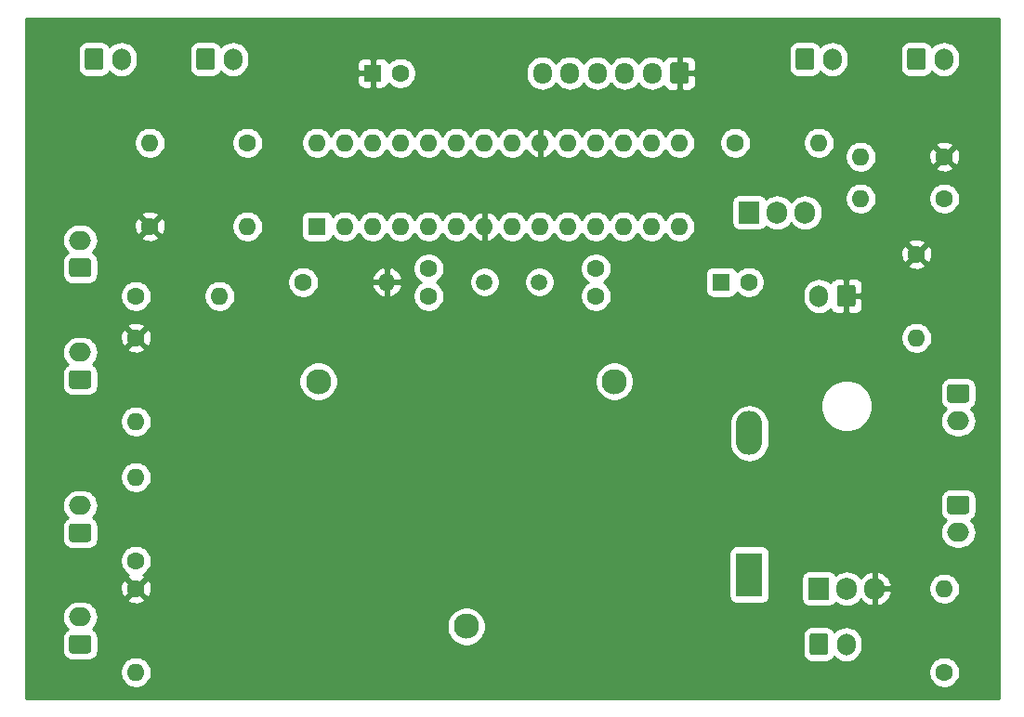
<source format=gbr>
%TF.GenerationSoftware,KiCad,Pcbnew,5.99.0+really5.1.10+dfsg1-1*%
%TF.CreationDate,2022-03-10T13:38:06+00:00*%
%TF.ProjectId,board,626f6172-642e-46b6-9963-61645f706362,rev?*%
%TF.SameCoordinates,Original*%
%TF.FileFunction,Copper,L3,Inr*%
%TF.FilePolarity,Positive*%
%FSLAX46Y46*%
G04 Gerber Fmt 4.6, Leading zero omitted, Abs format (unit mm)*
G04 Created by KiCad (PCBNEW 5.99.0+really5.1.10+dfsg1-1) date 2022-03-10 13:38:06*
%MOMM*%
%LPD*%
G01*
G04 APERTURE LIST*
%TA.AperFunction,ComponentPad*%
%ADD10C,1.500000*%
%TD*%
%TA.AperFunction,ComponentPad*%
%ADD11O,1.600000X1.600000*%
%TD*%
%TA.AperFunction,ComponentPad*%
%ADD12R,1.600000X1.600000*%
%TD*%
%TA.AperFunction,ComponentPad*%
%ADD13O,1.905000X2.000000*%
%TD*%
%TA.AperFunction,ComponentPad*%
%ADD14R,1.905000X2.000000*%
%TD*%
%TA.AperFunction,ComponentPad*%
%ADD15O,2.000000X1.700000*%
%TD*%
%TA.AperFunction,ComponentPad*%
%ADD16O,1.700000X2.000000*%
%TD*%
%TA.AperFunction,ComponentPad*%
%ADD17C,1.600000*%
%TD*%
%TA.AperFunction,ComponentPad*%
%ADD18O,1.700000X1.950000*%
%TD*%
%TA.AperFunction,WasherPad*%
%ADD19C,2.300000*%
%TD*%
%TA.AperFunction,ComponentPad*%
%ADD20O,2.410000X4.020000*%
%TD*%
%TA.AperFunction,ComponentPad*%
%ADD21R,2.410000X4.020000*%
%TD*%
%TA.AperFunction,Conductor*%
%ADD22C,0.254000*%
%TD*%
%TA.AperFunction,Conductor*%
%ADD23C,0.100000*%
%TD*%
G04 APERTURE END LIST*
D10*
%TO.N,Net-(C2_CRY1-Pad1)*%
%TO.C,Y1*%
X123110000Y-120650000D03*
%TO.N,Net-(C1_CRY1-Pad1)*%
X118110000Y-120650000D03*
%TD*%
D11*
%TO.N,Net-(U2-Pad28)*%
%TO.C,U2*%
X102870000Y-107950000D03*
%TO.N,Net-(U2-Pad14)*%
X135890000Y-115570000D03*
%TO.N,Net-(R_LED5-Pad2)*%
X105410000Y-107950000D03*
%TO.N,Net-(U2-Pad13)*%
X133350000Y-115570000D03*
%TO.N,Net-(R_LED4-Pad2)*%
X107950000Y-107950000D03*
%TO.N,Net-(R_SW5-Pad2)*%
X130810000Y-115570000D03*
%TO.N,Net-(R_LED3-Pad2)*%
X110490000Y-107950000D03*
%TO.N,Net-(R_SW4-Pad2)*%
X128270000Y-115570000D03*
%TO.N,Net-(R_LED2-Pad2)*%
X113030000Y-107950000D03*
%TO.N,Net-(C2_CRY1-Pad1)*%
X125730000Y-115570000D03*
%TO.N,Net-(R_LED1-Pad2)*%
X115570000Y-107950000D03*
%TO.N,Net-(C1_CRY1-Pad1)*%
X123190000Y-115570000D03*
%TO.N,Net-(BT1-Pad2)*%
X118110000Y-107950000D03*
X120650000Y-115570000D03*
%TO.N,Net-(U2-Pad21)*%
X120650000Y-107950000D03*
%TO.N,Net-(C_POW1-Pad1)*%
X118110000Y-115570000D03*
X123190000Y-107950000D03*
%TO.N,Net-(R_SW3-Pad2)*%
X115570000Y-115570000D03*
%TO.N,Net-(Micro_SD_card1-Pad4)*%
X125730000Y-107950000D03*
%TO.N,Net-(R_SW2-Pad2)*%
X113030000Y-115570000D03*
%TO.N,Net-(Micro_SD_card1-Pad5)*%
X128270000Y-107950000D03*
%TO.N,Net-(R_SW1-Pad2)*%
X110490000Y-115570000D03*
%TO.N,Net-(Micro_SD_card1-Pad3)*%
X130810000Y-107950000D03*
%TO.N,Net-(U2-Pad3)*%
X107950000Y-115570000D03*
%TO.N,Net-(Micro_SD_card1-Pad2)*%
X133350000Y-107950000D03*
%TO.N,Net-(U2-Pad2)*%
X105410000Y-115570000D03*
%TO.N,Net-(C_AMP1-Pad1)*%
X135890000Y-107950000D03*
D12*
%TO.N,Net-(R_RESET1-Pad1)*%
X102870000Y-115570000D03*
%TD*%
D13*
%TO.N,Net-(C_POW1-Pad1)*%
%TO.C,U1*%
X153670000Y-148590000D03*
%TO.N,Net-(BT1-Pad2)*%
X151130000Y-148590000D03*
D14*
%TO.N,Net-(PowerSwExt1-Pad2)*%
X148590000Y-148590000D03*
%TD*%
%TO.N,Net-(BT1-Pad2)*%
%TO.C,SW5*%
%TA.AperFunction,ComponentPad*%
G36*
G01*
X82030000Y-130390000D02*
X80530000Y-130390000D01*
G75*
G02*
X80280000Y-130140000I0J250000D01*
G01*
X80280000Y-128940000D01*
G75*
G02*
X80530000Y-128690000I250000J0D01*
G01*
X82030000Y-128690000D01*
G75*
G02*
X82280000Y-128940000I0J-250000D01*
G01*
X82280000Y-130140000D01*
G75*
G02*
X82030000Y-130390000I-250000J0D01*
G01*
G37*
%TD.AperFunction*%
D15*
%TO.N,Net-(R_SW5-Pad2)*%
X81280000Y-127040000D03*
%TD*%
%TO.N,Net-(R_SW4-Pad2)*%
%TO.C,SW4*%
X81280000Y-151170000D03*
%TO.N,Net-(BT1-Pad2)*%
%TA.AperFunction,ComponentPad*%
G36*
G01*
X82030000Y-154520000D02*
X80530000Y-154520000D01*
G75*
G02*
X80280000Y-154270000I0J250000D01*
G01*
X80280000Y-153070000D01*
G75*
G02*
X80530000Y-152820000I250000J0D01*
G01*
X82030000Y-152820000D01*
G75*
G02*
X82280000Y-153070000I0J-250000D01*
G01*
X82280000Y-154270000D01*
G75*
G02*
X82030000Y-154520000I-250000J0D01*
G01*
G37*
%TD.AperFunction*%
%TD*%
%TO.N,Net-(R_SW3-Pad2)*%
%TO.C,SW3*%
X161290000Y-133310000D03*
%TO.N,Net-(BT1-Pad2)*%
%TA.AperFunction,ComponentPad*%
G36*
G01*
X160540000Y-129960000D02*
X162040000Y-129960000D01*
G75*
G02*
X162290000Y-130210000I0J-250000D01*
G01*
X162290000Y-131410000D01*
G75*
G02*
X162040000Y-131660000I-250000J0D01*
G01*
X160540000Y-131660000D01*
G75*
G02*
X160290000Y-131410000I0J250000D01*
G01*
X160290000Y-130210000D01*
G75*
G02*
X160540000Y-129960000I250000J0D01*
G01*
G37*
%TD.AperFunction*%
%TD*%
D16*
%TO.N,Net-(R_SW2-Pad2)*%
%TO.C,SW2*%
X149820000Y-100330000D03*
%TO.N,Net-(BT1-Pad2)*%
%TA.AperFunction,ComponentPad*%
G36*
G01*
X146470000Y-101080000D02*
X146470000Y-99580000D01*
G75*
G02*
X146720000Y-99330000I250000J0D01*
G01*
X147920000Y-99330000D01*
G75*
G02*
X148170000Y-99580000I0J-250000D01*
G01*
X148170000Y-101080000D01*
G75*
G02*
X147920000Y-101330000I-250000J0D01*
G01*
X146720000Y-101330000D01*
G75*
G02*
X146470000Y-101080000I0J250000D01*
G01*
G37*
%TD.AperFunction*%
%TD*%
%TO.N,Net-(R_SW1-Pad2)*%
%TO.C,SW1*%
X85050000Y-100330000D03*
%TO.N,Net-(BT1-Pad2)*%
%TA.AperFunction,ComponentPad*%
G36*
G01*
X81700000Y-101080000D02*
X81700000Y-99580000D01*
G75*
G02*
X81950000Y-99330000I250000J0D01*
G01*
X83150000Y-99330000D01*
G75*
G02*
X83400000Y-99580000I0J-250000D01*
G01*
X83400000Y-101080000D01*
G75*
G02*
X83150000Y-101330000I-250000J0D01*
G01*
X81950000Y-101330000D01*
G75*
G02*
X81700000Y-101080000I0J250000D01*
G01*
G37*
%TD.AperFunction*%
%TD*%
D17*
%TO.N,Net-(C_POW1-Pad1)*%
%TO.C,R_SW5*%
X86360000Y-125730000D03*
D11*
%TO.N,Net-(R_SW5-Pad2)*%
X86360000Y-133350000D03*
%TD*%
%TO.N,Net-(R_SW4-Pad2)*%
%TO.C,R_SW4*%
X86360000Y-156210000D03*
D17*
%TO.N,Net-(C_POW1-Pad1)*%
X86360000Y-148590000D03*
%TD*%
D11*
%TO.N,Net-(R_SW3-Pad2)*%
%TO.C,R_SW3*%
X157480000Y-125730000D03*
D17*
%TO.N,Net-(C_POW1-Pad1)*%
X157480000Y-118110000D03*
%TD*%
D11*
%TO.N,Net-(R_SW2-Pad2)*%
%TO.C,R_SW2*%
X152400000Y-109220000D03*
D17*
%TO.N,Net-(C_POW1-Pad1)*%
X160020000Y-109220000D03*
%TD*%
D11*
%TO.N,Net-(R_SW1-Pad2)*%
%TO.C,R_SW1*%
X87630000Y-107950000D03*
D17*
%TO.N,Net-(C_POW1-Pad1)*%
X87630000Y-115570000D03*
%TD*%
D11*
%TO.N,Net-(C_POW1-Pad1)*%
%TO.C,R_RESET1*%
X109220000Y-120650000D03*
D17*
%TO.N,Net-(R_RESET1-Pad1)*%
X101600000Y-120650000D03*
%TD*%
%TO.N,Net-(LED5-Pad2)*%
%TO.C,R_LED5*%
X86360000Y-121920000D03*
D11*
%TO.N,Net-(R_LED5-Pad2)*%
X93980000Y-121920000D03*
%TD*%
%TO.N,Net-(R_LED4-Pad2)*%
%TO.C,R_LED4*%
X86360000Y-138430000D03*
D17*
%TO.N,Net-(LED4-Pad2)*%
X86360000Y-146050000D03*
%TD*%
D11*
%TO.N,Net-(R_LED3-Pad2)*%
%TO.C,R_LED3*%
X160020000Y-148590000D03*
D17*
%TO.N,Net-(LED3-Pad2)*%
X160020000Y-156210000D03*
%TD*%
D11*
%TO.N,Net-(R_LED2-Pad2)*%
%TO.C,R_LED2*%
X152400000Y-113030000D03*
D17*
%TO.N,Net-(LED2-Pad2)*%
X160020000Y-113030000D03*
%TD*%
D11*
%TO.N,Net-(R_LED1-Pad2)*%
%TO.C,R_LED1*%
X96520000Y-115570000D03*
D17*
%TO.N,Net-(LED1-Pad2)*%
X96520000Y-107950000D03*
%TD*%
D11*
%TO.N,Net-(LS1-Pad2)*%
%TO.C,R_AMP1*%
X148590000Y-107950000D03*
D17*
%TO.N,Net-(C_AMP1-Pad2)*%
X140970000Y-107950000D03*
%TD*%
D13*
%TO.N,Net-(BT1-Pad2)*%
%TO.C,Q1*%
X147320000Y-114300000D03*
%TO.N,Net-(LS1-Pad2)*%
X144780000Y-114300000D03*
D14*
%TO.N,Net-(C_AMP1-Pad2)*%
X142240000Y-114300000D03*
%TD*%
D16*
%TO.N,Net-(PowerSwExt1-Pad2)*%
%TO.C,PowerSwExt1*%
X151090000Y-153670000D03*
%TO.N,Net-(BT1-Pad1)*%
%TA.AperFunction,ComponentPad*%
G36*
G01*
X147740000Y-154420000D02*
X147740000Y-152920000D01*
G75*
G02*
X147990000Y-152670000I250000J0D01*
G01*
X149190000Y-152670000D01*
G75*
G02*
X149440000Y-152920000I0J-250000D01*
G01*
X149440000Y-154420000D01*
G75*
G02*
X149190000Y-154670000I-250000J0D01*
G01*
X147990000Y-154670000D01*
G75*
G02*
X147740000Y-154420000I0J250000D01*
G01*
G37*
%TD.AperFunction*%
%TD*%
D18*
%TO.N,Net-(BT1-Pad2)*%
%TO.C,Micro_SD_card1*%
X123390000Y-101600000D03*
%TO.N,Net-(Micro_SD_card1-Pad5)*%
X125890000Y-101600000D03*
%TO.N,Net-(Micro_SD_card1-Pad4)*%
X128390000Y-101600000D03*
%TO.N,Net-(Micro_SD_card1-Pad3)*%
X130890000Y-101600000D03*
%TO.N,Net-(Micro_SD_card1-Pad2)*%
X133390000Y-101600000D03*
%TO.N,Net-(C_POW1-Pad1)*%
%TA.AperFunction,ComponentPad*%
G36*
G01*
X136740000Y-100875000D02*
X136740000Y-102325000D01*
G75*
G02*
X136490000Y-102575000I-250000J0D01*
G01*
X135290000Y-102575000D01*
G75*
G02*
X135040000Y-102325000I0J250000D01*
G01*
X135040000Y-100875000D01*
G75*
G02*
X135290000Y-100625000I250000J0D01*
G01*
X136490000Y-100625000D01*
G75*
G02*
X136740000Y-100875000I0J-250000D01*
G01*
G37*
%TD.AperFunction*%
%TD*%
D16*
%TO.N,Net-(LS1-Pad2)*%
%TO.C,LS1*%
X148590000Y-121920000D03*
%TO.N,Net-(C_POW1-Pad1)*%
%TA.AperFunction,ComponentPad*%
G36*
G01*
X151940000Y-121170000D02*
X151940000Y-122670000D01*
G75*
G02*
X151690000Y-122920000I-250000J0D01*
G01*
X150490000Y-122920000D01*
G75*
G02*
X150240000Y-122670000I0J250000D01*
G01*
X150240000Y-121170000D01*
G75*
G02*
X150490000Y-120920000I250000J0D01*
G01*
X151690000Y-120920000D01*
G75*
G02*
X151940000Y-121170000I0J-250000D01*
G01*
G37*
%TD.AperFunction*%
%TD*%
%TO.N,Net-(BT1-Pad2)*%
%TO.C,LED5*%
%TA.AperFunction,ComponentPad*%
G36*
G01*
X82030000Y-120190000D02*
X80530000Y-120190000D01*
G75*
G02*
X80280000Y-119940000I0J250000D01*
G01*
X80280000Y-118740000D01*
G75*
G02*
X80530000Y-118490000I250000J0D01*
G01*
X82030000Y-118490000D01*
G75*
G02*
X82280000Y-118740000I0J-250000D01*
G01*
X82280000Y-119940000D01*
G75*
G02*
X82030000Y-120190000I-250000J0D01*
G01*
G37*
%TD.AperFunction*%
D15*
%TO.N,Net-(LED5-Pad2)*%
X81280000Y-116840000D03*
%TD*%
%TO.N,Net-(LED4-Pad2)*%
%TO.C,LED4*%
X81280000Y-141010000D03*
%TO.N,Net-(BT1-Pad2)*%
%TA.AperFunction,ComponentPad*%
G36*
G01*
X82030000Y-144360000D02*
X80530000Y-144360000D01*
G75*
G02*
X80280000Y-144110000I0J250000D01*
G01*
X80280000Y-142910000D01*
G75*
G02*
X80530000Y-142660000I250000J0D01*
G01*
X82030000Y-142660000D01*
G75*
G02*
X82280000Y-142910000I0J-250000D01*
G01*
X82280000Y-144110000D01*
G75*
G02*
X82030000Y-144360000I-250000J0D01*
G01*
G37*
%TD.AperFunction*%
%TD*%
%TO.N,Net-(LED3-Pad2)*%
%TO.C,LED3*%
X161290000Y-143470000D03*
%TO.N,Net-(BT1-Pad2)*%
%TA.AperFunction,ComponentPad*%
G36*
G01*
X160540000Y-140120000D02*
X162040000Y-140120000D01*
G75*
G02*
X162290000Y-140370000I0J-250000D01*
G01*
X162290000Y-141570000D01*
G75*
G02*
X162040000Y-141820000I-250000J0D01*
G01*
X160540000Y-141820000D01*
G75*
G02*
X160290000Y-141570000I0J250000D01*
G01*
X160290000Y-140370000D01*
G75*
G02*
X160540000Y-140120000I250000J0D01*
G01*
G37*
%TD.AperFunction*%
%TD*%
D16*
%TO.N,Net-(LED2-Pad2)*%
%TO.C,LED2*%
X159980000Y-100330000D03*
%TO.N,Net-(BT1-Pad2)*%
%TA.AperFunction,ComponentPad*%
G36*
G01*
X156630000Y-101080000D02*
X156630000Y-99580000D01*
G75*
G02*
X156880000Y-99330000I250000J0D01*
G01*
X158080000Y-99330000D01*
G75*
G02*
X158330000Y-99580000I0J-250000D01*
G01*
X158330000Y-101080000D01*
G75*
G02*
X158080000Y-101330000I-250000J0D01*
G01*
X156880000Y-101330000D01*
G75*
G02*
X156630000Y-101080000I0J250000D01*
G01*
G37*
%TD.AperFunction*%
%TD*%
%TO.N,Net-(LED1-Pad2)*%
%TO.C,LED1*%
X95210000Y-100330000D03*
%TO.N,Net-(BT1-Pad2)*%
%TA.AperFunction,ComponentPad*%
G36*
G01*
X91860000Y-101080000D02*
X91860000Y-99580000D01*
G75*
G02*
X92110000Y-99330000I250000J0D01*
G01*
X93310000Y-99330000D01*
G75*
G02*
X93560000Y-99580000I0J-250000D01*
G01*
X93560000Y-101080000D01*
G75*
G02*
X93310000Y-101330000I-250000J0D01*
G01*
X92110000Y-101330000D01*
G75*
G02*
X91860000Y-101080000I0J250000D01*
G01*
G37*
%TD.AperFunction*%
%TD*%
D17*
%TO.N,Net-(BT1-Pad2)*%
%TO.C,C_POW1*%
X110450000Y-101600000D03*
D12*
%TO.N,Net-(C_POW1-Pad1)*%
X107950000Y-101600000D03*
%TD*%
D17*
%TO.N,Net-(C_AMP1-Pad2)*%
%TO.C,C_AMP1*%
X142200000Y-120650000D03*
D12*
%TO.N,Net-(C_AMP1-Pad1)*%
X139700000Y-120650000D03*
%TD*%
D17*
%TO.N,Net-(BT1-Pad2)*%
%TO.C,C2_CRY1*%
X128270000Y-119420000D03*
%TO.N,Net-(C2_CRY1-Pad1)*%
X128270000Y-121920000D03*
%TD*%
%TO.N,Net-(BT1-Pad2)*%
%TO.C,C1_CRY1*%
X113030000Y-119420000D03*
%TO.N,Net-(C1_CRY1-Pad1)*%
X113030000Y-121920000D03*
%TD*%
D19*
%TO.N,*%
%TO.C,BT1*%
X102980000Y-129700000D03*
X129950000Y-129700000D03*
X116460000Y-152050000D03*
D20*
%TO.N,Net-(BT1-Pad2)*%
X142240000Y-134440000D03*
D21*
%TO.N,Net-(BT1-Pad1)*%
X142240000Y-147320000D03*
%TD*%
D22*
%TO.N,Net-(C_POW1-Pad1)*%
X164973000Y-158623000D02*
X76327000Y-158623000D01*
X76327000Y-156068665D01*
X84925000Y-156068665D01*
X84925000Y-156351335D01*
X84980147Y-156628574D01*
X85088320Y-156889727D01*
X85245363Y-157124759D01*
X85445241Y-157324637D01*
X85680273Y-157481680D01*
X85941426Y-157589853D01*
X86218665Y-157645000D01*
X86501335Y-157645000D01*
X86778574Y-157589853D01*
X87039727Y-157481680D01*
X87274759Y-157324637D01*
X87474637Y-157124759D01*
X87631680Y-156889727D01*
X87739853Y-156628574D01*
X87795000Y-156351335D01*
X87795000Y-156068665D01*
X158585000Y-156068665D01*
X158585000Y-156351335D01*
X158640147Y-156628574D01*
X158748320Y-156889727D01*
X158905363Y-157124759D01*
X159105241Y-157324637D01*
X159340273Y-157481680D01*
X159601426Y-157589853D01*
X159878665Y-157645000D01*
X160161335Y-157645000D01*
X160438574Y-157589853D01*
X160699727Y-157481680D01*
X160934759Y-157324637D01*
X161134637Y-157124759D01*
X161291680Y-156889727D01*
X161399853Y-156628574D01*
X161455000Y-156351335D01*
X161455000Y-156068665D01*
X161399853Y-155791426D01*
X161291680Y-155530273D01*
X161134637Y-155295241D01*
X160934759Y-155095363D01*
X160699727Y-154938320D01*
X160438574Y-154830147D01*
X160161335Y-154775000D01*
X159878665Y-154775000D01*
X159601426Y-154830147D01*
X159340273Y-154938320D01*
X159105241Y-155095363D01*
X158905363Y-155295241D01*
X158748320Y-155530273D01*
X158640147Y-155791426D01*
X158585000Y-156068665D01*
X87795000Y-156068665D01*
X87739853Y-155791426D01*
X87631680Y-155530273D01*
X87474637Y-155295241D01*
X87274759Y-155095363D01*
X87039727Y-154938320D01*
X86778574Y-154830147D01*
X86501335Y-154775000D01*
X86218665Y-154775000D01*
X85941426Y-154830147D01*
X85680273Y-154938320D01*
X85445241Y-155095363D01*
X85245363Y-155295241D01*
X85088320Y-155530273D01*
X84980147Y-155791426D01*
X84925000Y-156068665D01*
X76327000Y-156068665D01*
X76327000Y-151170000D01*
X79637815Y-151170000D01*
X79666487Y-151461111D01*
X79751401Y-151741034D01*
X79889294Y-151999014D01*
X80074866Y-152225134D01*
X80138337Y-152277223D01*
X80036614Y-152331595D01*
X79902038Y-152442038D01*
X79791595Y-152576614D01*
X79709528Y-152730150D01*
X79658992Y-152896746D01*
X79641928Y-153070000D01*
X79641928Y-154270000D01*
X79658992Y-154443254D01*
X79709528Y-154609850D01*
X79791595Y-154763386D01*
X79902038Y-154897962D01*
X80036614Y-155008405D01*
X80190150Y-155090472D01*
X80356746Y-155141008D01*
X80530000Y-155158072D01*
X82030000Y-155158072D01*
X82203254Y-155141008D01*
X82369850Y-155090472D01*
X82523386Y-155008405D01*
X82657962Y-154897962D01*
X82768405Y-154763386D01*
X82850472Y-154609850D01*
X82901008Y-154443254D01*
X82918072Y-154270000D01*
X82918072Y-153070000D01*
X82901008Y-152896746D01*
X82850472Y-152730150D01*
X82768405Y-152576614D01*
X82657962Y-152442038D01*
X82523386Y-152331595D01*
X82421663Y-152277223D01*
X82485134Y-152225134D01*
X82670706Y-151999014D01*
X82737424Y-151874193D01*
X114675000Y-151874193D01*
X114675000Y-152225807D01*
X114743596Y-152570665D01*
X114878153Y-152895515D01*
X115073500Y-153187871D01*
X115322129Y-153436500D01*
X115614485Y-153631847D01*
X115939335Y-153766404D01*
X116284193Y-153835000D01*
X116635807Y-153835000D01*
X116980665Y-153766404D01*
X117305515Y-153631847D01*
X117597871Y-153436500D01*
X117846500Y-153187871D01*
X118025486Y-152920000D01*
X147101928Y-152920000D01*
X147101928Y-154420000D01*
X147118992Y-154593254D01*
X147169528Y-154759850D01*
X147251595Y-154913386D01*
X147362038Y-155047962D01*
X147496614Y-155158405D01*
X147650150Y-155240472D01*
X147816746Y-155291008D01*
X147990000Y-155308072D01*
X149190000Y-155308072D01*
X149363254Y-155291008D01*
X149529850Y-155240472D01*
X149683386Y-155158405D01*
X149817962Y-155047962D01*
X149928405Y-154913386D01*
X149982777Y-154811663D01*
X150034866Y-154875134D01*
X150260987Y-155060706D01*
X150518967Y-155198599D01*
X150798890Y-155283513D01*
X151090000Y-155312185D01*
X151381111Y-155283513D01*
X151661034Y-155198599D01*
X151919014Y-155060706D01*
X152145134Y-154875134D01*
X152330706Y-154649014D01*
X152468599Y-154391033D01*
X152553513Y-154111110D01*
X152575000Y-153892949D01*
X152575000Y-153447050D01*
X152553513Y-153228889D01*
X152468599Y-152948966D01*
X152330706Y-152690986D01*
X152145134Y-152464866D01*
X151919013Y-152279294D01*
X151661033Y-152141401D01*
X151381110Y-152056487D01*
X151090000Y-152027815D01*
X150798889Y-152056487D01*
X150518966Y-152141401D01*
X150260986Y-152279294D01*
X150034866Y-152464866D01*
X149982777Y-152528337D01*
X149928405Y-152426614D01*
X149817962Y-152292038D01*
X149683386Y-152181595D01*
X149529850Y-152099528D01*
X149363254Y-152048992D01*
X149190000Y-152031928D01*
X147990000Y-152031928D01*
X147816746Y-152048992D01*
X147650150Y-152099528D01*
X147496614Y-152181595D01*
X147362038Y-152292038D01*
X147251595Y-152426614D01*
X147169528Y-152580150D01*
X147118992Y-152746746D01*
X147101928Y-152920000D01*
X118025486Y-152920000D01*
X118041847Y-152895515D01*
X118176404Y-152570665D01*
X118245000Y-152225807D01*
X118245000Y-151874193D01*
X118176404Y-151529335D01*
X118041847Y-151204485D01*
X117846500Y-150912129D01*
X117597871Y-150663500D01*
X117305515Y-150468153D01*
X116980665Y-150333596D01*
X116635807Y-150265000D01*
X116284193Y-150265000D01*
X115939335Y-150333596D01*
X115614485Y-150468153D01*
X115322129Y-150663500D01*
X115073500Y-150912129D01*
X114878153Y-151204485D01*
X114743596Y-151529335D01*
X114675000Y-151874193D01*
X82737424Y-151874193D01*
X82808599Y-151741034D01*
X82893513Y-151461111D01*
X82922185Y-151170000D01*
X82893513Y-150878889D01*
X82808599Y-150598966D01*
X82670706Y-150340986D01*
X82485134Y-150114866D01*
X82259014Y-149929294D01*
X82001034Y-149791401D01*
X81721111Y-149706487D01*
X81502950Y-149685000D01*
X81057050Y-149685000D01*
X80838889Y-149706487D01*
X80558966Y-149791401D01*
X80300986Y-149929294D01*
X80074866Y-150114866D01*
X79889294Y-150340986D01*
X79751401Y-150598966D01*
X79666487Y-150878889D01*
X79637815Y-151170000D01*
X76327000Y-151170000D01*
X76327000Y-149582702D01*
X85546903Y-149582702D01*
X85618486Y-149826671D01*
X85873996Y-149947571D01*
X86148184Y-150016300D01*
X86430512Y-150030217D01*
X86710130Y-149988787D01*
X86976292Y-149893603D01*
X87101514Y-149826671D01*
X87173097Y-149582702D01*
X86360000Y-148769605D01*
X85546903Y-149582702D01*
X76327000Y-149582702D01*
X76327000Y-148660512D01*
X84919783Y-148660512D01*
X84961213Y-148940130D01*
X85056397Y-149206292D01*
X85123329Y-149331514D01*
X85367298Y-149403097D01*
X86180395Y-148590000D01*
X86539605Y-148590000D01*
X87352702Y-149403097D01*
X87596671Y-149331514D01*
X87717571Y-149076004D01*
X87786300Y-148801816D01*
X87800217Y-148519488D01*
X87758787Y-148239870D01*
X87663603Y-147973708D01*
X87596671Y-147848486D01*
X87352702Y-147776903D01*
X86539605Y-148590000D01*
X86180395Y-148590000D01*
X85367298Y-147776903D01*
X85123329Y-147848486D01*
X85002429Y-148103996D01*
X84933700Y-148378184D01*
X84919783Y-148660512D01*
X76327000Y-148660512D01*
X76327000Y-145908665D01*
X84925000Y-145908665D01*
X84925000Y-146191335D01*
X84980147Y-146468574D01*
X85088320Y-146729727D01*
X85245363Y-146964759D01*
X85445241Y-147164637D01*
X85679128Y-147320915D01*
X85618486Y-147353329D01*
X85546903Y-147597298D01*
X86360000Y-148410395D01*
X87173097Y-147597298D01*
X87101514Y-147353329D01*
X87037008Y-147322806D01*
X87039727Y-147321680D01*
X87274759Y-147164637D01*
X87474637Y-146964759D01*
X87631680Y-146729727D01*
X87739853Y-146468574D01*
X87795000Y-146191335D01*
X87795000Y-145908665D01*
X87739853Y-145631426D01*
X87631680Y-145370273D01*
X87591407Y-145310000D01*
X140396928Y-145310000D01*
X140396928Y-149330000D01*
X140409188Y-149454482D01*
X140445498Y-149574180D01*
X140504463Y-149684494D01*
X140583815Y-149781185D01*
X140680506Y-149860537D01*
X140790820Y-149919502D01*
X140910518Y-149955812D01*
X141035000Y-149968072D01*
X143445000Y-149968072D01*
X143569482Y-149955812D01*
X143689180Y-149919502D01*
X143799494Y-149860537D01*
X143896185Y-149781185D01*
X143975537Y-149684494D01*
X144034502Y-149574180D01*
X144070812Y-149454482D01*
X144083072Y-149330000D01*
X144083072Y-147590000D01*
X146999428Y-147590000D01*
X146999428Y-149590000D01*
X147011688Y-149714482D01*
X147047998Y-149834180D01*
X147106963Y-149944494D01*
X147186315Y-150041185D01*
X147283006Y-150120537D01*
X147393320Y-150179502D01*
X147513018Y-150215812D01*
X147637500Y-150228072D01*
X149542500Y-150228072D01*
X149666982Y-150215812D01*
X149786680Y-150179502D01*
X149896994Y-150120537D01*
X149993685Y-150041185D01*
X150073037Y-149944494D01*
X150117905Y-149860553D01*
X150243766Y-149963845D01*
X150519552Y-150111255D01*
X150818797Y-150202030D01*
X151130000Y-150232681D01*
X151441204Y-150202030D01*
X151740449Y-150111255D01*
X152016235Y-149963845D01*
X152257963Y-149765463D01*
X152405162Y-149586100D01*
X152560563Y-149771315D01*
X152803077Y-149965969D01*
X153078906Y-150109571D01*
X153297020Y-150180563D01*
X153543000Y-150060594D01*
X153543000Y-148717000D01*
X153797000Y-148717000D01*
X153797000Y-150060594D01*
X154042980Y-150180563D01*
X154261094Y-150109571D01*
X154536923Y-149965969D01*
X154779437Y-149771315D01*
X154979316Y-149533089D01*
X155128879Y-149260446D01*
X155222378Y-148963863D01*
X155095570Y-148717000D01*
X153797000Y-148717000D01*
X153543000Y-148717000D01*
X153523000Y-148717000D01*
X153523000Y-148463000D01*
X153543000Y-148463000D01*
X153543000Y-147119406D01*
X153797000Y-147119406D01*
X153797000Y-148463000D01*
X155095570Y-148463000D01*
X155102933Y-148448665D01*
X158585000Y-148448665D01*
X158585000Y-148731335D01*
X158640147Y-149008574D01*
X158748320Y-149269727D01*
X158905363Y-149504759D01*
X159105241Y-149704637D01*
X159340273Y-149861680D01*
X159601426Y-149969853D01*
X159878665Y-150025000D01*
X160161335Y-150025000D01*
X160438574Y-149969853D01*
X160699727Y-149861680D01*
X160934759Y-149704637D01*
X161134637Y-149504759D01*
X161291680Y-149269727D01*
X161399853Y-149008574D01*
X161455000Y-148731335D01*
X161455000Y-148448665D01*
X161399853Y-148171426D01*
X161291680Y-147910273D01*
X161134637Y-147675241D01*
X160934759Y-147475363D01*
X160699727Y-147318320D01*
X160438574Y-147210147D01*
X160161335Y-147155000D01*
X159878665Y-147155000D01*
X159601426Y-147210147D01*
X159340273Y-147318320D01*
X159105241Y-147475363D01*
X158905363Y-147675241D01*
X158748320Y-147910273D01*
X158640147Y-148171426D01*
X158585000Y-148448665D01*
X155102933Y-148448665D01*
X155222378Y-148216137D01*
X155128879Y-147919554D01*
X154979316Y-147646911D01*
X154779437Y-147408685D01*
X154536923Y-147214031D01*
X154261094Y-147070429D01*
X154042980Y-146999437D01*
X153797000Y-147119406D01*
X153543000Y-147119406D01*
X153297020Y-146999437D01*
X153078906Y-147070429D01*
X152803077Y-147214031D01*
X152560563Y-147408685D01*
X152405163Y-147593899D01*
X152257963Y-147414537D01*
X152016234Y-147216155D01*
X151740448Y-147068745D01*
X151441203Y-146977970D01*
X151130000Y-146947319D01*
X150818796Y-146977970D01*
X150519551Y-147068745D01*
X150243765Y-147216155D01*
X150117905Y-147319446D01*
X150073037Y-147235506D01*
X149993685Y-147138815D01*
X149896994Y-147059463D01*
X149786680Y-147000498D01*
X149666982Y-146964188D01*
X149542500Y-146951928D01*
X147637500Y-146951928D01*
X147513018Y-146964188D01*
X147393320Y-147000498D01*
X147283006Y-147059463D01*
X147186315Y-147138815D01*
X147106963Y-147235506D01*
X147047998Y-147345820D01*
X147011688Y-147465518D01*
X146999428Y-147590000D01*
X144083072Y-147590000D01*
X144083072Y-145310000D01*
X144070812Y-145185518D01*
X144034502Y-145065820D01*
X143975537Y-144955506D01*
X143896185Y-144858815D01*
X143799494Y-144779463D01*
X143689180Y-144720498D01*
X143569482Y-144684188D01*
X143445000Y-144671928D01*
X141035000Y-144671928D01*
X140910518Y-144684188D01*
X140790820Y-144720498D01*
X140680506Y-144779463D01*
X140583815Y-144858815D01*
X140504463Y-144955506D01*
X140445498Y-145065820D01*
X140409188Y-145185518D01*
X140396928Y-145310000D01*
X87591407Y-145310000D01*
X87474637Y-145135241D01*
X87274759Y-144935363D01*
X87039727Y-144778320D01*
X86778574Y-144670147D01*
X86501335Y-144615000D01*
X86218665Y-144615000D01*
X85941426Y-144670147D01*
X85680273Y-144778320D01*
X85445241Y-144935363D01*
X85245363Y-145135241D01*
X85088320Y-145370273D01*
X84980147Y-145631426D01*
X84925000Y-145908665D01*
X76327000Y-145908665D01*
X76327000Y-141010000D01*
X79637815Y-141010000D01*
X79666487Y-141301111D01*
X79751401Y-141581034D01*
X79889294Y-141839014D01*
X80074866Y-142065134D01*
X80138337Y-142117223D01*
X80036614Y-142171595D01*
X79902038Y-142282038D01*
X79791595Y-142416614D01*
X79709528Y-142570150D01*
X79658992Y-142736746D01*
X79641928Y-142910000D01*
X79641928Y-144110000D01*
X79658992Y-144283254D01*
X79709528Y-144449850D01*
X79791595Y-144603386D01*
X79902038Y-144737962D01*
X80036614Y-144848405D01*
X80190150Y-144930472D01*
X80356746Y-144981008D01*
X80530000Y-144998072D01*
X82030000Y-144998072D01*
X82203254Y-144981008D01*
X82369850Y-144930472D01*
X82523386Y-144848405D01*
X82657962Y-144737962D01*
X82768405Y-144603386D01*
X82850472Y-144449850D01*
X82901008Y-144283254D01*
X82918072Y-144110000D01*
X82918072Y-143470000D01*
X159647815Y-143470000D01*
X159676487Y-143761111D01*
X159761401Y-144041034D01*
X159899294Y-144299014D01*
X160084866Y-144525134D01*
X160310986Y-144710706D01*
X160568966Y-144848599D01*
X160848889Y-144933513D01*
X161067050Y-144955000D01*
X161512950Y-144955000D01*
X161731111Y-144933513D01*
X162011034Y-144848599D01*
X162269014Y-144710706D01*
X162495134Y-144525134D01*
X162680706Y-144299014D01*
X162818599Y-144041034D01*
X162903513Y-143761111D01*
X162932185Y-143470000D01*
X162903513Y-143178889D01*
X162818599Y-142898966D01*
X162680706Y-142640986D01*
X162495134Y-142414866D01*
X162431663Y-142362777D01*
X162533386Y-142308405D01*
X162667962Y-142197962D01*
X162778405Y-142063386D01*
X162860472Y-141909850D01*
X162911008Y-141743254D01*
X162928072Y-141570000D01*
X162928072Y-140370000D01*
X162911008Y-140196746D01*
X162860472Y-140030150D01*
X162778405Y-139876614D01*
X162667962Y-139742038D01*
X162533386Y-139631595D01*
X162379850Y-139549528D01*
X162213254Y-139498992D01*
X162040000Y-139481928D01*
X160540000Y-139481928D01*
X160366746Y-139498992D01*
X160200150Y-139549528D01*
X160046614Y-139631595D01*
X159912038Y-139742038D01*
X159801595Y-139876614D01*
X159719528Y-140030150D01*
X159668992Y-140196746D01*
X159651928Y-140370000D01*
X159651928Y-141570000D01*
X159668992Y-141743254D01*
X159719528Y-141909850D01*
X159801595Y-142063386D01*
X159912038Y-142197962D01*
X160046614Y-142308405D01*
X160148337Y-142362777D01*
X160084866Y-142414866D01*
X159899294Y-142640986D01*
X159761401Y-142898966D01*
X159676487Y-143178889D01*
X159647815Y-143470000D01*
X82918072Y-143470000D01*
X82918072Y-142910000D01*
X82901008Y-142736746D01*
X82850472Y-142570150D01*
X82768405Y-142416614D01*
X82657962Y-142282038D01*
X82523386Y-142171595D01*
X82421663Y-142117223D01*
X82485134Y-142065134D01*
X82670706Y-141839014D01*
X82808599Y-141581034D01*
X82893513Y-141301111D01*
X82922185Y-141010000D01*
X82893513Y-140718889D01*
X82808599Y-140438966D01*
X82670706Y-140180986D01*
X82485134Y-139954866D01*
X82259014Y-139769294D01*
X82001034Y-139631401D01*
X81721111Y-139546487D01*
X81502950Y-139525000D01*
X81057050Y-139525000D01*
X80838889Y-139546487D01*
X80558966Y-139631401D01*
X80300986Y-139769294D01*
X80074866Y-139954866D01*
X79889294Y-140180986D01*
X79751401Y-140438966D01*
X79666487Y-140718889D01*
X79637815Y-141010000D01*
X76327000Y-141010000D01*
X76327000Y-138288665D01*
X84925000Y-138288665D01*
X84925000Y-138571335D01*
X84980147Y-138848574D01*
X85088320Y-139109727D01*
X85245363Y-139344759D01*
X85445241Y-139544637D01*
X85680273Y-139701680D01*
X85941426Y-139809853D01*
X86218665Y-139865000D01*
X86501335Y-139865000D01*
X86778574Y-139809853D01*
X87039727Y-139701680D01*
X87274759Y-139544637D01*
X87474637Y-139344759D01*
X87631680Y-139109727D01*
X87739853Y-138848574D01*
X87795000Y-138571335D01*
X87795000Y-138288665D01*
X87739853Y-138011426D01*
X87631680Y-137750273D01*
X87474637Y-137515241D01*
X87274759Y-137315363D01*
X87039727Y-137158320D01*
X86778574Y-137050147D01*
X86501335Y-136995000D01*
X86218665Y-136995000D01*
X85941426Y-137050147D01*
X85680273Y-137158320D01*
X85445241Y-137315363D01*
X85245363Y-137515241D01*
X85088320Y-137750273D01*
X84980147Y-138011426D01*
X84925000Y-138288665D01*
X76327000Y-138288665D01*
X76327000Y-133208665D01*
X84925000Y-133208665D01*
X84925000Y-133491335D01*
X84980147Y-133768574D01*
X85088320Y-134029727D01*
X85245363Y-134264759D01*
X85445241Y-134464637D01*
X85680273Y-134621680D01*
X85941426Y-134729853D01*
X86218665Y-134785000D01*
X86501335Y-134785000D01*
X86778574Y-134729853D01*
X87039727Y-134621680D01*
X87274759Y-134464637D01*
X87474637Y-134264759D01*
X87631680Y-134029727D01*
X87739853Y-133768574D01*
X87784401Y-133544616D01*
X140400000Y-133544616D01*
X140400000Y-135335383D01*
X140426624Y-135605702D01*
X140531837Y-135952543D01*
X140702694Y-136272194D01*
X140932629Y-136552371D01*
X141212805Y-136782306D01*
X141532456Y-136953163D01*
X141879297Y-137058376D01*
X142240000Y-137093902D01*
X142600702Y-137058376D01*
X142947543Y-136953163D01*
X143267194Y-136782306D01*
X143547371Y-136552371D01*
X143777306Y-136272195D01*
X143948163Y-135952544D01*
X144053376Y-135605703D01*
X144080000Y-135335384D01*
X144080000Y-133544616D01*
X144053376Y-133274297D01*
X143948163Y-132927456D01*
X143777306Y-132607805D01*
X143547371Y-132327629D01*
X143267195Y-132097694D01*
X142947544Y-131926837D01*
X142600703Y-131821624D01*
X142240000Y-131786098D01*
X141879298Y-131821624D01*
X141532457Y-131926837D01*
X141212806Y-132097694D01*
X140932630Y-132327629D01*
X140702695Y-132607805D01*
X140531838Y-132927456D01*
X140426625Y-133274297D01*
X140400000Y-133544616D01*
X87784401Y-133544616D01*
X87795000Y-133491335D01*
X87795000Y-133208665D01*
X87739853Y-132931426D01*
X87631680Y-132670273D01*
X87474637Y-132435241D01*
X87274759Y-132235363D01*
X87039727Y-132078320D01*
X86778574Y-131970147D01*
X86501335Y-131915000D01*
X86218665Y-131915000D01*
X85941426Y-131970147D01*
X85680273Y-132078320D01*
X85445241Y-132235363D01*
X85245363Y-132435241D01*
X85088320Y-132670273D01*
X84980147Y-132931426D01*
X84925000Y-133208665D01*
X76327000Y-133208665D01*
X76327000Y-131695098D01*
X148745000Y-131695098D01*
X148745000Y-132164902D01*
X148836654Y-132625679D01*
X149016440Y-133059721D01*
X149277450Y-133450349D01*
X149609651Y-133782550D01*
X150000279Y-134043560D01*
X150434321Y-134223346D01*
X150895098Y-134315000D01*
X151364902Y-134315000D01*
X151825679Y-134223346D01*
X152259721Y-134043560D01*
X152650349Y-133782550D01*
X152982550Y-133450349D01*
X153076328Y-133310000D01*
X159647815Y-133310000D01*
X159676487Y-133601111D01*
X159761401Y-133881034D01*
X159899294Y-134139014D01*
X160084866Y-134365134D01*
X160310986Y-134550706D01*
X160568966Y-134688599D01*
X160848889Y-134773513D01*
X161067050Y-134795000D01*
X161512950Y-134795000D01*
X161731111Y-134773513D01*
X162011034Y-134688599D01*
X162269014Y-134550706D01*
X162495134Y-134365134D01*
X162680706Y-134139014D01*
X162818599Y-133881034D01*
X162903513Y-133601111D01*
X162932185Y-133310000D01*
X162903513Y-133018889D01*
X162818599Y-132738966D01*
X162680706Y-132480986D01*
X162495134Y-132254866D01*
X162431663Y-132202777D01*
X162533386Y-132148405D01*
X162667962Y-132037962D01*
X162778405Y-131903386D01*
X162860472Y-131749850D01*
X162911008Y-131583254D01*
X162928072Y-131410000D01*
X162928072Y-130210000D01*
X162911008Y-130036746D01*
X162860472Y-129870150D01*
X162778405Y-129716614D01*
X162667962Y-129582038D01*
X162533386Y-129471595D01*
X162379850Y-129389528D01*
X162213254Y-129338992D01*
X162040000Y-129321928D01*
X160540000Y-129321928D01*
X160366746Y-129338992D01*
X160200150Y-129389528D01*
X160046614Y-129471595D01*
X159912038Y-129582038D01*
X159801595Y-129716614D01*
X159719528Y-129870150D01*
X159668992Y-130036746D01*
X159651928Y-130210000D01*
X159651928Y-131410000D01*
X159668992Y-131583254D01*
X159719528Y-131749850D01*
X159801595Y-131903386D01*
X159912038Y-132037962D01*
X160046614Y-132148405D01*
X160148337Y-132202777D01*
X160084866Y-132254866D01*
X159899294Y-132480986D01*
X159761401Y-132738966D01*
X159676487Y-133018889D01*
X159647815Y-133310000D01*
X153076328Y-133310000D01*
X153243560Y-133059721D01*
X153423346Y-132625679D01*
X153515000Y-132164902D01*
X153515000Y-131695098D01*
X153423346Y-131234321D01*
X153243560Y-130800279D01*
X152982550Y-130409651D01*
X152650349Y-130077450D01*
X152259721Y-129816440D01*
X151825679Y-129636654D01*
X151364902Y-129545000D01*
X150895098Y-129545000D01*
X150434321Y-129636654D01*
X150000279Y-129816440D01*
X149609651Y-130077450D01*
X149277450Y-130409651D01*
X149016440Y-130800279D01*
X148836654Y-131234321D01*
X148745000Y-131695098D01*
X76327000Y-131695098D01*
X76327000Y-127040000D01*
X79637815Y-127040000D01*
X79666487Y-127331111D01*
X79751401Y-127611034D01*
X79889294Y-127869014D01*
X80074866Y-128095134D01*
X80138337Y-128147223D01*
X80036614Y-128201595D01*
X79902038Y-128312038D01*
X79791595Y-128446614D01*
X79709528Y-128600150D01*
X79658992Y-128766746D01*
X79641928Y-128940000D01*
X79641928Y-130140000D01*
X79658992Y-130313254D01*
X79709528Y-130479850D01*
X79791595Y-130633386D01*
X79902038Y-130767962D01*
X80036614Y-130878405D01*
X80190150Y-130960472D01*
X80356746Y-131011008D01*
X80530000Y-131028072D01*
X82030000Y-131028072D01*
X82203254Y-131011008D01*
X82369850Y-130960472D01*
X82523386Y-130878405D01*
X82657962Y-130767962D01*
X82768405Y-130633386D01*
X82850472Y-130479850D01*
X82901008Y-130313254D01*
X82918072Y-130140000D01*
X82918072Y-129524193D01*
X101195000Y-129524193D01*
X101195000Y-129875807D01*
X101263596Y-130220665D01*
X101398153Y-130545515D01*
X101593500Y-130837871D01*
X101842129Y-131086500D01*
X102134485Y-131281847D01*
X102459335Y-131416404D01*
X102804193Y-131485000D01*
X103155807Y-131485000D01*
X103500665Y-131416404D01*
X103825515Y-131281847D01*
X104117871Y-131086500D01*
X104366500Y-130837871D01*
X104561847Y-130545515D01*
X104696404Y-130220665D01*
X104765000Y-129875807D01*
X104765000Y-129524193D01*
X128165000Y-129524193D01*
X128165000Y-129875807D01*
X128233596Y-130220665D01*
X128368153Y-130545515D01*
X128563500Y-130837871D01*
X128812129Y-131086500D01*
X129104485Y-131281847D01*
X129429335Y-131416404D01*
X129774193Y-131485000D01*
X130125807Y-131485000D01*
X130470665Y-131416404D01*
X130795515Y-131281847D01*
X131087871Y-131086500D01*
X131336500Y-130837871D01*
X131531847Y-130545515D01*
X131666404Y-130220665D01*
X131735000Y-129875807D01*
X131735000Y-129524193D01*
X131666404Y-129179335D01*
X131531847Y-128854485D01*
X131336500Y-128562129D01*
X131087871Y-128313500D01*
X130795515Y-128118153D01*
X130470665Y-127983596D01*
X130125807Y-127915000D01*
X129774193Y-127915000D01*
X129429335Y-127983596D01*
X129104485Y-128118153D01*
X128812129Y-128313500D01*
X128563500Y-128562129D01*
X128368153Y-128854485D01*
X128233596Y-129179335D01*
X128165000Y-129524193D01*
X104765000Y-129524193D01*
X104696404Y-129179335D01*
X104561847Y-128854485D01*
X104366500Y-128562129D01*
X104117871Y-128313500D01*
X103825515Y-128118153D01*
X103500665Y-127983596D01*
X103155807Y-127915000D01*
X102804193Y-127915000D01*
X102459335Y-127983596D01*
X102134485Y-128118153D01*
X101842129Y-128313500D01*
X101593500Y-128562129D01*
X101398153Y-128854485D01*
X101263596Y-129179335D01*
X101195000Y-129524193D01*
X82918072Y-129524193D01*
X82918072Y-128940000D01*
X82901008Y-128766746D01*
X82850472Y-128600150D01*
X82768405Y-128446614D01*
X82657962Y-128312038D01*
X82523386Y-128201595D01*
X82421663Y-128147223D01*
X82485134Y-128095134D01*
X82670706Y-127869014D01*
X82808599Y-127611034D01*
X82893513Y-127331111D01*
X82922185Y-127040000D01*
X82893513Y-126748889D01*
X82885570Y-126722702D01*
X85546903Y-126722702D01*
X85618486Y-126966671D01*
X85873996Y-127087571D01*
X86148184Y-127156300D01*
X86430512Y-127170217D01*
X86710130Y-127128787D01*
X86976292Y-127033603D01*
X87101514Y-126966671D01*
X87173097Y-126722702D01*
X86360000Y-125909605D01*
X85546903Y-126722702D01*
X82885570Y-126722702D01*
X82808599Y-126468966D01*
X82670706Y-126210986D01*
X82485134Y-125984866D01*
X82260499Y-125800512D01*
X84919783Y-125800512D01*
X84961213Y-126080130D01*
X85056397Y-126346292D01*
X85123329Y-126471514D01*
X85367298Y-126543097D01*
X86180395Y-125730000D01*
X86539605Y-125730000D01*
X87352702Y-126543097D01*
X87596671Y-126471514D01*
X87717571Y-126216004D01*
X87786300Y-125941816D01*
X87800217Y-125659488D01*
X87789724Y-125588665D01*
X156045000Y-125588665D01*
X156045000Y-125871335D01*
X156100147Y-126148574D01*
X156208320Y-126409727D01*
X156365363Y-126644759D01*
X156565241Y-126844637D01*
X156800273Y-127001680D01*
X157061426Y-127109853D01*
X157338665Y-127165000D01*
X157621335Y-127165000D01*
X157898574Y-127109853D01*
X158159727Y-127001680D01*
X158394759Y-126844637D01*
X158594637Y-126644759D01*
X158751680Y-126409727D01*
X158859853Y-126148574D01*
X158915000Y-125871335D01*
X158915000Y-125588665D01*
X158859853Y-125311426D01*
X158751680Y-125050273D01*
X158594637Y-124815241D01*
X158394759Y-124615363D01*
X158159727Y-124458320D01*
X157898574Y-124350147D01*
X157621335Y-124295000D01*
X157338665Y-124295000D01*
X157061426Y-124350147D01*
X156800273Y-124458320D01*
X156565241Y-124615363D01*
X156365363Y-124815241D01*
X156208320Y-125050273D01*
X156100147Y-125311426D01*
X156045000Y-125588665D01*
X87789724Y-125588665D01*
X87758787Y-125379870D01*
X87663603Y-125113708D01*
X87596671Y-124988486D01*
X87352702Y-124916903D01*
X86539605Y-125730000D01*
X86180395Y-125730000D01*
X85367298Y-124916903D01*
X85123329Y-124988486D01*
X85002429Y-125243996D01*
X84933700Y-125518184D01*
X84919783Y-125800512D01*
X82260499Y-125800512D01*
X82259014Y-125799294D01*
X82001034Y-125661401D01*
X81721111Y-125576487D01*
X81502950Y-125555000D01*
X81057050Y-125555000D01*
X80838889Y-125576487D01*
X80558966Y-125661401D01*
X80300986Y-125799294D01*
X80074866Y-125984866D01*
X79889294Y-126210986D01*
X79751401Y-126468966D01*
X79666487Y-126748889D01*
X79637815Y-127040000D01*
X76327000Y-127040000D01*
X76327000Y-124737298D01*
X85546903Y-124737298D01*
X86360000Y-125550395D01*
X87173097Y-124737298D01*
X87101514Y-124493329D01*
X86846004Y-124372429D01*
X86571816Y-124303700D01*
X86289488Y-124289783D01*
X86009870Y-124331213D01*
X85743708Y-124426397D01*
X85618486Y-124493329D01*
X85546903Y-124737298D01*
X76327000Y-124737298D01*
X76327000Y-121778665D01*
X84925000Y-121778665D01*
X84925000Y-122061335D01*
X84980147Y-122338574D01*
X85088320Y-122599727D01*
X85245363Y-122834759D01*
X85445241Y-123034637D01*
X85680273Y-123191680D01*
X85941426Y-123299853D01*
X86218665Y-123355000D01*
X86501335Y-123355000D01*
X86778574Y-123299853D01*
X87039727Y-123191680D01*
X87274759Y-123034637D01*
X87474637Y-122834759D01*
X87631680Y-122599727D01*
X87739853Y-122338574D01*
X87795000Y-122061335D01*
X87795000Y-121778665D01*
X92545000Y-121778665D01*
X92545000Y-122061335D01*
X92600147Y-122338574D01*
X92708320Y-122599727D01*
X92865363Y-122834759D01*
X93065241Y-123034637D01*
X93300273Y-123191680D01*
X93561426Y-123299853D01*
X93838665Y-123355000D01*
X94121335Y-123355000D01*
X94398574Y-123299853D01*
X94659727Y-123191680D01*
X94894759Y-123034637D01*
X95094637Y-122834759D01*
X95251680Y-122599727D01*
X95359853Y-122338574D01*
X95415000Y-122061335D01*
X95415000Y-121778665D01*
X95359853Y-121501426D01*
X95251680Y-121240273D01*
X95094637Y-121005241D01*
X94894759Y-120805363D01*
X94659727Y-120648320D01*
X94398574Y-120540147D01*
X94240306Y-120508665D01*
X100165000Y-120508665D01*
X100165000Y-120791335D01*
X100220147Y-121068574D01*
X100328320Y-121329727D01*
X100485363Y-121564759D01*
X100685241Y-121764637D01*
X100920273Y-121921680D01*
X101181426Y-122029853D01*
X101458665Y-122085000D01*
X101741335Y-122085000D01*
X102018574Y-122029853D01*
X102279727Y-121921680D01*
X102514759Y-121764637D01*
X102714637Y-121564759D01*
X102871680Y-121329727D01*
X102979853Y-121068574D01*
X102993684Y-120999039D01*
X107828096Y-120999039D01*
X107868754Y-121133087D01*
X107988963Y-121387420D01*
X108156481Y-121613414D01*
X108364869Y-121802385D01*
X108606119Y-121947070D01*
X108870960Y-122041909D01*
X109093000Y-121920624D01*
X109093000Y-120777000D01*
X109347000Y-120777000D01*
X109347000Y-121920624D01*
X109569040Y-122041909D01*
X109833881Y-121947070D01*
X110075131Y-121802385D01*
X110283519Y-121613414D01*
X110451037Y-121387420D01*
X110571246Y-121133087D01*
X110611904Y-120999039D01*
X110489915Y-120777000D01*
X109347000Y-120777000D01*
X109093000Y-120777000D01*
X107950085Y-120777000D01*
X107828096Y-120999039D01*
X102993684Y-120999039D01*
X103035000Y-120791335D01*
X103035000Y-120508665D01*
X102993685Y-120300961D01*
X107828096Y-120300961D01*
X107950085Y-120523000D01*
X109093000Y-120523000D01*
X109093000Y-119379376D01*
X109347000Y-119379376D01*
X109347000Y-120523000D01*
X110489915Y-120523000D01*
X110611904Y-120300961D01*
X110571246Y-120166913D01*
X110451037Y-119912580D01*
X110283519Y-119686586D01*
X110075131Y-119497615D01*
X109833881Y-119352930D01*
X109626494Y-119278665D01*
X111595000Y-119278665D01*
X111595000Y-119561335D01*
X111650147Y-119838574D01*
X111758320Y-120099727D01*
X111915363Y-120334759D01*
X112115241Y-120534637D01*
X112317827Y-120670000D01*
X112115241Y-120805363D01*
X111915363Y-121005241D01*
X111758320Y-121240273D01*
X111650147Y-121501426D01*
X111595000Y-121778665D01*
X111595000Y-122061335D01*
X111650147Y-122338574D01*
X111758320Y-122599727D01*
X111915363Y-122834759D01*
X112115241Y-123034637D01*
X112350273Y-123191680D01*
X112611426Y-123299853D01*
X112888665Y-123355000D01*
X113171335Y-123355000D01*
X113448574Y-123299853D01*
X113709727Y-123191680D01*
X113944759Y-123034637D01*
X114144637Y-122834759D01*
X114301680Y-122599727D01*
X114409853Y-122338574D01*
X114465000Y-122061335D01*
X114465000Y-121778665D01*
X114409853Y-121501426D01*
X114301680Y-121240273D01*
X114144637Y-121005241D01*
X113944759Y-120805363D01*
X113742173Y-120670000D01*
X113944759Y-120534637D01*
X113965807Y-120513589D01*
X116725000Y-120513589D01*
X116725000Y-120786411D01*
X116778225Y-121053989D01*
X116882629Y-121306043D01*
X117034201Y-121532886D01*
X117227114Y-121725799D01*
X117453957Y-121877371D01*
X117706011Y-121981775D01*
X117973589Y-122035000D01*
X118246411Y-122035000D01*
X118513989Y-121981775D01*
X118766043Y-121877371D01*
X118992886Y-121725799D01*
X119185799Y-121532886D01*
X119337371Y-121306043D01*
X119441775Y-121053989D01*
X119495000Y-120786411D01*
X119495000Y-120513589D01*
X121725000Y-120513589D01*
X121725000Y-120786411D01*
X121778225Y-121053989D01*
X121882629Y-121306043D01*
X122034201Y-121532886D01*
X122227114Y-121725799D01*
X122453957Y-121877371D01*
X122706011Y-121981775D01*
X122973589Y-122035000D01*
X123246411Y-122035000D01*
X123513989Y-121981775D01*
X123766043Y-121877371D01*
X123992886Y-121725799D01*
X124185799Y-121532886D01*
X124337371Y-121306043D01*
X124441775Y-121053989D01*
X124495000Y-120786411D01*
X124495000Y-120513589D01*
X124441775Y-120246011D01*
X124337371Y-119993957D01*
X124185799Y-119767114D01*
X123992886Y-119574201D01*
X123766043Y-119422629D01*
X123513989Y-119318225D01*
X123315110Y-119278665D01*
X126835000Y-119278665D01*
X126835000Y-119561335D01*
X126890147Y-119838574D01*
X126998320Y-120099727D01*
X127155363Y-120334759D01*
X127355241Y-120534637D01*
X127557827Y-120670000D01*
X127355241Y-120805363D01*
X127155363Y-121005241D01*
X126998320Y-121240273D01*
X126890147Y-121501426D01*
X126835000Y-121778665D01*
X126835000Y-122061335D01*
X126890147Y-122338574D01*
X126998320Y-122599727D01*
X127155363Y-122834759D01*
X127355241Y-123034637D01*
X127590273Y-123191680D01*
X127851426Y-123299853D01*
X128128665Y-123355000D01*
X128411335Y-123355000D01*
X128688574Y-123299853D01*
X128949727Y-123191680D01*
X129184759Y-123034637D01*
X129384637Y-122834759D01*
X129541680Y-122599727D01*
X129649853Y-122338574D01*
X129705000Y-122061335D01*
X129705000Y-121778665D01*
X129649853Y-121501426D01*
X129541680Y-121240273D01*
X129384637Y-121005241D01*
X129184759Y-120805363D01*
X128982173Y-120670000D01*
X129184759Y-120534637D01*
X129384637Y-120334759D01*
X129541680Y-120099727D01*
X129645120Y-119850000D01*
X138261928Y-119850000D01*
X138261928Y-121450000D01*
X138274188Y-121574482D01*
X138310498Y-121694180D01*
X138369463Y-121804494D01*
X138448815Y-121901185D01*
X138545506Y-121980537D01*
X138655820Y-122039502D01*
X138775518Y-122075812D01*
X138900000Y-122088072D01*
X140500000Y-122088072D01*
X140624482Y-122075812D01*
X140744180Y-122039502D01*
X140854494Y-121980537D01*
X140951185Y-121901185D01*
X141030537Y-121804494D01*
X141089502Y-121694180D01*
X141118661Y-121598057D01*
X141285241Y-121764637D01*
X141520273Y-121921680D01*
X141781426Y-122029853D01*
X142058665Y-122085000D01*
X142341335Y-122085000D01*
X142618574Y-122029853D01*
X142879727Y-121921680D01*
X143114759Y-121764637D01*
X143182346Y-121697050D01*
X147105000Y-121697050D01*
X147105000Y-122142949D01*
X147126487Y-122361110D01*
X147211401Y-122641033D01*
X147349294Y-122899013D01*
X147534866Y-123125134D01*
X147760986Y-123310706D01*
X148018966Y-123448599D01*
X148298889Y-123533513D01*
X148590000Y-123562185D01*
X148881110Y-123533513D01*
X149161033Y-123448599D01*
X149419013Y-123310706D01*
X149639945Y-123129392D01*
X149650498Y-123164180D01*
X149709463Y-123274494D01*
X149788815Y-123371185D01*
X149885506Y-123450537D01*
X149995820Y-123509502D01*
X150115518Y-123545812D01*
X150240000Y-123558072D01*
X150804250Y-123555000D01*
X150963000Y-123396250D01*
X150963000Y-122047000D01*
X151217000Y-122047000D01*
X151217000Y-123396250D01*
X151375750Y-123555000D01*
X151940000Y-123558072D01*
X152064482Y-123545812D01*
X152184180Y-123509502D01*
X152294494Y-123450537D01*
X152391185Y-123371185D01*
X152470537Y-123274494D01*
X152529502Y-123164180D01*
X152565812Y-123044482D01*
X152578072Y-122920000D01*
X152575000Y-122205750D01*
X152416250Y-122047000D01*
X151217000Y-122047000D01*
X150963000Y-122047000D01*
X150943000Y-122047000D01*
X150943000Y-121793000D01*
X150963000Y-121793000D01*
X150963000Y-120443750D01*
X151217000Y-120443750D01*
X151217000Y-121793000D01*
X152416250Y-121793000D01*
X152575000Y-121634250D01*
X152578072Y-120920000D01*
X152565812Y-120795518D01*
X152529502Y-120675820D01*
X152470537Y-120565506D01*
X152391185Y-120468815D01*
X152294494Y-120389463D01*
X152184180Y-120330498D01*
X152064482Y-120294188D01*
X151940000Y-120281928D01*
X151375750Y-120285000D01*
X151217000Y-120443750D01*
X150963000Y-120443750D01*
X150804250Y-120285000D01*
X150240000Y-120281928D01*
X150115518Y-120294188D01*
X149995820Y-120330498D01*
X149885506Y-120389463D01*
X149788815Y-120468815D01*
X149709463Y-120565506D01*
X149650498Y-120675820D01*
X149639945Y-120710608D01*
X149419014Y-120529294D01*
X149161034Y-120391401D01*
X148881111Y-120306487D01*
X148590000Y-120277815D01*
X148298890Y-120306487D01*
X148018967Y-120391401D01*
X147760987Y-120529294D01*
X147534866Y-120714866D01*
X147349294Y-120940986D01*
X147211401Y-121198966D01*
X147126487Y-121478889D01*
X147105000Y-121697050D01*
X143182346Y-121697050D01*
X143314637Y-121564759D01*
X143471680Y-121329727D01*
X143579853Y-121068574D01*
X143635000Y-120791335D01*
X143635000Y-120508665D01*
X143579853Y-120231426D01*
X143471680Y-119970273D01*
X143314637Y-119735241D01*
X143114759Y-119535363D01*
X142879727Y-119378320D01*
X142618574Y-119270147D01*
X142341335Y-119215000D01*
X142058665Y-119215000D01*
X141781426Y-119270147D01*
X141520273Y-119378320D01*
X141285241Y-119535363D01*
X141118661Y-119701943D01*
X141089502Y-119605820D01*
X141030537Y-119495506D01*
X140951185Y-119398815D01*
X140854494Y-119319463D01*
X140744180Y-119260498D01*
X140624482Y-119224188D01*
X140500000Y-119211928D01*
X138900000Y-119211928D01*
X138775518Y-119224188D01*
X138655820Y-119260498D01*
X138545506Y-119319463D01*
X138448815Y-119398815D01*
X138369463Y-119495506D01*
X138310498Y-119605820D01*
X138274188Y-119725518D01*
X138261928Y-119850000D01*
X129645120Y-119850000D01*
X129649853Y-119838574D01*
X129705000Y-119561335D01*
X129705000Y-119278665D01*
X129669999Y-119102702D01*
X156666903Y-119102702D01*
X156738486Y-119346671D01*
X156993996Y-119467571D01*
X157268184Y-119536300D01*
X157550512Y-119550217D01*
X157830130Y-119508787D01*
X158096292Y-119413603D01*
X158221514Y-119346671D01*
X158293097Y-119102702D01*
X157480000Y-118289605D01*
X156666903Y-119102702D01*
X129669999Y-119102702D01*
X129649853Y-119001426D01*
X129541680Y-118740273D01*
X129384637Y-118505241D01*
X129184759Y-118305363D01*
X128997906Y-118180512D01*
X156039783Y-118180512D01*
X156081213Y-118460130D01*
X156176397Y-118726292D01*
X156243329Y-118851514D01*
X156487298Y-118923097D01*
X157300395Y-118110000D01*
X157659605Y-118110000D01*
X158472702Y-118923097D01*
X158716671Y-118851514D01*
X158837571Y-118596004D01*
X158906300Y-118321816D01*
X158920217Y-118039488D01*
X158878787Y-117759870D01*
X158783603Y-117493708D01*
X158716671Y-117368486D01*
X158472702Y-117296903D01*
X157659605Y-118110000D01*
X157300395Y-118110000D01*
X156487298Y-117296903D01*
X156243329Y-117368486D01*
X156122429Y-117623996D01*
X156053700Y-117898184D01*
X156039783Y-118180512D01*
X128997906Y-118180512D01*
X128949727Y-118148320D01*
X128688574Y-118040147D01*
X128411335Y-117985000D01*
X128128665Y-117985000D01*
X127851426Y-118040147D01*
X127590273Y-118148320D01*
X127355241Y-118305363D01*
X127155363Y-118505241D01*
X126998320Y-118740273D01*
X126890147Y-119001426D01*
X126835000Y-119278665D01*
X123315110Y-119278665D01*
X123246411Y-119265000D01*
X122973589Y-119265000D01*
X122706011Y-119318225D01*
X122453957Y-119422629D01*
X122227114Y-119574201D01*
X122034201Y-119767114D01*
X121882629Y-119993957D01*
X121778225Y-120246011D01*
X121725000Y-120513589D01*
X119495000Y-120513589D01*
X119441775Y-120246011D01*
X119337371Y-119993957D01*
X119185799Y-119767114D01*
X118992886Y-119574201D01*
X118766043Y-119422629D01*
X118513989Y-119318225D01*
X118246411Y-119265000D01*
X117973589Y-119265000D01*
X117706011Y-119318225D01*
X117453957Y-119422629D01*
X117227114Y-119574201D01*
X117034201Y-119767114D01*
X116882629Y-119993957D01*
X116778225Y-120246011D01*
X116725000Y-120513589D01*
X113965807Y-120513589D01*
X114144637Y-120334759D01*
X114301680Y-120099727D01*
X114409853Y-119838574D01*
X114465000Y-119561335D01*
X114465000Y-119278665D01*
X114409853Y-119001426D01*
X114301680Y-118740273D01*
X114144637Y-118505241D01*
X113944759Y-118305363D01*
X113709727Y-118148320D01*
X113448574Y-118040147D01*
X113171335Y-117985000D01*
X112888665Y-117985000D01*
X112611426Y-118040147D01*
X112350273Y-118148320D01*
X112115241Y-118305363D01*
X111915363Y-118505241D01*
X111758320Y-118740273D01*
X111650147Y-119001426D01*
X111595000Y-119278665D01*
X109626494Y-119278665D01*
X109569040Y-119258091D01*
X109347000Y-119379376D01*
X109093000Y-119379376D01*
X108870960Y-119258091D01*
X108606119Y-119352930D01*
X108364869Y-119497615D01*
X108156481Y-119686586D01*
X107988963Y-119912580D01*
X107868754Y-120166913D01*
X107828096Y-120300961D01*
X102993685Y-120300961D01*
X102979853Y-120231426D01*
X102871680Y-119970273D01*
X102714637Y-119735241D01*
X102514759Y-119535363D01*
X102279727Y-119378320D01*
X102018574Y-119270147D01*
X101741335Y-119215000D01*
X101458665Y-119215000D01*
X101181426Y-119270147D01*
X100920273Y-119378320D01*
X100685241Y-119535363D01*
X100485363Y-119735241D01*
X100328320Y-119970273D01*
X100220147Y-120231426D01*
X100165000Y-120508665D01*
X94240306Y-120508665D01*
X94121335Y-120485000D01*
X93838665Y-120485000D01*
X93561426Y-120540147D01*
X93300273Y-120648320D01*
X93065241Y-120805363D01*
X92865363Y-121005241D01*
X92708320Y-121240273D01*
X92600147Y-121501426D01*
X92545000Y-121778665D01*
X87795000Y-121778665D01*
X87739853Y-121501426D01*
X87631680Y-121240273D01*
X87474637Y-121005241D01*
X87274759Y-120805363D01*
X87039727Y-120648320D01*
X86778574Y-120540147D01*
X86501335Y-120485000D01*
X86218665Y-120485000D01*
X85941426Y-120540147D01*
X85680273Y-120648320D01*
X85445241Y-120805363D01*
X85245363Y-121005241D01*
X85088320Y-121240273D01*
X84980147Y-121501426D01*
X84925000Y-121778665D01*
X76327000Y-121778665D01*
X76327000Y-116840000D01*
X79637815Y-116840000D01*
X79666487Y-117131111D01*
X79751401Y-117411034D01*
X79889294Y-117669014D01*
X80074866Y-117895134D01*
X80138337Y-117947223D01*
X80036614Y-118001595D01*
X79902038Y-118112038D01*
X79791595Y-118246614D01*
X79709528Y-118400150D01*
X79658992Y-118566746D01*
X79641928Y-118740000D01*
X79641928Y-119940000D01*
X79658992Y-120113254D01*
X79709528Y-120279850D01*
X79791595Y-120433386D01*
X79902038Y-120567962D01*
X80036614Y-120678405D01*
X80190150Y-120760472D01*
X80356746Y-120811008D01*
X80530000Y-120828072D01*
X82030000Y-120828072D01*
X82203254Y-120811008D01*
X82369850Y-120760472D01*
X82523386Y-120678405D01*
X82657962Y-120567962D01*
X82768405Y-120433386D01*
X82850472Y-120279850D01*
X82901008Y-120113254D01*
X82918072Y-119940000D01*
X82918072Y-118740000D01*
X82901008Y-118566746D01*
X82850472Y-118400150D01*
X82768405Y-118246614D01*
X82657962Y-118112038D01*
X82523386Y-118001595D01*
X82421663Y-117947223D01*
X82485134Y-117895134D01*
X82670706Y-117669014D01*
X82808599Y-117411034D01*
X82893513Y-117131111D01*
X82894873Y-117117298D01*
X156666903Y-117117298D01*
X157480000Y-117930395D01*
X158293097Y-117117298D01*
X158221514Y-116873329D01*
X157966004Y-116752429D01*
X157691816Y-116683700D01*
X157409488Y-116669783D01*
X157129870Y-116711213D01*
X156863708Y-116806397D01*
X156738486Y-116873329D01*
X156666903Y-117117298D01*
X82894873Y-117117298D01*
X82922185Y-116840000D01*
X82894874Y-116562702D01*
X86816903Y-116562702D01*
X86888486Y-116806671D01*
X87143996Y-116927571D01*
X87418184Y-116996300D01*
X87700512Y-117010217D01*
X87980130Y-116968787D01*
X88246292Y-116873603D01*
X88371514Y-116806671D01*
X88443097Y-116562702D01*
X87630000Y-115749605D01*
X86816903Y-116562702D01*
X82894874Y-116562702D01*
X82893513Y-116548889D01*
X82808599Y-116268966D01*
X82670706Y-116010986D01*
X82485134Y-115784866D01*
X82309239Y-115640512D01*
X86189783Y-115640512D01*
X86231213Y-115920130D01*
X86326397Y-116186292D01*
X86393329Y-116311514D01*
X86637298Y-116383097D01*
X87450395Y-115570000D01*
X87809605Y-115570000D01*
X88622702Y-116383097D01*
X88866671Y-116311514D01*
X88987571Y-116056004D01*
X89056300Y-115781816D01*
X89070217Y-115499488D01*
X89059724Y-115428665D01*
X95085000Y-115428665D01*
X95085000Y-115711335D01*
X95140147Y-115988574D01*
X95248320Y-116249727D01*
X95405363Y-116484759D01*
X95605241Y-116684637D01*
X95840273Y-116841680D01*
X96101426Y-116949853D01*
X96378665Y-117005000D01*
X96661335Y-117005000D01*
X96938574Y-116949853D01*
X97199727Y-116841680D01*
X97434759Y-116684637D01*
X97634637Y-116484759D01*
X97791680Y-116249727D01*
X97899853Y-115988574D01*
X97955000Y-115711335D01*
X97955000Y-115428665D01*
X97899853Y-115151426D01*
X97791680Y-114890273D01*
X97711317Y-114770000D01*
X101431928Y-114770000D01*
X101431928Y-116370000D01*
X101444188Y-116494482D01*
X101480498Y-116614180D01*
X101539463Y-116724494D01*
X101618815Y-116821185D01*
X101715506Y-116900537D01*
X101825820Y-116959502D01*
X101945518Y-116995812D01*
X102070000Y-117008072D01*
X103670000Y-117008072D01*
X103794482Y-116995812D01*
X103914180Y-116959502D01*
X104024494Y-116900537D01*
X104121185Y-116821185D01*
X104200537Y-116724494D01*
X104259502Y-116614180D01*
X104295812Y-116494482D01*
X104296643Y-116486039D01*
X104495241Y-116684637D01*
X104730273Y-116841680D01*
X104991426Y-116949853D01*
X105268665Y-117005000D01*
X105551335Y-117005000D01*
X105828574Y-116949853D01*
X106089727Y-116841680D01*
X106324759Y-116684637D01*
X106524637Y-116484759D01*
X106680000Y-116252241D01*
X106835363Y-116484759D01*
X107035241Y-116684637D01*
X107270273Y-116841680D01*
X107531426Y-116949853D01*
X107808665Y-117005000D01*
X108091335Y-117005000D01*
X108368574Y-116949853D01*
X108629727Y-116841680D01*
X108864759Y-116684637D01*
X109064637Y-116484759D01*
X109220000Y-116252241D01*
X109375363Y-116484759D01*
X109575241Y-116684637D01*
X109810273Y-116841680D01*
X110071426Y-116949853D01*
X110348665Y-117005000D01*
X110631335Y-117005000D01*
X110908574Y-116949853D01*
X111169727Y-116841680D01*
X111404759Y-116684637D01*
X111604637Y-116484759D01*
X111760000Y-116252241D01*
X111915363Y-116484759D01*
X112115241Y-116684637D01*
X112350273Y-116841680D01*
X112611426Y-116949853D01*
X112888665Y-117005000D01*
X113171335Y-117005000D01*
X113448574Y-116949853D01*
X113709727Y-116841680D01*
X113944759Y-116684637D01*
X114144637Y-116484759D01*
X114300000Y-116252241D01*
X114455363Y-116484759D01*
X114655241Y-116684637D01*
X114890273Y-116841680D01*
X115151426Y-116949853D01*
X115428665Y-117005000D01*
X115711335Y-117005000D01*
X115988574Y-116949853D01*
X116249727Y-116841680D01*
X116484759Y-116684637D01*
X116684637Y-116484759D01*
X116841680Y-116249727D01*
X116846067Y-116239135D01*
X116957615Y-116425131D01*
X117146586Y-116633519D01*
X117372580Y-116801037D01*
X117626913Y-116921246D01*
X117760961Y-116961904D01*
X117983000Y-116839915D01*
X117983000Y-115697000D01*
X117963000Y-115697000D01*
X117963000Y-115443000D01*
X117983000Y-115443000D01*
X117983000Y-114300085D01*
X118237000Y-114300085D01*
X118237000Y-115443000D01*
X118257000Y-115443000D01*
X118257000Y-115697000D01*
X118237000Y-115697000D01*
X118237000Y-116839915D01*
X118459039Y-116961904D01*
X118593087Y-116921246D01*
X118847420Y-116801037D01*
X119073414Y-116633519D01*
X119262385Y-116425131D01*
X119373933Y-116239135D01*
X119378320Y-116249727D01*
X119535363Y-116484759D01*
X119735241Y-116684637D01*
X119970273Y-116841680D01*
X120231426Y-116949853D01*
X120508665Y-117005000D01*
X120791335Y-117005000D01*
X121068574Y-116949853D01*
X121329727Y-116841680D01*
X121564759Y-116684637D01*
X121764637Y-116484759D01*
X121920000Y-116252241D01*
X122075363Y-116484759D01*
X122275241Y-116684637D01*
X122510273Y-116841680D01*
X122771426Y-116949853D01*
X123048665Y-117005000D01*
X123331335Y-117005000D01*
X123608574Y-116949853D01*
X123869727Y-116841680D01*
X124104759Y-116684637D01*
X124304637Y-116484759D01*
X124460000Y-116252241D01*
X124615363Y-116484759D01*
X124815241Y-116684637D01*
X125050273Y-116841680D01*
X125311426Y-116949853D01*
X125588665Y-117005000D01*
X125871335Y-117005000D01*
X126148574Y-116949853D01*
X126409727Y-116841680D01*
X126644759Y-116684637D01*
X126844637Y-116484759D01*
X127000000Y-116252241D01*
X127155363Y-116484759D01*
X127355241Y-116684637D01*
X127590273Y-116841680D01*
X127851426Y-116949853D01*
X128128665Y-117005000D01*
X128411335Y-117005000D01*
X128688574Y-116949853D01*
X128949727Y-116841680D01*
X129184759Y-116684637D01*
X129384637Y-116484759D01*
X129540000Y-116252241D01*
X129695363Y-116484759D01*
X129895241Y-116684637D01*
X130130273Y-116841680D01*
X130391426Y-116949853D01*
X130668665Y-117005000D01*
X130951335Y-117005000D01*
X131228574Y-116949853D01*
X131489727Y-116841680D01*
X131724759Y-116684637D01*
X131924637Y-116484759D01*
X132080000Y-116252241D01*
X132235363Y-116484759D01*
X132435241Y-116684637D01*
X132670273Y-116841680D01*
X132931426Y-116949853D01*
X133208665Y-117005000D01*
X133491335Y-117005000D01*
X133768574Y-116949853D01*
X134029727Y-116841680D01*
X134264759Y-116684637D01*
X134464637Y-116484759D01*
X134620000Y-116252241D01*
X134775363Y-116484759D01*
X134975241Y-116684637D01*
X135210273Y-116841680D01*
X135471426Y-116949853D01*
X135748665Y-117005000D01*
X136031335Y-117005000D01*
X136308574Y-116949853D01*
X136569727Y-116841680D01*
X136804759Y-116684637D01*
X137004637Y-116484759D01*
X137161680Y-116249727D01*
X137269853Y-115988574D01*
X137325000Y-115711335D01*
X137325000Y-115428665D01*
X137269853Y-115151426D01*
X137161680Y-114890273D01*
X137004637Y-114655241D01*
X136804759Y-114455363D01*
X136569727Y-114298320D01*
X136308574Y-114190147D01*
X136031335Y-114135000D01*
X135748665Y-114135000D01*
X135471426Y-114190147D01*
X135210273Y-114298320D01*
X134975241Y-114455363D01*
X134775363Y-114655241D01*
X134620000Y-114887759D01*
X134464637Y-114655241D01*
X134264759Y-114455363D01*
X134029727Y-114298320D01*
X133768574Y-114190147D01*
X133491335Y-114135000D01*
X133208665Y-114135000D01*
X132931426Y-114190147D01*
X132670273Y-114298320D01*
X132435241Y-114455363D01*
X132235363Y-114655241D01*
X132080000Y-114887759D01*
X131924637Y-114655241D01*
X131724759Y-114455363D01*
X131489727Y-114298320D01*
X131228574Y-114190147D01*
X130951335Y-114135000D01*
X130668665Y-114135000D01*
X130391426Y-114190147D01*
X130130273Y-114298320D01*
X129895241Y-114455363D01*
X129695363Y-114655241D01*
X129540000Y-114887759D01*
X129384637Y-114655241D01*
X129184759Y-114455363D01*
X128949727Y-114298320D01*
X128688574Y-114190147D01*
X128411335Y-114135000D01*
X128128665Y-114135000D01*
X127851426Y-114190147D01*
X127590273Y-114298320D01*
X127355241Y-114455363D01*
X127155363Y-114655241D01*
X127000000Y-114887759D01*
X126844637Y-114655241D01*
X126644759Y-114455363D01*
X126409727Y-114298320D01*
X126148574Y-114190147D01*
X125871335Y-114135000D01*
X125588665Y-114135000D01*
X125311426Y-114190147D01*
X125050273Y-114298320D01*
X124815241Y-114455363D01*
X124615363Y-114655241D01*
X124460000Y-114887759D01*
X124304637Y-114655241D01*
X124104759Y-114455363D01*
X123869727Y-114298320D01*
X123608574Y-114190147D01*
X123331335Y-114135000D01*
X123048665Y-114135000D01*
X122771426Y-114190147D01*
X122510273Y-114298320D01*
X122275241Y-114455363D01*
X122075363Y-114655241D01*
X121920000Y-114887759D01*
X121764637Y-114655241D01*
X121564759Y-114455363D01*
X121329727Y-114298320D01*
X121068574Y-114190147D01*
X120791335Y-114135000D01*
X120508665Y-114135000D01*
X120231426Y-114190147D01*
X119970273Y-114298320D01*
X119735241Y-114455363D01*
X119535363Y-114655241D01*
X119378320Y-114890273D01*
X119373933Y-114900865D01*
X119262385Y-114714869D01*
X119073414Y-114506481D01*
X118847420Y-114338963D01*
X118593087Y-114218754D01*
X118459039Y-114178096D01*
X118237000Y-114300085D01*
X117983000Y-114300085D01*
X117760961Y-114178096D01*
X117626913Y-114218754D01*
X117372580Y-114338963D01*
X117146586Y-114506481D01*
X116957615Y-114714869D01*
X116846067Y-114900865D01*
X116841680Y-114890273D01*
X116684637Y-114655241D01*
X116484759Y-114455363D01*
X116249727Y-114298320D01*
X115988574Y-114190147D01*
X115711335Y-114135000D01*
X115428665Y-114135000D01*
X115151426Y-114190147D01*
X114890273Y-114298320D01*
X114655241Y-114455363D01*
X114455363Y-114655241D01*
X114300000Y-114887759D01*
X114144637Y-114655241D01*
X113944759Y-114455363D01*
X113709727Y-114298320D01*
X113448574Y-114190147D01*
X113171335Y-114135000D01*
X112888665Y-114135000D01*
X112611426Y-114190147D01*
X112350273Y-114298320D01*
X112115241Y-114455363D01*
X111915363Y-114655241D01*
X111760000Y-114887759D01*
X111604637Y-114655241D01*
X111404759Y-114455363D01*
X111169727Y-114298320D01*
X110908574Y-114190147D01*
X110631335Y-114135000D01*
X110348665Y-114135000D01*
X110071426Y-114190147D01*
X109810273Y-114298320D01*
X109575241Y-114455363D01*
X109375363Y-114655241D01*
X109220000Y-114887759D01*
X109064637Y-114655241D01*
X108864759Y-114455363D01*
X108629727Y-114298320D01*
X108368574Y-114190147D01*
X108091335Y-114135000D01*
X107808665Y-114135000D01*
X107531426Y-114190147D01*
X107270273Y-114298320D01*
X107035241Y-114455363D01*
X106835363Y-114655241D01*
X106680000Y-114887759D01*
X106524637Y-114655241D01*
X106324759Y-114455363D01*
X106089727Y-114298320D01*
X105828574Y-114190147D01*
X105551335Y-114135000D01*
X105268665Y-114135000D01*
X104991426Y-114190147D01*
X104730273Y-114298320D01*
X104495241Y-114455363D01*
X104296643Y-114653961D01*
X104295812Y-114645518D01*
X104259502Y-114525820D01*
X104200537Y-114415506D01*
X104121185Y-114318815D01*
X104024494Y-114239463D01*
X103914180Y-114180498D01*
X103794482Y-114144188D01*
X103670000Y-114131928D01*
X102070000Y-114131928D01*
X101945518Y-114144188D01*
X101825820Y-114180498D01*
X101715506Y-114239463D01*
X101618815Y-114318815D01*
X101539463Y-114415506D01*
X101480498Y-114525820D01*
X101444188Y-114645518D01*
X101431928Y-114770000D01*
X97711317Y-114770000D01*
X97634637Y-114655241D01*
X97434759Y-114455363D01*
X97199727Y-114298320D01*
X96938574Y-114190147D01*
X96661335Y-114135000D01*
X96378665Y-114135000D01*
X96101426Y-114190147D01*
X95840273Y-114298320D01*
X95605241Y-114455363D01*
X95405363Y-114655241D01*
X95248320Y-114890273D01*
X95140147Y-115151426D01*
X95085000Y-115428665D01*
X89059724Y-115428665D01*
X89028787Y-115219870D01*
X88933603Y-114953708D01*
X88866671Y-114828486D01*
X88622702Y-114756903D01*
X87809605Y-115570000D01*
X87450395Y-115570000D01*
X86637298Y-114756903D01*
X86393329Y-114828486D01*
X86272429Y-115083996D01*
X86203700Y-115358184D01*
X86189783Y-115640512D01*
X82309239Y-115640512D01*
X82259014Y-115599294D01*
X82001034Y-115461401D01*
X81721111Y-115376487D01*
X81502950Y-115355000D01*
X81057050Y-115355000D01*
X80838889Y-115376487D01*
X80558966Y-115461401D01*
X80300986Y-115599294D01*
X80074866Y-115784866D01*
X79889294Y-116010986D01*
X79751401Y-116268966D01*
X79666487Y-116548889D01*
X79637815Y-116840000D01*
X76327000Y-116840000D01*
X76327000Y-114577298D01*
X86816903Y-114577298D01*
X87630000Y-115390395D01*
X88443097Y-114577298D01*
X88371514Y-114333329D01*
X88116004Y-114212429D01*
X87841816Y-114143700D01*
X87559488Y-114129783D01*
X87279870Y-114171213D01*
X87013708Y-114266397D01*
X86888486Y-114333329D01*
X86816903Y-114577298D01*
X76327000Y-114577298D01*
X76327000Y-113300000D01*
X140649428Y-113300000D01*
X140649428Y-115300000D01*
X140661688Y-115424482D01*
X140697998Y-115544180D01*
X140756963Y-115654494D01*
X140836315Y-115751185D01*
X140933006Y-115830537D01*
X141043320Y-115889502D01*
X141163018Y-115925812D01*
X141287500Y-115938072D01*
X143192500Y-115938072D01*
X143316982Y-115925812D01*
X143436680Y-115889502D01*
X143546994Y-115830537D01*
X143643685Y-115751185D01*
X143723037Y-115654494D01*
X143767905Y-115570553D01*
X143893766Y-115673845D01*
X144169552Y-115821255D01*
X144468797Y-115912030D01*
X144780000Y-115942681D01*
X145091204Y-115912030D01*
X145390449Y-115821255D01*
X145666235Y-115673845D01*
X145907963Y-115475463D01*
X146050000Y-115302391D01*
X146192037Y-115475463D01*
X146433766Y-115673845D01*
X146709552Y-115821255D01*
X147008797Y-115912030D01*
X147320000Y-115942681D01*
X147631204Y-115912030D01*
X147930449Y-115821255D01*
X148206235Y-115673845D01*
X148447963Y-115475463D01*
X148646345Y-115233734D01*
X148793755Y-114957948D01*
X148884530Y-114658703D01*
X148907500Y-114425485D01*
X148907500Y-114174514D01*
X148884530Y-113941296D01*
X148793755Y-113642051D01*
X148646345Y-113366265D01*
X148447963Y-113124537D01*
X148206234Y-112926155D01*
X148136095Y-112888665D01*
X150965000Y-112888665D01*
X150965000Y-113171335D01*
X151020147Y-113448574D01*
X151128320Y-113709727D01*
X151285363Y-113944759D01*
X151485241Y-114144637D01*
X151720273Y-114301680D01*
X151981426Y-114409853D01*
X152258665Y-114465000D01*
X152541335Y-114465000D01*
X152818574Y-114409853D01*
X153079727Y-114301680D01*
X153314759Y-114144637D01*
X153514637Y-113944759D01*
X153671680Y-113709727D01*
X153779853Y-113448574D01*
X153835000Y-113171335D01*
X153835000Y-112888665D01*
X158585000Y-112888665D01*
X158585000Y-113171335D01*
X158640147Y-113448574D01*
X158748320Y-113709727D01*
X158905363Y-113944759D01*
X159105241Y-114144637D01*
X159340273Y-114301680D01*
X159601426Y-114409853D01*
X159878665Y-114465000D01*
X160161335Y-114465000D01*
X160438574Y-114409853D01*
X160699727Y-114301680D01*
X160934759Y-114144637D01*
X161134637Y-113944759D01*
X161291680Y-113709727D01*
X161399853Y-113448574D01*
X161455000Y-113171335D01*
X161455000Y-112888665D01*
X161399853Y-112611426D01*
X161291680Y-112350273D01*
X161134637Y-112115241D01*
X160934759Y-111915363D01*
X160699727Y-111758320D01*
X160438574Y-111650147D01*
X160161335Y-111595000D01*
X159878665Y-111595000D01*
X159601426Y-111650147D01*
X159340273Y-111758320D01*
X159105241Y-111915363D01*
X158905363Y-112115241D01*
X158748320Y-112350273D01*
X158640147Y-112611426D01*
X158585000Y-112888665D01*
X153835000Y-112888665D01*
X153779853Y-112611426D01*
X153671680Y-112350273D01*
X153514637Y-112115241D01*
X153314759Y-111915363D01*
X153079727Y-111758320D01*
X152818574Y-111650147D01*
X152541335Y-111595000D01*
X152258665Y-111595000D01*
X151981426Y-111650147D01*
X151720273Y-111758320D01*
X151485241Y-111915363D01*
X151285363Y-112115241D01*
X151128320Y-112350273D01*
X151020147Y-112611426D01*
X150965000Y-112888665D01*
X148136095Y-112888665D01*
X147930448Y-112778745D01*
X147631203Y-112687970D01*
X147320000Y-112657319D01*
X147008796Y-112687970D01*
X146709551Y-112778745D01*
X146433765Y-112926155D01*
X146192037Y-113124537D01*
X146050000Y-113297609D01*
X145907963Y-113124537D01*
X145666234Y-112926155D01*
X145390448Y-112778745D01*
X145091203Y-112687970D01*
X144780000Y-112657319D01*
X144468796Y-112687970D01*
X144169551Y-112778745D01*
X143893765Y-112926155D01*
X143767905Y-113029446D01*
X143723037Y-112945506D01*
X143643685Y-112848815D01*
X143546994Y-112769463D01*
X143436680Y-112710498D01*
X143316982Y-112674188D01*
X143192500Y-112661928D01*
X141287500Y-112661928D01*
X141163018Y-112674188D01*
X141043320Y-112710498D01*
X140933006Y-112769463D01*
X140836315Y-112848815D01*
X140756963Y-112945506D01*
X140697998Y-113055820D01*
X140661688Y-113175518D01*
X140649428Y-113300000D01*
X76327000Y-113300000D01*
X76327000Y-107808665D01*
X86195000Y-107808665D01*
X86195000Y-108091335D01*
X86250147Y-108368574D01*
X86358320Y-108629727D01*
X86515363Y-108864759D01*
X86715241Y-109064637D01*
X86950273Y-109221680D01*
X87211426Y-109329853D01*
X87488665Y-109385000D01*
X87771335Y-109385000D01*
X88048574Y-109329853D01*
X88309727Y-109221680D01*
X88544759Y-109064637D01*
X88744637Y-108864759D01*
X88901680Y-108629727D01*
X89009853Y-108368574D01*
X89065000Y-108091335D01*
X89065000Y-107808665D01*
X95085000Y-107808665D01*
X95085000Y-108091335D01*
X95140147Y-108368574D01*
X95248320Y-108629727D01*
X95405363Y-108864759D01*
X95605241Y-109064637D01*
X95840273Y-109221680D01*
X96101426Y-109329853D01*
X96378665Y-109385000D01*
X96661335Y-109385000D01*
X96938574Y-109329853D01*
X97199727Y-109221680D01*
X97434759Y-109064637D01*
X97634637Y-108864759D01*
X97791680Y-108629727D01*
X97899853Y-108368574D01*
X97955000Y-108091335D01*
X97955000Y-107808665D01*
X101435000Y-107808665D01*
X101435000Y-108091335D01*
X101490147Y-108368574D01*
X101598320Y-108629727D01*
X101755363Y-108864759D01*
X101955241Y-109064637D01*
X102190273Y-109221680D01*
X102451426Y-109329853D01*
X102728665Y-109385000D01*
X103011335Y-109385000D01*
X103288574Y-109329853D01*
X103549727Y-109221680D01*
X103784759Y-109064637D01*
X103984637Y-108864759D01*
X104140000Y-108632241D01*
X104295363Y-108864759D01*
X104495241Y-109064637D01*
X104730273Y-109221680D01*
X104991426Y-109329853D01*
X105268665Y-109385000D01*
X105551335Y-109385000D01*
X105828574Y-109329853D01*
X106089727Y-109221680D01*
X106324759Y-109064637D01*
X106524637Y-108864759D01*
X106680000Y-108632241D01*
X106835363Y-108864759D01*
X107035241Y-109064637D01*
X107270273Y-109221680D01*
X107531426Y-109329853D01*
X107808665Y-109385000D01*
X108091335Y-109385000D01*
X108368574Y-109329853D01*
X108629727Y-109221680D01*
X108864759Y-109064637D01*
X109064637Y-108864759D01*
X109220000Y-108632241D01*
X109375363Y-108864759D01*
X109575241Y-109064637D01*
X109810273Y-109221680D01*
X110071426Y-109329853D01*
X110348665Y-109385000D01*
X110631335Y-109385000D01*
X110908574Y-109329853D01*
X111169727Y-109221680D01*
X111404759Y-109064637D01*
X111604637Y-108864759D01*
X111760000Y-108632241D01*
X111915363Y-108864759D01*
X112115241Y-109064637D01*
X112350273Y-109221680D01*
X112611426Y-109329853D01*
X112888665Y-109385000D01*
X113171335Y-109385000D01*
X113448574Y-109329853D01*
X113709727Y-109221680D01*
X113944759Y-109064637D01*
X114144637Y-108864759D01*
X114300000Y-108632241D01*
X114455363Y-108864759D01*
X114655241Y-109064637D01*
X114890273Y-109221680D01*
X115151426Y-109329853D01*
X115428665Y-109385000D01*
X115711335Y-109385000D01*
X115988574Y-109329853D01*
X116249727Y-109221680D01*
X116484759Y-109064637D01*
X116684637Y-108864759D01*
X116840000Y-108632241D01*
X116995363Y-108864759D01*
X117195241Y-109064637D01*
X117430273Y-109221680D01*
X117691426Y-109329853D01*
X117968665Y-109385000D01*
X118251335Y-109385000D01*
X118528574Y-109329853D01*
X118789727Y-109221680D01*
X119024759Y-109064637D01*
X119224637Y-108864759D01*
X119380000Y-108632241D01*
X119535363Y-108864759D01*
X119735241Y-109064637D01*
X119970273Y-109221680D01*
X120231426Y-109329853D01*
X120508665Y-109385000D01*
X120791335Y-109385000D01*
X121068574Y-109329853D01*
X121329727Y-109221680D01*
X121564759Y-109064637D01*
X121764637Y-108864759D01*
X121921680Y-108629727D01*
X121926067Y-108619135D01*
X122037615Y-108805131D01*
X122226586Y-109013519D01*
X122452580Y-109181037D01*
X122706913Y-109301246D01*
X122840961Y-109341904D01*
X123063000Y-109219915D01*
X123063000Y-108077000D01*
X123043000Y-108077000D01*
X123043000Y-107823000D01*
X123063000Y-107823000D01*
X123063000Y-106680085D01*
X123317000Y-106680085D01*
X123317000Y-107823000D01*
X123337000Y-107823000D01*
X123337000Y-108077000D01*
X123317000Y-108077000D01*
X123317000Y-109219915D01*
X123539039Y-109341904D01*
X123673087Y-109301246D01*
X123927420Y-109181037D01*
X124153414Y-109013519D01*
X124342385Y-108805131D01*
X124453933Y-108619135D01*
X124458320Y-108629727D01*
X124615363Y-108864759D01*
X124815241Y-109064637D01*
X125050273Y-109221680D01*
X125311426Y-109329853D01*
X125588665Y-109385000D01*
X125871335Y-109385000D01*
X126148574Y-109329853D01*
X126409727Y-109221680D01*
X126644759Y-109064637D01*
X126844637Y-108864759D01*
X127000000Y-108632241D01*
X127155363Y-108864759D01*
X127355241Y-109064637D01*
X127590273Y-109221680D01*
X127851426Y-109329853D01*
X128128665Y-109385000D01*
X128411335Y-109385000D01*
X128688574Y-109329853D01*
X128949727Y-109221680D01*
X129184759Y-109064637D01*
X129384637Y-108864759D01*
X129540000Y-108632241D01*
X129695363Y-108864759D01*
X129895241Y-109064637D01*
X130130273Y-109221680D01*
X130391426Y-109329853D01*
X130668665Y-109385000D01*
X130951335Y-109385000D01*
X131228574Y-109329853D01*
X131489727Y-109221680D01*
X131724759Y-109064637D01*
X131924637Y-108864759D01*
X132080000Y-108632241D01*
X132235363Y-108864759D01*
X132435241Y-109064637D01*
X132670273Y-109221680D01*
X132931426Y-109329853D01*
X133208665Y-109385000D01*
X133491335Y-109385000D01*
X133768574Y-109329853D01*
X134029727Y-109221680D01*
X134264759Y-109064637D01*
X134464637Y-108864759D01*
X134620000Y-108632241D01*
X134775363Y-108864759D01*
X134975241Y-109064637D01*
X135210273Y-109221680D01*
X135471426Y-109329853D01*
X135748665Y-109385000D01*
X136031335Y-109385000D01*
X136308574Y-109329853D01*
X136569727Y-109221680D01*
X136804759Y-109064637D01*
X137004637Y-108864759D01*
X137161680Y-108629727D01*
X137269853Y-108368574D01*
X137325000Y-108091335D01*
X137325000Y-107808665D01*
X139535000Y-107808665D01*
X139535000Y-108091335D01*
X139590147Y-108368574D01*
X139698320Y-108629727D01*
X139855363Y-108864759D01*
X140055241Y-109064637D01*
X140290273Y-109221680D01*
X140551426Y-109329853D01*
X140828665Y-109385000D01*
X141111335Y-109385000D01*
X141388574Y-109329853D01*
X141649727Y-109221680D01*
X141884759Y-109064637D01*
X142084637Y-108864759D01*
X142241680Y-108629727D01*
X142349853Y-108368574D01*
X142405000Y-108091335D01*
X142405000Y-107808665D01*
X147155000Y-107808665D01*
X147155000Y-108091335D01*
X147210147Y-108368574D01*
X147318320Y-108629727D01*
X147475363Y-108864759D01*
X147675241Y-109064637D01*
X147910273Y-109221680D01*
X148171426Y-109329853D01*
X148448665Y-109385000D01*
X148731335Y-109385000D01*
X149008574Y-109329853D01*
X149269727Y-109221680D01*
X149483764Y-109078665D01*
X150965000Y-109078665D01*
X150965000Y-109361335D01*
X151020147Y-109638574D01*
X151128320Y-109899727D01*
X151285363Y-110134759D01*
X151485241Y-110334637D01*
X151720273Y-110491680D01*
X151981426Y-110599853D01*
X152258665Y-110655000D01*
X152541335Y-110655000D01*
X152818574Y-110599853D01*
X153079727Y-110491680D01*
X153314759Y-110334637D01*
X153436694Y-110212702D01*
X159206903Y-110212702D01*
X159278486Y-110456671D01*
X159533996Y-110577571D01*
X159808184Y-110646300D01*
X160090512Y-110660217D01*
X160370130Y-110618787D01*
X160636292Y-110523603D01*
X160761514Y-110456671D01*
X160833097Y-110212702D01*
X160020000Y-109399605D01*
X159206903Y-110212702D01*
X153436694Y-110212702D01*
X153514637Y-110134759D01*
X153671680Y-109899727D01*
X153779853Y-109638574D01*
X153835000Y-109361335D01*
X153835000Y-109290512D01*
X158579783Y-109290512D01*
X158621213Y-109570130D01*
X158716397Y-109836292D01*
X158783329Y-109961514D01*
X159027298Y-110033097D01*
X159840395Y-109220000D01*
X160199605Y-109220000D01*
X161012702Y-110033097D01*
X161256671Y-109961514D01*
X161377571Y-109706004D01*
X161446300Y-109431816D01*
X161460217Y-109149488D01*
X161418787Y-108869870D01*
X161323603Y-108603708D01*
X161256671Y-108478486D01*
X161012702Y-108406903D01*
X160199605Y-109220000D01*
X159840395Y-109220000D01*
X159027298Y-108406903D01*
X158783329Y-108478486D01*
X158662429Y-108733996D01*
X158593700Y-109008184D01*
X158579783Y-109290512D01*
X153835000Y-109290512D01*
X153835000Y-109078665D01*
X153779853Y-108801426D01*
X153671680Y-108540273D01*
X153514637Y-108305241D01*
X153436694Y-108227298D01*
X159206903Y-108227298D01*
X160020000Y-109040395D01*
X160833097Y-108227298D01*
X160761514Y-107983329D01*
X160506004Y-107862429D01*
X160231816Y-107793700D01*
X159949488Y-107779783D01*
X159669870Y-107821213D01*
X159403708Y-107916397D01*
X159278486Y-107983329D01*
X159206903Y-108227298D01*
X153436694Y-108227298D01*
X153314759Y-108105363D01*
X153079727Y-107948320D01*
X152818574Y-107840147D01*
X152541335Y-107785000D01*
X152258665Y-107785000D01*
X151981426Y-107840147D01*
X151720273Y-107948320D01*
X151485241Y-108105363D01*
X151285363Y-108305241D01*
X151128320Y-108540273D01*
X151020147Y-108801426D01*
X150965000Y-109078665D01*
X149483764Y-109078665D01*
X149504759Y-109064637D01*
X149704637Y-108864759D01*
X149861680Y-108629727D01*
X149969853Y-108368574D01*
X150025000Y-108091335D01*
X150025000Y-107808665D01*
X149969853Y-107531426D01*
X149861680Y-107270273D01*
X149704637Y-107035241D01*
X149504759Y-106835363D01*
X149269727Y-106678320D01*
X149008574Y-106570147D01*
X148731335Y-106515000D01*
X148448665Y-106515000D01*
X148171426Y-106570147D01*
X147910273Y-106678320D01*
X147675241Y-106835363D01*
X147475363Y-107035241D01*
X147318320Y-107270273D01*
X147210147Y-107531426D01*
X147155000Y-107808665D01*
X142405000Y-107808665D01*
X142349853Y-107531426D01*
X142241680Y-107270273D01*
X142084637Y-107035241D01*
X141884759Y-106835363D01*
X141649727Y-106678320D01*
X141388574Y-106570147D01*
X141111335Y-106515000D01*
X140828665Y-106515000D01*
X140551426Y-106570147D01*
X140290273Y-106678320D01*
X140055241Y-106835363D01*
X139855363Y-107035241D01*
X139698320Y-107270273D01*
X139590147Y-107531426D01*
X139535000Y-107808665D01*
X137325000Y-107808665D01*
X137269853Y-107531426D01*
X137161680Y-107270273D01*
X137004637Y-107035241D01*
X136804759Y-106835363D01*
X136569727Y-106678320D01*
X136308574Y-106570147D01*
X136031335Y-106515000D01*
X135748665Y-106515000D01*
X135471426Y-106570147D01*
X135210273Y-106678320D01*
X134975241Y-106835363D01*
X134775363Y-107035241D01*
X134620000Y-107267759D01*
X134464637Y-107035241D01*
X134264759Y-106835363D01*
X134029727Y-106678320D01*
X133768574Y-106570147D01*
X133491335Y-106515000D01*
X133208665Y-106515000D01*
X132931426Y-106570147D01*
X132670273Y-106678320D01*
X132435241Y-106835363D01*
X132235363Y-107035241D01*
X132080000Y-107267759D01*
X131924637Y-107035241D01*
X131724759Y-106835363D01*
X131489727Y-106678320D01*
X131228574Y-106570147D01*
X130951335Y-106515000D01*
X130668665Y-106515000D01*
X130391426Y-106570147D01*
X130130273Y-106678320D01*
X129895241Y-106835363D01*
X129695363Y-107035241D01*
X129540000Y-107267759D01*
X129384637Y-107035241D01*
X129184759Y-106835363D01*
X128949727Y-106678320D01*
X128688574Y-106570147D01*
X128411335Y-106515000D01*
X128128665Y-106515000D01*
X127851426Y-106570147D01*
X127590273Y-106678320D01*
X127355241Y-106835363D01*
X127155363Y-107035241D01*
X127000000Y-107267759D01*
X126844637Y-107035241D01*
X126644759Y-106835363D01*
X126409727Y-106678320D01*
X126148574Y-106570147D01*
X125871335Y-106515000D01*
X125588665Y-106515000D01*
X125311426Y-106570147D01*
X125050273Y-106678320D01*
X124815241Y-106835363D01*
X124615363Y-107035241D01*
X124458320Y-107270273D01*
X124453933Y-107280865D01*
X124342385Y-107094869D01*
X124153414Y-106886481D01*
X123927420Y-106718963D01*
X123673087Y-106598754D01*
X123539039Y-106558096D01*
X123317000Y-106680085D01*
X123063000Y-106680085D01*
X122840961Y-106558096D01*
X122706913Y-106598754D01*
X122452580Y-106718963D01*
X122226586Y-106886481D01*
X122037615Y-107094869D01*
X121926067Y-107280865D01*
X121921680Y-107270273D01*
X121764637Y-107035241D01*
X121564759Y-106835363D01*
X121329727Y-106678320D01*
X121068574Y-106570147D01*
X120791335Y-106515000D01*
X120508665Y-106515000D01*
X120231426Y-106570147D01*
X119970273Y-106678320D01*
X119735241Y-106835363D01*
X119535363Y-107035241D01*
X119380000Y-107267759D01*
X119224637Y-107035241D01*
X119024759Y-106835363D01*
X118789727Y-106678320D01*
X118528574Y-106570147D01*
X118251335Y-106515000D01*
X117968665Y-106515000D01*
X117691426Y-106570147D01*
X117430273Y-106678320D01*
X117195241Y-106835363D01*
X116995363Y-107035241D01*
X116840000Y-107267759D01*
X116684637Y-107035241D01*
X116484759Y-106835363D01*
X116249727Y-106678320D01*
X115988574Y-106570147D01*
X115711335Y-106515000D01*
X115428665Y-106515000D01*
X115151426Y-106570147D01*
X114890273Y-106678320D01*
X114655241Y-106835363D01*
X114455363Y-107035241D01*
X114300000Y-107267759D01*
X114144637Y-107035241D01*
X113944759Y-106835363D01*
X113709727Y-106678320D01*
X113448574Y-106570147D01*
X113171335Y-106515000D01*
X112888665Y-106515000D01*
X112611426Y-106570147D01*
X112350273Y-106678320D01*
X112115241Y-106835363D01*
X111915363Y-107035241D01*
X111760000Y-107267759D01*
X111604637Y-107035241D01*
X111404759Y-106835363D01*
X111169727Y-106678320D01*
X110908574Y-106570147D01*
X110631335Y-106515000D01*
X110348665Y-106515000D01*
X110071426Y-106570147D01*
X109810273Y-106678320D01*
X109575241Y-106835363D01*
X109375363Y-107035241D01*
X109220000Y-107267759D01*
X109064637Y-107035241D01*
X108864759Y-106835363D01*
X108629727Y-106678320D01*
X108368574Y-106570147D01*
X108091335Y-106515000D01*
X107808665Y-106515000D01*
X107531426Y-106570147D01*
X107270273Y-106678320D01*
X107035241Y-106835363D01*
X106835363Y-107035241D01*
X106680000Y-107267759D01*
X106524637Y-107035241D01*
X106324759Y-106835363D01*
X106089727Y-106678320D01*
X105828574Y-106570147D01*
X105551335Y-106515000D01*
X105268665Y-106515000D01*
X104991426Y-106570147D01*
X104730273Y-106678320D01*
X104495241Y-106835363D01*
X104295363Y-107035241D01*
X104140000Y-107267759D01*
X103984637Y-107035241D01*
X103784759Y-106835363D01*
X103549727Y-106678320D01*
X103288574Y-106570147D01*
X103011335Y-106515000D01*
X102728665Y-106515000D01*
X102451426Y-106570147D01*
X102190273Y-106678320D01*
X101955241Y-106835363D01*
X101755363Y-107035241D01*
X101598320Y-107270273D01*
X101490147Y-107531426D01*
X101435000Y-107808665D01*
X97955000Y-107808665D01*
X97899853Y-107531426D01*
X97791680Y-107270273D01*
X97634637Y-107035241D01*
X97434759Y-106835363D01*
X97199727Y-106678320D01*
X96938574Y-106570147D01*
X96661335Y-106515000D01*
X96378665Y-106515000D01*
X96101426Y-106570147D01*
X95840273Y-106678320D01*
X95605241Y-106835363D01*
X95405363Y-107035241D01*
X95248320Y-107270273D01*
X95140147Y-107531426D01*
X95085000Y-107808665D01*
X89065000Y-107808665D01*
X89009853Y-107531426D01*
X88901680Y-107270273D01*
X88744637Y-107035241D01*
X88544759Y-106835363D01*
X88309727Y-106678320D01*
X88048574Y-106570147D01*
X87771335Y-106515000D01*
X87488665Y-106515000D01*
X87211426Y-106570147D01*
X86950273Y-106678320D01*
X86715241Y-106835363D01*
X86515363Y-107035241D01*
X86358320Y-107270273D01*
X86250147Y-107531426D01*
X86195000Y-107808665D01*
X76327000Y-107808665D01*
X76327000Y-102400000D01*
X106511928Y-102400000D01*
X106524188Y-102524482D01*
X106560498Y-102644180D01*
X106619463Y-102754494D01*
X106698815Y-102851185D01*
X106795506Y-102930537D01*
X106905820Y-102989502D01*
X107025518Y-103025812D01*
X107150000Y-103038072D01*
X107664250Y-103035000D01*
X107823000Y-102876250D01*
X107823000Y-101727000D01*
X106673750Y-101727000D01*
X106515000Y-101885750D01*
X106511928Y-102400000D01*
X76327000Y-102400000D01*
X76327000Y-99580000D01*
X81061928Y-99580000D01*
X81061928Y-101080000D01*
X81078992Y-101253254D01*
X81129528Y-101419850D01*
X81211595Y-101573386D01*
X81322038Y-101707962D01*
X81456614Y-101818405D01*
X81610150Y-101900472D01*
X81776746Y-101951008D01*
X81950000Y-101968072D01*
X83150000Y-101968072D01*
X83323254Y-101951008D01*
X83489850Y-101900472D01*
X83643386Y-101818405D01*
X83777962Y-101707962D01*
X83888405Y-101573386D01*
X83942777Y-101471663D01*
X83994866Y-101535134D01*
X84220987Y-101720706D01*
X84478967Y-101858599D01*
X84758890Y-101943513D01*
X85050000Y-101972185D01*
X85341111Y-101943513D01*
X85621034Y-101858599D01*
X85879014Y-101720706D01*
X86105134Y-101535134D01*
X86290706Y-101309014D01*
X86428599Y-101051033D01*
X86513513Y-100771110D01*
X86535000Y-100552949D01*
X86535000Y-100107050D01*
X86513513Y-99888889D01*
X86428599Y-99608966D01*
X86413117Y-99580000D01*
X91221928Y-99580000D01*
X91221928Y-101080000D01*
X91238992Y-101253254D01*
X91289528Y-101419850D01*
X91371595Y-101573386D01*
X91482038Y-101707962D01*
X91616614Y-101818405D01*
X91770150Y-101900472D01*
X91936746Y-101951008D01*
X92110000Y-101968072D01*
X93310000Y-101968072D01*
X93483254Y-101951008D01*
X93649850Y-101900472D01*
X93803386Y-101818405D01*
X93937962Y-101707962D01*
X94048405Y-101573386D01*
X94102777Y-101471663D01*
X94154866Y-101535134D01*
X94380987Y-101720706D01*
X94638967Y-101858599D01*
X94918890Y-101943513D01*
X95210000Y-101972185D01*
X95501111Y-101943513D01*
X95781034Y-101858599D01*
X96039014Y-101720706D01*
X96265134Y-101535134D01*
X96450706Y-101309014D01*
X96588599Y-101051033D01*
X96664749Y-100800000D01*
X106511928Y-100800000D01*
X106515000Y-101314250D01*
X106673750Y-101473000D01*
X107823000Y-101473000D01*
X107823000Y-100323750D01*
X108077000Y-100323750D01*
X108077000Y-101473000D01*
X108097000Y-101473000D01*
X108097000Y-101727000D01*
X108077000Y-101727000D01*
X108077000Y-102876250D01*
X108235750Y-103035000D01*
X108750000Y-103038072D01*
X108874482Y-103025812D01*
X108994180Y-102989502D01*
X109104494Y-102930537D01*
X109201185Y-102851185D01*
X109280537Y-102754494D01*
X109339502Y-102644180D01*
X109368661Y-102548057D01*
X109535241Y-102714637D01*
X109770273Y-102871680D01*
X110031426Y-102979853D01*
X110308665Y-103035000D01*
X110591335Y-103035000D01*
X110868574Y-102979853D01*
X111129727Y-102871680D01*
X111364759Y-102714637D01*
X111564637Y-102514759D01*
X111721680Y-102279727D01*
X111829853Y-102018574D01*
X111885000Y-101741335D01*
X111885000Y-101458665D01*
X111873739Y-101402050D01*
X121905000Y-101402050D01*
X121905000Y-101797949D01*
X121926487Y-102016110D01*
X122011401Y-102296033D01*
X122149294Y-102554013D01*
X122334866Y-102780134D01*
X122560986Y-102965706D01*
X122818966Y-103103599D01*
X123098889Y-103188513D01*
X123390000Y-103217185D01*
X123681110Y-103188513D01*
X123961033Y-103103599D01*
X124219013Y-102965706D01*
X124445134Y-102780134D01*
X124630706Y-102554014D01*
X124640000Y-102536626D01*
X124649294Y-102554013D01*
X124834866Y-102780134D01*
X125060986Y-102965706D01*
X125318966Y-103103599D01*
X125598889Y-103188513D01*
X125890000Y-103217185D01*
X126181110Y-103188513D01*
X126461033Y-103103599D01*
X126719013Y-102965706D01*
X126945134Y-102780134D01*
X127130706Y-102554014D01*
X127140000Y-102536626D01*
X127149294Y-102554013D01*
X127334866Y-102780134D01*
X127560986Y-102965706D01*
X127818966Y-103103599D01*
X128098889Y-103188513D01*
X128390000Y-103217185D01*
X128681110Y-103188513D01*
X128961033Y-103103599D01*
X129219013Y-102965706D01*
X129445134Y-102780134D01*
X129630706Y-102554014D01*
X129640000Y-102536626D01*
X129649294Y-102554013D01*
X129834866Y-102780134D01*
X130060986Y-102965706D01*
X130318966Y-103103599D01*
X130598889Y-103188513D01*
X130890000Y-103217185D01*
X131181110Y-103188513D01*
X131461033Y-103103599D01*
X131719013Y-102965706D01*
X131945134Y-102780134D01*
X132130706Y-102554014D01*
X132140000Y-102536626D01*
X132149294Y-102554013D01*
X132334866Y-102780134D01*
X132560986Y-102965706D01*
X132818966Y-103103599D01*
X133098889Y-103188513D01*
X133390000Y-103217185D01*
X133681110Y-103188513D01*
X133961033Y-103103599D01*
X134219013Y-102965706D01*
X134439945Y-102784392D01*
X134450498Y-102819180D01*
X134509463Y-102929494D01*
X134588815Y-103026185D01*
X134685506Y-103105537D01*
X134795820Y-103164502D01*
X134915518Y-103200812D01*
X135040000Y-103213072D01*
X135604250Y-103210000D01*
X135763000Y-103051250D01*
X135763000Y-101727000D01*
X136017000Y-101727000D01*
X136017000Y-103051250D01*
X136175750Y-103210000D01*
X136740000Y-103213072D01*
X136864482Y-103200812D01*
X136984180Y-103164502D01*
X137094494Y-103105537D01*
X137191185Y-103026185D01*
X137270537Y-102929494D01*
X137329502Y-102819180D01*
X137365812Y-102699482D01*
X137378072Y-102575000D01*
X137375000Y-101885750D01*
X137216250Y-101727000D01*
X136017000Y-101727000D01*
X135763000Y-101727000D01*
X135743000Y-101727000D01*
X135743000Y-101473000D01*
X135763000Y-101473000D01*
X135763000Y-100148750D01*
X136017000Y-100148750D01*
X136017000Y-101473000D01*
X137216250Y-101473000D01*
X137375000Y-101314250D01*
X137378072Y-100625000D01*
X137365812Y-100500518D01*
X137329502Y-100380820D01*
X137270537Y-100270506D01*
X137191185Y-100173815D01*
X137094494Y-100094463D01*
X136984180Y-100035498D01*
X136864482Y-99999188D01*
X136740000Y-99986928D01*
X136175750Y-99990000D01*
X136017000Y-100148750D01*
X135763000Y-100148750D01*
X135604250Y-99990000D01*
X135040000Y-99986928D01*
X134915518Y-99999188D01*
X134795820Y-100035498D01*
X134685506Y-100094463D01*
X134588815Y-100173815D01*
X134509463Y-100270506D01*
X134450498Y-100380820D01*
X134439945Y-100415608D01*
X134219014Y-100234294D01*
X133961034Y-100096401D01*
X133681111Y-100011487D01*
X133390000Y-99982815D01*
X133098890Y-100011487D01*
X132818967Y-100096401D01*
X132560987Y-100234294D01*
X132334866Y-100419866D01*
X132149294Y-100645986D01*
X132140000Y-100663374D01*
X132130706Y-100645986D01*
X131945134Y-100419866D01*
X131719014Y-100234294D01*
X131461034Y-100096401D01*
X131181111Y-100011487D01*
X130890000Y-99982815D01*
X130598890Y-100011487D01*
X130318967Y-100096401D01*
X130060987Y-100234294D01*
X129834866Y-100419866D01*
X129649294Y-100645986D01*
X129640000Y-100663374D01*
X129630706Y-100645986D01*
X129445134Y-100419866D01*
X129219014Y-100234294D01*
X128961034Y-100096401D01*
X128681111Y-100011487D01*
X128390000Y-99982815D01*
X128098890Y-100011487D01*
X127818967Y-100096401D01*
X127560987Y-100234294D01*
X127334866Y-100419866D01*
X127149294Y-100645986D01*
X127140000Y-100663374D01*
X127130706Y-100645986D01*
X126945134Y-100419866D01*
X126719014Y-100234294D01*
X126461034Y-100096401D01*
X126181111Y-100011487D01*
X125890000Y-99982815D01*
X125598890Y-100011487D01*
X125318967Y-100096401D01*
X125060987Y-100234294D01*
X124834866Y-100419866D01*
X124649294Y-100645986D01*
X124640000Y-100663374D01*
X124630706Y-100645986D01*
X124445134Y-100419866D01*
X124219014Y-100234294D01*
X123961034Y-100096401D01*
X123681111Y-100011487D01*
X123390000Y-99982815D01*
X123098890Y-100011487D01*
X122818967Y-100096401D01*
X122560987Y-100234294D01*
X122334866Y-100419866D01*
X122149294Y-100645986D01*
X122011401Y-100903966D01*
X121926487Y-101183889D01*
X121905000Y-101402050D01*
X111873739Y-101402050D01*
X111829853Y-101181426D01*
X111721680Y-100920273D01*
X111564637Y-100685241D01*
X111364759Y-100485363D01*
X111129727Y-100328320D01*
X110868574Y-100220147D01*
X110591335Y-100165000D01*
X110308665Y-100165000D01*
X110031426Y-100220147D01*
X109770273Y-100328320D01*
X109535241Y-100485363D01*
X109368661Y-100651943D01*
X109339502Y-100555820D01*
X109280537Y-100445506D01*
X109201185Y-100348815D01*
X109104494Y-100269463D01*
X108994180Y-100210498D01*
X108874482Y-100174188D01*
X108750000Y-100161928D01*
X108235750Y-100165000D01*
X108077000Y-100323750D01*
X107823000Y-100323750D01*
X107664250Y-100165000D01*
X107150000Y-100161928D01*
X107025518Y-100174188D01*
X106905820Y-100210498D01*
X106795506Y-100269463D01*
X106698815Y-100348815D01*
X106619463Y-100445506D01*
X106560498Y-100555820D01*
X106524188Y-100675518D01*
X106511928Y-100800000D01*
X96664749Y-100800000D01*
X96673513Y-100771110D01*
X96695000Y-100552949D01*
X96695000Y-100107050D01*
X96673513Y-99888889D01*
X96588599Y-99608966D01*
X96573117Y-99580000D01*
X145831928Y-99580000D01*
X145831928Y-101080000D01*
X145848992Y-101253254D01*
X145899528Y-101419850D01*
X145981595Y-101573386D01*
X146092038Y-101707962D01*
X146226614Y-101818405D01*
X146380150Y-101900472D01*
X146546746Y-101951008D01*
X146720000Y-101968072D01*
X147920000Y-101968072D01*
X148093254Y-101951008D01*
X148259850Y-101900472D01*
X148413386Y-101818405D01*
X148547962Y-101707962D01*
X148658405Y-101573386D01*
X148712777Y-101471663D01*
X148764866Y-101535134D01*
X148990987Y-101720706D01*
X149248967Y-101858599D01*
X149528890Y-101943513D01*
X149820000Y-101972185D01*
X150111111Y-101943513D01*
X150391034Y-101858599D01*
X150649014Y-101720706D01*
X150875134Y-101535134D01*
X151060706Y-101309014D01*
X151198599Y-101051033D01*
X151283513Y-100771110D01*
X151305000Y-100552949D01*
X151305000Y-100107050D01*
X151283513Y-99888889D01*
X151198599Y-99608966D01*
X151183117Y-99580000D01*
X155991928Y-99580000D01*
X155991928Y-101080000D01*
X156008992Y-101253254D01*
X156059528Y-101419850D01*
X156141595Y-101573386D01*
X156252038Y-101707962D01*
X156386614Y-101818405D01*
X156540150Y-101900472D01*
X156706746Y-101951008D01*
X156880000Y-101968072D01*
X158080000Y-101968072D01*
X158253254Y-101951008D01*
X158419850Y-101900472D01*
X158573386Y-101818405D01*
X158707962Y-101707962D01*
X158818405Y-101573386D01*
X158872777Y-101471663D01*
X158924866Y-101535134D01*
X159150987Y-101720706D01*
X159408967Y-101858599D01*
X159688890Y-101943513D01*
X159980000Y-101972185D01*
X160271111Y-101943513D01*
X160551034Y-101858599D01*
X160809014Y-101720706D01*
X161035134Y-101535134D01*
X161220706Y-101309014D01*
X161358599Y-101051033D01*
X161443513Y-100771110D01*
X161465000Y-100552949D01*
X161465000Y-100107050D01*
X161443513Y-99888889D01*
X161358599Y-99608966D01*
X161220706Y-99350986D01*
X161035134Y-99124866D01*
X160809013Y-98939294D01*
X160551033Y-98801401D01*
X160271110Y-98716487D01*
X159980000Y-98687815D01*
X159688889Y-98716487D01*
X159408966Y-98801401D01*
X159150986Y-98939294D01*
X158924866Y-99124866D01*
X158872777Y-99188337D01*
X158818405Y-99086614D01*
X158707962Y-98952038D01*
X158573386Y-98841595D01*
X158419850Y-98759528D01*
X158253254Y-98708992D01*
X158080000Y-98691928D01*
X156880000Y-98691928D01*
X156706746Y-98708992D01*
X156540150Y-98759528D01*
X156386614Y-98841595D01*
X156252038Y-98952038D01*
X156141595Y-99086614D01*
X156059528Y-99240150D01*
X156008992Y-99406746D01*
X155991928Y-99580000D01*
X151183117Y-99580000D01*
X151060706Y-99350986D01*
X150875134Y-99124866D01*
X150649013Y-98939294D01*
X150391033Y-98801401D01*
X150111110Y-98716487D01*
X149820000Y-98687815D01*
X149528889Y-98716487D01*
X149248966Y-98801401D01*
X148990986Y-98939294D01*
X148764866Y-99124866D01*
X148712777Y-99188337D01*
X148658405Y-99086614D01*
X148547962Y-98952038D01*
X148413386Y-98841595D01*
X148259850Y-98759528D01*
X148093254Y-98708992D01*
X147920000Y-98691928D01*
X146720000Y-98691928D01*
X146546746Y-98708992D01*
X146380150Y-98759528D01*
X146226614Y-98841595D01*
X146092038Y-98952038D01*
X145981595Y-99086614D01*
X145899528Y-99240150D01*
X145848992Y-99406746D01*
X145831928Y-99580000D01*
X96573117Y-99580000D01*
X96450706Y-99350986D01*
X96265134Y-99124866D01*
X96039013Y-98939294D01*
X95781033Y-98801401D01*
X95501110Y-98716487D01*
X95210000Y-98687815D01*
X94918889Y-98716487D01*
X94638966Y-98801401D01*
X94380986Y-98939294D01*
X94154866Y-99124866D01*
X94102777Y-99188337D01*
X94048405Y-99086614D01*
X93937962Y-98952038D01*
X93803386Y-98841595D01*
X93649850Y-98759528D01*
X93483254Y-98708992D01*
X93310000Y-98691928D01*
X92110000Y-98691928D01*
X91936746Y-98708992D01*
X91770150Y-98759528D01*
X91616614Y-98841595D01*
X91482038Y-98952038D01*
X91371595Y-99086614D01*
X91289528Y-99240150D01*
X91238992Y-99406746D01*
X91221928Y-99580000D01*
X86413117Y-99580000D01*
X86290706Y-99350986D01*
X86105134Y-99124866D01*
X85879013Y-98939294D01*
X85621033Y-98801401D01*
X85341110Y-98716487D01*
X85050000Y-98687815D01*
X84758889Y-98716487D01*
X84478966Y-98801401D01*
X84220986Y-98939294D01*
X83994866Y-99124866D01*
X83942777Y-99188337D01*
X83888405Y-99086614D01*
X83777962Y-98952038D01*
X83643386Y-98841595D01*
X83489850Y-98759528D01*
X83323254Y-98708992D01*
X83150000Y-98691928D01*
X81950000Y-98691928D01*
X81776746Y-98708992D01*
X81610150Y-98759528D01*
X81456614Y-98841595D01*
X81322038Y-98952038D01*
X81211595Y-99086614D01*
X81129528Y-99240150D01*
X81078992Y-99406746D01*
X81061928Y-99580000D01*
X76327000Y-99580000D01*
X76327000Y-96647000D01*
X164973000Y-96647000D01*
X164973000Y-158623000D01*
%TA.AperFunction,Conductor*%
D23*
G36*
X164973000Y-158623000D02*
G01*
X76327000Y-158623000D01*
X76327000Y-156068665D01*
X84925000Y-156068665D01*
X84925000Y-156351335D01*
X84980147Y-156628574D01*
X85088320Y-156889727D01*
X85245363Y-157124759D01*
X85445241Y-157324637D01*
X85680273Y-157481680D01*
X85941426Y-157589853D01*
X86218665Y-157645000D01*
X86501335Y-157645000D01*
X86778574Y-157589853D01*
X87039727Y-157481680D01*
X87274759Y-157324637D01*
X87474637Y-157124759D01*
X87631680Y-156889727D01*
X87739853Y-156628574D01*
X87795000Y-156351335D01*
X87795000Y-156068665D01*
X158585000Y-156068665D01*
X158585000Y-156351335D01*
X158640147Y-156628574D01*
X158748320Y-156889727D01*
X158905363Y-157124759D01*
X159105241Y-157324637D01*
X159340273Y-157481680D01*
X159601426Y-157589853D01*
X159878665Y-157645000D01*
X160161335Y-157645000D01*
X160438574Y-157589853D01*
X160699727Y-157481680D01*
X160934759Y-157324637D01*
X161134637Y-157124759D01*
X161291680Y-156889727D01*
X161399853Y-156628574D01*
X161455000Y-156351335D01*
X161455000Y-156068665D01*
X161399853Y-155791426D01*
X161291680Y-155530273D01*
X161134637Y-155295241D01*
X160934759Y-155095363D01*
X160699727Y-154938320D01*
X160438574Y-154830147D01*
X160161335Y-154775000D01*
X159878665Y-154775000D01*
X159601426Y-154830147D01*
X159340273Y-154938320D01*
X159105241Y-155095363D01*
X158905363Y-155295241D01*
X158748320Y-155530273D01*
X158640147Y-155791426D01*
X158585000Y-156068665D01*
X87795000Y-156068665D01*
X87739853Y-155791426D01*
X87631680Y-155530273D01*
X87474637Y-155295241D01*
X87274759Y-155095363D01*
X87039727Y-154938320D01*
X86778574Y-154830147D01*
X86501335Y-154775000D01*
X86218665Y-154775000D01*
X85941426Y-154830147D01*
X85680273Y-154938320D01*
X85445241Y-155095363D01*
X85245363Y-155295241D01*
X85088320Y-155530273D01*
X84980147Y-155791426D01*
X84925000Y-156068665D01*
X76327000Y-156068665D01*
X76327000Y-151170000D01*
X79637815Y-151170000D01*
X79666487Y-151461111D01*
X79751401Y-151741034D01*
X79889294Y-151999014D01*
X80074866Y-152225134D01*
X80138337Y-152277223D01*
X80036614Y-152331595D01*
X79902038Y-152442038D01*
X79791595Y-152576614D01*
X79709528Y-152730150D01*
X79658992Y-152896746D01*
X79641928Y-153070000D01*
X79641928Y-154270000D01*
X79658992Y-154443254D01*
X79709528Y-154609850D01*
X79791595Y-154763386D01*
X79902038Y-154897962D01*
X80036614Y-155008405D01*
X80190150Y-155090472D01*
X80356746Y-155141008D01*
X80530000Y-155158072D01*
X82030000Y-155158072D01*
X82203254Y-155141008D01*
X82369850Y-155090472D01*
X82523386Y-155008405D01*
X82657962Y-154897962D01*
X82768405Y-154763386D01*
X82850472Y-154609850D01*
X82901008Y-154443254D01*
X82918072Y-154270000D01*
X82918072Y-153070000D01*
X82901008Y-152896746D01*
X82850472Y-152730150D01*
X82768405Y-152576614D01*
X82657962Y-152442038D01*
X82523386Y-152331595D01*
X82421663Y-152277223D01*
X82485134Y-152225134D01*
X82670706Y-151999014D01*
X82737424Y-151874193D01*
X114675000Y-151874193D01*
X114675000Y-152225807D01*
X114743596Y-152570665D01*
X114878153Y-152895515D01*
X115073500Y-153187871D01*
X115322129Y-153436500D01*
X115614485Y-153631847D01*
X115939335Y-153766404D01*
X116284193Y-153835000D01*
X116635807Y-153835000D01*
X116980665Y-153766404D01*
X117305515Y-153631847D01*
X117597871Y-153436500D01*
X117846500Y-153187871D01*
X118025486Y-152920000D01*
X147101928Y-152920000D01*
X147101928Y-154420000D01*
X147118992Y-154593254D01*
X147169528Y-154759850D01*
X147251595Y-154913386D01*
X147362038Y-155047962D01*
X147496614Y-155158405D01*
X147650150Y-155240472D01*
X147816746Y-155291008D01*
X147990000Y-155308072D01*
X149190000Y-155308072D01*
X149363254Y-155291008D01*
X149529850Y-155240472D01*
X149683386Y-155158405D01*
X149817962Y-155047962D01*
X149928405Y-154913386D01*
X149982777Y-154811663D01*
X150034866Y-154875134D01*
X150260987Y-155060706D01*
X150518967Y-155198599D01*
X150798890Y-155283513D01*
X151090000Y-155312185D01*
X151381111Y-155283513D01*
X151661034Y-155198599D01*
X151919014Y-155060706D01*
X152145134Y-154875134D01*
X152330706Y-154649014D01*
X152468599Y-154391033D01*
X152553513Y-154111110D01*
X152575000Y-153892949D01*
X152575000Y-153447050D01*
X152553513Y-153228889D01*
X152468599Y-152948966D01*
X152330706Y-152690986D01*
X152145134Y-152464866D01*
X151919013Y-152279294D01*
X151661033Y-152141401D01*
X151381110Y-152056487D01*
X151090000Y-152027815D01*
X150798889Y-152056487D01*
X150518966Y-152141401D01*
X150260986Y-152279294D01*
X150034866Y-152464866D01*
X149982777Y-152528337D01*
X149928405Y-152426614D01*
X149817962Y-152292038D01*
X149683386Y-152181595D01*
X149529850Y-152099528D01*
X149363254Y-152048992D01*
X149190000Y-152031928D01*
X147990000Y-152031928D01*
X147816746Y-152048992D01*
X147650150Y-152099528D01*
X147496614Y-152181595D01*
X147362038Y-152292038D01*
X147251595Y-152426614D01*
X147169528Y-152580150D01*
X147118992Y-152746746D01*
X147101928Y-152920000D01*
X118025486Y-152920000D01*
X118041847Y-152895515D01*
X118176404Y-152570665D01*
X118245000Y-152225807D01*
X118245000Y-151874193D01*
X118176404Y-151529335D01*
X118041847Y-151204485D01*
X117846500Y-150912129D01*
X117597871Y-150663500D01*
X117305515Y-150468153D01*
X116980665Y-150333596D01*
X116635807Y-150265000D01*
X116284193Y-150265000D01*
X115939335Y-150333596D01*
X115614485Y-150468153D01*
X115322129Y-150663500D01*
X115073500Y-150912129D01*
X114878153Y-151204485D01*
X114743596Y-151529335D01*
X114675000Y-151874193D01*
X82737424Y-151874193D01*
X82808599Y-151741034D01*
X82893513Y-151461111D01*
X82922185Y-151170000D01*
X82893513Y-150878889D01*
X82808599Y-150598966D01*
X82670706Y-150340986D01*
X82485134Y-150114866D01*
X82259014Y-149929294D01*
X82001034Y-149791401D01*
X81721111Y-149706487D01*
X81502950Y-149685000D01*
X81057050Y-149685000D01*
X80838889Y-149706487D01*
X80558966Y-149791401D01*
X80300986Y-149929294D01*
X80074866Y-150114866D01*
X79889294Y-150340986D01*
X79751401Y-150598966D01*
X79666487Y-150878889D01*
X79637815Y-151170000D01*
X76327000Y-151170000D01*
X76327000Y-149582702D01*
X85546903Y-149582702D01*
X85618486Y-149826671D01*
X85873996Y-149947571D01*
X86148184Y-150016300D01*
X86430512Y-150030217D01*
X86710130Y-149988787D01*
X86976292Y-149893603D01*
X87101514Y-149826671D01*
X87173097Y-149582702D01*
X86360000Y-148769605D01*
X85546903Y-149582702D01*
X76327000Y-149582702D01*
X76327000Y-148660512D01*
X84919783Y-148660512D01*
X84961213Y-148940130D01*
X85056397Y-149206292D01*
X85123329Y-149331514D01*
X85367298Y-149403097D01*
X86180395Y-148590000D01*
X86539605Y-148590000D01*
X87352702Y-149403097D01*
X87596671Y-149331514D01*
X87717571Y-149076004D01*
X87786300Y-148801816D01*
X87800217Y-148519488D01*
X87758787Y-148239870D01*
X87663603Y-147973708D01*
X87596671Y-147848486D01*
X87352702Y-147776903D01*
X86539605Y-148590000D01*
X86180395Y-148590000D01*
X85367298Y-147776903D01*
X85123329Y-147848486D01*
X85002429Y-148103996D01*
X84933700Y-148378184D01*
X84919783Y-148660512D01*
X76327000Y-148660512D01*
X76327000Y-145908665D01*
X84925000Y-145908665D01*
X84925000Y-146191335D01*
X84980147Y-146468574D01*
X85088320Y-146729727D01*
X85245363Y-146964759D01*
X85445241Y-147164637D01*
X85679128Y-147320915D01*
X85618486Y-147353329D01*
X85546903Y-147597298D01*
X86360000Y-148410395D01*
X87173097Y-147597298D01*
X87101514Y-147353329D01*
X87037008Y-147322806D01*
X87039727Y-147321680D01*
X87274759Y-147164637D01*
X87474637Y-146964759D01*
X87631680Y-146729727D01*
X87739853Y-146468574D01*
X87795000Y-146191335D01*
X87795000Y-145908665D01*
X87739853Y-145631426D01*
X87631680Y-145370273D01*
X87591407Y-145310000D01*
X140396928Y-145310000D01*
X140396928Y-149330000D01*
X140409188Y-149454482D01*
X140445498Y-149574180D01*
X140504463Y-149684494D01*
X140583815Y-149781185D01*
X140680506Y-149860537D01*
X140790820Y-149919502D01*
X140910518Y-149955812D01*
X141035000Y-149968072D01*
X143445000Y-149968072D01*
X143569482Y-149955812D01*
X143689180Y-149919502D01*
X143799494Y-149860537D01*
X143896185Y-149781185D01*
X143975537Y-149684494D01*
X144034502Y-149574180D01*
X144070812Y-149454482D01*
X144083072Y-149330000D01*
X144083072Y-147590000D01*
X146999428Y-147590000D01*
X146999428Y-149590000D01*
X147011688Y-149714482D01*
X147047998Y-149834180D01*
X147106963Y-149944494D01*
X147186315Y-150041185D01*
X147283006Y-150120537D01*
X147393320Y-150179502D01*
X147513018Y-150215812D01*
X147637500Y-150228072D01*
X149542500Y-150228072D01*
X149666982Y-150215812D01*
X149786680Y-150179502D01*
X149896994Y-150120537D01*
X149993685Y-150041185D01*
X150073037Y-149944494D01*
X150117905Y-149860553D01*
X150243766Y-149963845D01*
X150519552Y-150111255D01*
X150818797Y-150202030D01*
X151130000Y-150232681D01*
X151441204Y-150202030D01*
X151740449Y-150111255D01*
X152016235Y-149963845D01*
X152257963Y-149765463D01*
X152405162Y-149586100D01*
X152560563Y-149771315D01*
X152803077Y-149965969D01*
X153078906Y-150109571D01*
X153297020Y-150180563D01*
X153543000Y-150060594D01*
X153543000Y-148717000D01*
X153797000Y-148717000D01*
X153797000Y-150060594D01*
X154042980Y-150180563D01*
X154261094Y-150109571D01*
X154536923Y-149965969D01*
X154779437Y-149771315D01*
X154979316Y-149533089D01*
X155128879Y-149260446D01*
X155222378Y-148963863D01*
X155095570Y-148717000D01*
X153797000Y-148717000D01*
X153543000Y-148717000D01*
X153523000Y-148717000D01*
X153523000Y-148463000D01*
X153543000Y-148463000D01*
X153543000Y-147119406D01*
X153797000Y-147119406D01*
X153797000Y-148463000D01*
X155095570Y-148463000D01*
X155102933Y-148448665D01*
X158585000Y-148448665D01*
X158585000Y-148731335D01*
X158640147Y-149008574D01*
X158748320Y-149269727D01*
X158905363Y-149504759D01*
X159105241Y-149704637D01*
X159340273Y-149861680D01*
X159601426Y-149969853D01*
X159878665Y-150025000D01*
X160161335Y-150025000D01*
X160438574Y-149969853D01*
X160699727Y-149861680D01*
X160934759Y-149704637D01*
X161134637Y-149504759D01*
X161291680Y-149269727D01*
X161399853Y-149008574D01*
X161455000Y-148731335D01*
X161455000Y-148448665D01*
X161399853Y-148171426D01*
X161291680Y-147910273D01*
X161134637Y-147675241D01*
X160934759Y-147475363D01*
X160699727Y-147318320D01*
X160438574Y-147210147D01*
X160161335Y-147155000D01*
X159878665Y-147155000D01*
X159601426Y-147210147D01*
X159340273Y-147318320D01*
X159105241Y-147475363D01*
X158905363Y-147675241D01*
X158748320Y-147910273D01*
X158640147Y-148171426D01*
X158585000Y-148448665D01*
X155102933Y-148448665D01*
X155222378Y-148216137D01*
X155128879Y-147919554D01*
X154979316Y-147646911D01*
X154779437Y-147408685D01*
X154536923Y-147214031D01*
X154261094Y-147070429D01*
X154042980Y-146999437D01*
X153797000Y-147119406D01*
X153543000Y-147119406D01*
X153297020Y-146999437D01*
X153078906Y-147070429D01*
X152803077Y-147214031D01*
X152560563Y-147408685D01*
X152405163Y-147593899D01*
X152257963Y-147414537D01*
X152016234Y-147216155D01*
X151740448Y-147068745D01*
X151441203Y-146977970D01*
X151130000Y-146947319D01*
X150818796Y-146977970D01*
X150519551Y-147068745D01*
X150243765Y-147216155D01*
X150117905Y-147319446D01*
X150073037Y-147235506D01*
X149993685Y-147138815D01*
X149896994Y-147059463D01*
X149786680Y-147000498D01*
X149666982Y-146964188D01*
X149542500Y-146951928D01*
X147637500Y-146951928D01*
X147513018Y-146964188D01*
X147393320Y-147000498D01*
X147283006Y-147059463D01*
X147186315Y-147138815D01*
X147106963Y-147235506D01*
X147047998Y-147345820D01*
X147011688Y-147465518D01*
X146999428Y-147590000D01*
X144083072Y-147590000D01*
X144083072Y-145310000D01*
X144070812Y-145185518D01*
X144034502Y-145065820D01*
X143975537Y-144955506D01*
X143896185Y-144858815D01*
X143799494Y-144779463D01*
X143689180Y-144720498D01*
X143569482Y-144684188D01*
X143445000Y-144671928D01*
X141035000Y-144671928D01*
X140910518Y-144684188D01*
X140790820Y-144720498D01*
X140680506Y-144779463D01*
X140583815Y-144858815D01*
X140504463Y-144955506D01*
X140445498Y-145065820D01*
X140409188Y-145185518D01*
X140396928Y-145310000D01*
X87591407Y-145310000D01*
X87474637Y-145135241D01*
X87274759Y-144935363D01*
X87039727Y-144778320D01*
X86778574Y-144670147D01*
X86501335Y-144615000D01*
X86218665Y-144615000D01*
X85941426Y-144670147D01*
X85680273Y-144778320D01*
X85445241Y-144935363D01*
X85245363Y-145135241D01*
X85088320Y-145370273D01*
X84980147Y-145631426D01*
X84925000Y-145908665D01*
X76327000Y-145908665D01*
X76327000Y-141010000D01*
X79637815Y-141010000D01*
X79666487Y-141301111D01*
X79751401Y-141581034D01*
X79889294Y-141839014D01*
X80074866Y-142065134D01*
X80138337Y-142117223D01*
X80036614Y-142171595D01*
X79902038Y-142282038D01*
X79791595Y-142416614D01*
X79709528Y-142570150D01*
X79658992Y-142736746D01*
X79641928Y-142910000D01*
X79641928Y-144110000D01*
X79658992Y-144283254D01*
X79709528Y-144449850D01*
X79791595Y-144603386D01*
X79902038Y-144737962D01*
X80036614Y-144848405D01*
X80190150Y-144930472D01*
X80356746Y-144981008D01*
X80530000Y-144998072D01*
X82030000Y-144998072D01*
X82203254Y-144981008D01*
X82369850Y-144930472D01*
X82523386Y-144848405D01*
X82657962Y-144737962D01*
X82768405Y-144603386D01*
X82850472Y-144449850D01*
X82901008Y-144283254D01*
X82918072Y-144110000D01*
X82918072Y-143470000D01*
X159647815Y-143470000D01*
X159676487Y-143761111D01*
X159761401Y-144041034D01*
X159899294Y-144299014D01*
X160084866Y-144525134D01*
X160310986Y-144710706D01*
X160568966Y-144848599D01*
X160848889Y-144933513D01*
X161067050Y-144955000D01*
X161512950Y-144955000D01*
X161731111Y-144933513D01*
X162011034Y-144848599D01*
X162269014Y-144710706D01*
X162495134Y-144525134D01*
X162680706Y-144299014D01*
X162818599Y-144041034D01*
X162903513Y-143761111D01*
X162932185Y-143470000D01*
X162903513Y-143178889D01*
X162818599Y-142898966D01*
X162680706Y-142640986D01*
X162495134Y-142414866D01*
X162431663Y-142362777D01*
X162533386Y-142308405D01*
X162667962Y-142197962D01*
X162778405Y-142063386D01*
X162860472Y-141909850D01*
X162911008Y-141743254D01*
X162928072Y-141570000D01*
X162928072Y-140370000D01*
X162911008Y-140196746D01*
X162860472Y-140030150D01*
X162778405Y-139876614D01*
X162667962Y-139742038D01*
X162533386Y-139631595D01*
X162379850Y-139549528D01*
X162213254Y-139498992D01*
X162040000Y-139481928D01*
X160540000Y-139481928D01*
X160366746Y-139498992D01*
X160200150Y-139549528D01*
X160046614Y-139631595D01*
X159912038Y-139742038D01*
X159801595Y-139876614D01*
X159719528Y-140030150D01*
X159668992Y-140196746D01*
X159651928Y-140370000D01*
X159651928Y-141570000D01*
X159668992Y-141743254D01*
X159719528Y-141909850D01*
X159801595Y-142063386D01*
X159912038Y-142197962D01*
X160046614Y-142308405D01*
X160148337Y-142362777D01*
X160084866Y-142414866D01*
X159899294Y-142640986D01*
X159761401Y-142898966D01*
X159676487Y-143178889D01*
X159647815Y-143470000D01*
X82918072Y-143470000D01*
X82918072Y-142910000D01*
X82901008Y-142736746D01*
X82850472Y-142570150D01*
X82768405Y-142416614D01*
X82657962Y-142282038D01*
X82523386Y-142171595D01*
X82421663Y-142117223D01*
X82485134Y-142065134D01*
X82670706Y-141839014D01*
X82808599Y-141581034D01*
X82893513Y-141301111D01*
X82922185Y-141010000D01*
X82893513Y-140718889D01*
X82808599Y-140438966D01*
X82670706Y-140180986D01*
X82485134Y-139954866D01*
X82259014Y-139769294D01*
X82001034Y-139631401D01*
X81721111Y-139546487D01*
X81502950Y-139525000D01*
X81057050Y-139525000D01*
X80838889Y-139546487D01*
X80558966Y-139631401D01*
X80300986Y-139769294D01*
X80074866Y-139954866D01*
X79889294Y-140180986D01*
X79751401Y-140438966D01*
X79666487Y-140718889D01*
X79637815Y-141010000D01*
X76327000Y-141010000D01*
X76327000Y-138288665D01*
X84925000Y-138288665D01*
X84925000Y-138571335D01*
X84980147Y-138848574D01*
X85088320Y-139109727D01*
X85245363Y-139344759D01*
X85445241Y-139544637D01*
X85680273Y-139701680D01*
X85941426Y-139809853D01*
X86218665Y-139865000D01*
X86501335Y-139865000D01*
X86778574Y-139809853D01*
X87039727Y-139701680D01*
X87274759Y-139544637D01*
X87474637Y-139344759D01*
X87631680Y-139109727D01*
X87739853Y-138848574D01*
X87795000Y-138571335D01*
X87795000Y-138288665D01*
X87739853Y-138011426D01*
X87631680Y-137750273D01*
X87474637Y-137515241D01*
X87274759Y-137315363D01*
X87039727Y-137158320D01*
X86778574Y-137050147D01*
X86501335Y-136995000D01*
X86218665Y-136995000D01*
X85941426Y-137050147D01*
X85680273Y-137158320D01*
X85445241Y-137315363D01*
X85245363Y-137515241D01*
X85088320Y-137750273D01*
X84980147Y-138011426D01*
X84925000Y-138288665D01*
X76327000Y-138288665D01*
X76327000Y-133208665D01*
X84925000Y-133208665D01*
X84925000Y-133491335D01*
X84980147Y-133768574D01*
X85088320Y-134029727D01*
X85245363Y-134264759D01*
X85445241Y-134464637D01*
X85680273Y-134621680D01*
X85941426Y-134729853D01*
X86218665Y-134785000D01*
X86501335Y-134785000D01*
X86778574Y-134729853D01*
X87039727Y-134621680D01*
X87274759Y-134464637D01*
X87474637Y-134264759D01*
X87631680Y-134029727D01*
X87739853Y-133768574D01*
X87784401Y-133544616D01*
X140400000Y-133544616D01*
X140400000Y-135335383D01*
X140426624Y-135605702D01*
X140531837Y-135952543D01*
X140702694Y-136272194D01*
X140932629Y-136552371D01*
X141212805Y-136782306D01*
X141532456Y-136953163D01*
X141879297Y-137058376D01*
X142240000Y-137093902D01*
X142600702Y-137058376D01*
X142947543Y-136953163D01*
X143267194Y-136782306D01*
X143547371Y-136552371D01*
X143777306Y-136272195D01*
X143948163Y-135952544D01*
X144053376Y-135605703D01*
X144080000Y-135335384D01*
X144080000Y-133544616D01*
X144053376Y-133274297D01*
X143948163Y-132927456D01*
X143777306Y-132607805D01*
X143547371Y-132327629D01*
X143267195Y-132097694D01*
X142947544Y-131926837D01*
X142600703Y-131821624D01*
X142240000Y-131786098D01*
X141879298Y-131821624D01*
X141532457Y-131926837D01*
X141212806Y-132097694D01*
X140932630Y-132327629D01*
X140702695Y-132607805D01*
X140531838Y-132927456D01*
X140426625Y-133274297D01*
X140400000Y-133544616D01*
X87784401Y-133544616D01*
X87795000Y-133491335D01*
X87795000Y-133208665D01*
X87739853Y-132931426D01*
X87631680Y-132670273D01*
X87474637Y-132435241D01*
X87274759Y-132235363D01*
X87039727Y-132078320D01*
X86778574Y-131970147D01*
X86501335Y-131915000D01*
X86218665Y-131915000D01*
X85941426Y-131970147D01*
X85680273Y-132078320D01*
X85445241Y-132235363D01*
X85245363Y-132435241D01*
X85088320Y-132670273D01*
X84980147Y-132931426D01*
X84925000Y-133208665D01*
X76327000Y-133208665D01*
X76327000Y-131695098D01*
X148745000Y-131695098D01*
X148745000Y-132164902D01*
X148836654Y-132625679D01*
X149016440Y-133059721D01*
X149277450Y-133450349D01*
X149609651Y-133782550D01*
X150000279Y-134043560D01*
X150434321Y-134223346D01*
X150895098Y-134315000D01*
X151364902Y-134315000D01*
X151825679Y-134223346D01*
X152259721Y-134043560D01*
X152650349Y-133782550D01*
X152982550Y-133450349D01*
X153076328Y-133310000D01*
X159647815Y-133310000D01*
X159676487Y-133601111D01*
X159761401Y-133881034D01*
X159899294Y-134139014D01*
X160084866Y-134365134D01*
X160310986Y-134550706D01*
X160568966Y-134688599D01*
X160848889Y-134773513D01*
X161067050Y-134795000D01*
X161512950Y-134795000D01*
X161731111Y-134773513D01*
X162011034Y-134688599D01*
X162269014Y-134550706D01*
X162495134Y-134365134D01*
X162680706Y-134139014D01*
X162818599Y-133881034D01*
X162903513Y-133601111D01*
X162932185Y-133310000D01*
X162903513Y-133018889D01*
X162818599Y-132738966D01*
X162680706Y-132480986D01*
X162495134Y-132254866D01*
X162431663Y-132202777D01*
X162533386Y-132148405D01*
X162667962Y-132037962D01*
X162778405Y-131903386D01*
X162860472Y-131749850D01*
X162911008Y-131583254D01*
X162928072Y-131410000D01*
X162928072Y-130210000D01*
X162911008Y-130036746D01*
X162860472Y-129870150D01*
X162778405Y-129716614D01*
X162667962Y-129582038D01*
X162533386Y-129471595D01*
X162379850Y-129389528D01*
X162213254Y-129338992D01*
X162040000Y-129321928D01*
X160540000Y-129321928D01*
X160366746Y-129338992D01*
X160200150Y-129389528D01*
X160046614Y-129471595D01*
X159912038Y-129582038D01*
X159801595Y-129716614D01*
X159719528Y-129870150D01*
X159668992Y-130036746D01*
X159651928Y-130210000D01*
X159651928Y-131410000D01*
X159668992Y-131583254D01*
X159719528Y-131749850D01*
X159801595Y-131903386D01*
X159912038Y-132037962D01*
X160046614Y-132148405D01*
X160148337Y-132202777D01*
X160084866Y-132254866D01*
X159899294Y-132480986D01*
X159761401Y-132738966D01*
X159676487Y-133018889D01*
X159647815Y-133310000D01*
X153076328Y-133310000D01*
X153243560Y-133059721D01*
X153423346Y-132625679D01*
X153515000Y-132164902D01*
X153515000Y-131695098D01*
X153423346Y-131234321D01*
X153243560Y-130800279D01*
X152982550Y-130409651D01*
X152650349Y-130077450D01*
X152259721Y-129816440D01*
X151825679Y-129636654D01*
X151364902Y-129545000D01*
X150895098Y-129545000D01*
X150434321Y-129636654D01*
X150000279Y-129816440D01*
X149609651Y-130077450D01*
X149277450Y-130409651D01*
X149016440Y-130800279D01*
X148836654Y-131234321D01*
X148745000Y-131695098D01*
X76327000Y-131695098D01*
X76327000Y-127040000D01*
X79637815Y-127040000D01*
X79666487Y-127331111D01*
X79751401Y-127611034D01*
X79889294Y-127869014D01*
X80074866Y-128095134D01*
X80138337Y-128147223D01*
X80036614Y-128201595D01*
X79902038Y-128312038D01*
X79791595Y-128446614D01*
X79709528Y-128600150D01*
X79658992Y-128766746D01*
X79641928Y-128940000D01*
X79641928Y-130140000D01*
X79658992Y-130313254D01*
X79709528Y-130479850D01*
X79791595Y-130633386D01*
X79902038Y-130767962D01*
X80036614Y-130878405D01*
X80190150Y-130960472D01*
X80356746Y-131011008D01*
X80530000Y-131028072D01*
X82030000Y-131028072D01*
X82203254Y-131011008D01*
X82369850Y-130960472D01*
X82523386Y-130878405D01*
X82657962Y-130767962D01*
X82768405Y-130633386D01*
X82850472Y-130479850D01*
X82901008Y-130313254D01*
X82918072Y-130140000D01*
X82918072Y-129524193D01*
X101195000Y-129524193D01*
X101195000Y-129875807D01*
X101263596Y-130220665D01*
X101398153Y-130545515D01*
X101593500Y-130837871D01*
X101842129Y-131086500D01*
X102134485Y-131281847D01*
X102459335Y-131416404D01*
X102804193Y-131485000D01*
X103155807Y-131485000D01*
X103500665Y-131416404D01*
X103825515Y-131281847D01*
X104117871Y-131086500D01*
X104366500Y-130837871D01*
X104561847Y-130545515D01*
X104696404Y-130220665D01*
X104765000Y-129875807D01*
X104765000Y-129524193D01*
X128165000Y-129524193D01*
X128165000Y-129875807D01*
X128233596Y-130220665D01*
X128368153Y-130545515D01*
X128563500Y-130837871D01*
X128812129Y-131086500D01*
X129104485Y-131281847D01*
X129429335Y-131416404D01*
X129774193Y-131485000D01*
X130125807Y-131485000D01*
X130470665Y-131416404D01*
X130795515Y-131281847D01*
X131087871Y-131086500D01*
X131336500Y-130837871D01*
X131531847Y-130545515D01*
X131666404Y-130220665D01*
X131735000Y-129875807D01*
X131735000Y-129524193D01*
X131666404Y-129179335D01*
X131531847Y-128854485D01*
X131336500Y-128562129D01*
X131087871Y-128313500D01*
X130795515Y-128118153D01*
X130470665Y-127983596D01*
X130125807Y-127915000D01*
X129774193Y-127915000D01*
X129429335Y-127983596D01*
X129104485Y-128118153D01*
X128812129Y-128313500D01*
X128563500Y-128562129D01*
X128368153Y-128854485D01*
X128233596Y-129179335D01*
X128165000Y-129524193D01*
X104765000Y-129524193D01*
X104696404Y-129179335D01*
X104561847Y-128854485D01*
X104366500Y-128562129D01*
X104117871Y-128313500D01*
X103825515Y-128118153D01*
X103500665Y-127983596D01*
X103155807Y-127915000D01*
X102804193Y-127915000D01*
X102459335Y-127983596D01*
X102134485Y-128118153D01*
X101842129Y-128313500D01*
X101593500Y-128562129D01*
X101398153Y-128854485D01*
X101263596Y-129179335D01*
X101195000Y-129524193D01*
X82918072Y-129524193D01*
X82918072Y-128940000D01*
X82901008Y-128766746D01*
X82850472Y-128600150D01*
X82768405Y-128446614D01*
X82657962Y-128312038D01*
X82523386Y-128201595D01*
X82421663Y-128147223D01*
X82485134Y-128095134D01*
X82670706Y-127869014D01*
X82808599Y-127611034D01*
X82893513Y-127331111D01*
X82922185Y-127040000D01*
X82893513Y-126748889D01*
X82885570Y-126722702D01*
X85546903Y-126722702D01*
X85618486Y-126966671D01*
X85873996Y-127087571D01*
X86148184Y-127156300D01*
X86430512Y-127170217D01*
X86710130Y-127128787D01*
X86976292Y-127033603D01*
X87101514Y-126966671D01*
X87173097Y-126722702D01*
X86360000Y-125909605D01*
X85546903Y-126722702D01*
X82885570Y-126722702D01*
X82808599Y-126468966D01*
X82670706Y-126210986D01*
X82485134Y-125984866D01*
X82260499Y-125800512D01*
X84919783Y-125800512D01*
X84961213Y-126080130D01*
X85056397Y-126346292D01*
X85123329Y-126471514D01*
X85367298Y-126543097D01*
X86180395Y-125730000D01*
X86539605Y-125730000D01*
X87352702Y-126543097D01*
X87596671Y-126471514D01*
X87717571Y-126216004D01*
X87786300Y-125941816D01*
X87800217Y-125659488D01*
X87789724Y-125588665D01*
X156045000Y-125588665D01*
X156045000Y-125871335D01*
X156100147Y-126148574D01*
X156208320Y-126409727D01*
X156365363Y-126644759D01*
X156565241Y-126844637D01*
X156800273Y-127001680D01*
X157061426Y-127109853D01*
X157338665Y-127165000D01*
X157621335Y-127165000D01*
X157898574Y-127109853D01*
X158159727Y-127001680D01*
X158394759Y-126844637D01*
X158594637Y-126644759D01*
X158751680Y-126409727D01*
X158859853Y-126148574D01*
X158915000Y-125871335D01*
X158915000Y-125588665D01*
X158859853Y-125311426D01*
X158751680Y-125050273D01*
X158594637Y-124815241D01*
X158394759Y-124615363D01*
X158159727Y-124458320D01*
X157898574Y-124350147D01*
X157621335Y-124295000D01*
X157338665Y-124295000D01*
X157061426Y-124350147D01*
X156800273Y-124458320D01*
X156565241Y-124615363D01*
X156365363Y-124815241D01*
X156208320Y-125050273D01*
X156100147Y-125311426D01*
X156045000Y-125588665D01*
X87789724Y-125588665D01*
X87758787Y-125379870D01*
X87663603Y-125113708D01*
X87596671Y-124988486D01*
X87352702Y-124916903D01*
X86539605Y-125730000D01*
X86180395Y-125730000D01*
X85367298Y-124916903D01*
X85123329Y-124988486D01*
X85002429Y-125243996D01*
X84933700Y-125518184D01*
X84919783Y-125800512D01*
X82260499Y-125800512D01*
X82259014Y-125799294D01*
X82001034Y-125661401D01*
X81721111Y-125576487D01*
X81502950Y-125555000D01*
X81057050Y-125555000D01*
X80838889Y-125576487D01*
X80558966Y-125661401D01*
X80300986Y-125799294D01*
X80074866Y-125984866D01*
X79889294Y-126210986D01*
X79751401Y-126468966D01*
X79666487Y-126748889D01*
X79637815Y-127040000D01*
X76327000Y-127040000D01*
X76327000Y-124737298D01*
X85546903Y-124737298D01*
X86360000Y-125550395D01*
X87173097Y-124737298D01*
X87101514Y-124493329D01*
X86846004Y-124372429D01*
X86571816Y-124303700D01*
X86289488Y-124289783D01*
X86009870Y-124331213D01*
X85743708Y-124426397D01*
X85618486Y-124493329D01*
X85546903Y-124737298D01*
X76327000Y-124737298D01*
X76327000Y-121778665D01*
X84925000Y-121778665D01*
X84925000Y-122061335D01*
X84980147Y-122338574D01*
X85088320Y-122599727D01*
X85245363Y-122834759D01*
X85445241Y-123034637D01*
X85680273Y-123191680D01*
X85941426Y-123299853D01*
X86218665Y-123355000D01*
X86501335Y-123355000D01*
X86778574Y-123299853D01*
X87039727Y-123191680D01*
X87274759Y-123034637D01*
X87474637Y-122834759D01*
X87631680Y-122599727D01*
X87739853Y-122338574D01*
X87795000Y-122061335D01*
X87795000Y-121778665D01*
X92545000Y-121778665D01*
X92545000Y-122061335D01*
X92600147Y-122338574D01*
X92708320Y-122599727D01*
X92865363Y-122834759D01*
X93065241Y-123034637D01*
X93300273Y-123191680D01*
X93561426Y-123299853D01*
X93838665Y-123355000D01*
X94121335Y-123355000D01*
X94398574Y-123299853D01*
X94659727Y-123191680D01*
X94894759Y-123034637D01*
X95094637Y-122834759D01*
X95251680Y-122599727D01*
X95359853Y-122338574D01*
X95415000Y-122061335D01*
X95415000Y-121778665D01*
X95359853Y-121501426D01*
X95251680Y-121240273D01*
X95094637Y-121005241D01*
X94894759Y-120805363D01*
X94659727Y-120648320D01*
X94398574Y-120540147D01*
X94240306Y-120508665D01*
X100165000Y-120508665D01*
X100165000Y-120791335D01*
X100220147Y-121068574D01*
X100328320Y-121329727D01*
X100485363Y-121564759D01*
X100685241Y-121764637D01*
X100920273Y-121921680D01*
X101181426Y-122029853D01*
X101458665Y-122085000D01*
X101741335Y-122085000D01*
X102018574Y-122029853D01*
X102279727Y-121921680D01*
X102514759Y-121764637D01*
X102714637Y-121564759D01*
X102871680Y-121329727D01*
X102979853Y-121068574D01*
X102993684Y-120999039D01*
X107828096Y-120999039D01*
X107868754Y-121133087D01*
X107988963Y-121387420D01*
X108156481Y-121613414D01*
X108364869Y-121802385D01*
X108606119Y-121947070D01*
X108870960Y-122041909D01*
X109093000Y-121920624D01*
X109093000Y-120777000D01*
X109347000Y-120777000D01*
X109347000Y-121920624D01*
X109569040Y-122041909D01*
X109833881Y-121947070D01*
X110075131Y-121802385D01*
X110283519Y-121613414D01*
X110451037Y-121387420D01*
X110571246Y-121133087D01*
X110611904Y-120999039D01*
X110489915Y-120777000D01*
X109347000Y-120777000D01*
X109093000Y-120777000D01*
X107950085Y-120777000D01*
X107828096Y-120999039D01*
X102993684Y-120999039D01*
X103035000Y-120791335D01*
X103035000Y-120508665D01*
X102993685Y-120300961D01*
X107828096Y-120300961D01*
X107950085Y-120523000D01*
X109093000Y-120523000D01*
X109093000Y-119379376D01*
X109347000Y-119379376D01*
X109347000Y-120523000D01*
X110489915Y-120523000D01*
X110611904Y-120300961D01*
X110571246Y-120166913D01*
X110451037Y-119912580D01*
X110283519Y-119686586D01*
X110075131Y-119497615D01*
X109833881Y-119352930D01*
X109626494Y-119278665D01*
X111595000Y-119278665D01*
X111595000Y-119561335D01*
X111650147Y-119838574D01*
X111758320Y-120099727D01*
X111915363Y-120334759D01*
X112115241Y-120534637D01*
X112317827Y-120670000D01*
X112115241Y-120805363D01*
X111915363Y-121005241D01*
X111758320Y-121240273D01*
X111650147Y-121501426D01*
X111595000Y-121778665D01*
X111595000Y-122061335D01*
X111650147Y-122338574D01*
X111758320Y-122599727D01*
X111915363Y-122834759D01*
X112115241Y-123034637D01*
X112350273Y-123191680D01*
X112611426Y-123299853D01*
X112888665Y-123355000D01*
X113171335Y-123355000D01*
X113448574Y-123299853D01*
X113709727Y-123191680D01*
X113944759Y-123034637D01*
X114144637Y-122834759D01*
X114301680Y-122599727D01*
X114409853Y-122338574D01*
X114465000Y-122061335D01*
X114465000Y-121778665D01*
X114409853Y-121501426D01*
X114301680Y-121240273D01*
X114144637Y-121005241D01*
X113944759Y-120805363D01*
X113742173Y-120670000D01*
X113944759Y-120534637D01*
X113965807Y-120513589D01*
X116725000Y-120513589D01*
X116725000Y-120786411D01*
X116778225Y-121053989D01*
X116882629Y-121306043D01*
X117034201Y-121532886D01*
X117227114Y-121725799D01*
X117453957Y-121877371D01*
X117706011Y-121981775D01*
X117973589Y-122035000D01*
X118246411Y-122035000D01*
X118513989Y-121981775D01*
X118766043Y-121877371D01*
X118992886Y-121725799D01*
X119185799Y-121532886D01*
X119337371Y-121306043D01*
X119441775Y-121053989D01*
X119495000Y-120786411D01*
X119495000Y-120513589D01*
X121725000Y-120513589D01*
X121725000Y-120786411D01*
X121778225Y-121053989D01*
X121882629Y-121306043D01*
X122034201Y-121532886D01*
X122227114Y-121725799D01*
X122453957Y-121877371D01*
X122706011Y-121981775D01*
X122973589Y-122035000D01*
X123246411Y-122035000D01*
X123513989Y-121981775D01*
X123766043Y-121877371D01*
X123992886Y-121725799D01*
X124185799Y-121532886D01*
X124337371Y-121306043D01*
X124441775Y-121053989D01*
X124495000Y-120786411D01*
X124495000Y-120513589D01*
X124441775Y-120246011D01*
X124337371Y-119993957D01*
X124185799Y-119767114D01*
X123992886Y-119574201D01*
X123766043Y-119422629D01*
X123513989Y-119318225D01*
X123315110Y-119278665D01*
X126835000Y-119278665D01*
X126835000Y-119561335D01*
X126890147Y-119838574D01*
X126998320Y-120099727D01*
X127155363Y-120334759D01*
X127355241Y-120534637D01*
X127557827Y-120670000D01*
X127355241Y-120805363D01*
X127155363Y-121005241D01*
X126998320Y-121240273D01*
X126890147Y-121501426D01*
X126835000Y-121778665D01*
X126835000Y-122061335D01*
X126890147Y-122338574D01*
X126998320Y-122599727D01*
X127155363Y-122834759D01*
X127355241Y-123034637D01*
X127590273Y-123191680D01*
X127851426Y-123299853D01*
X128128665Y-123355000D01*
X128411335Y-123355000D01*
X128688574Y-123299853D01*
X128949727Y-123191680D01*
X129184759Y-123034637D01*
X129384637Y-122834759D01*
X129541680Y-122599727D01*
X129649853Y-122338574D01*
X129705000Y-122061335D01*
X129705000Y-121778665D01*
X129649853Y-121501426D01*
X129541680Y-121240273D01*
X129384637Y-121005241D01*
X129184759Y-120805363D01*
X128982173Y-120670000D01*
X129184759Y-120534637D01*
X129384637Y-120334759D01*
X129541680Y-120099727D01*
X129645120Y-119850000D01*
X138261928Y-119850000D01*
X138261928Y-121450000D01*
X138274188Y-121574482D01*
X138310498Y-121694180D01*
X138369463Y-121804494D01*
X138448815Y-121901185D01*
X138545506Y-121980537D01*
X138655820Y-122039502D01*
X138775518Y-122075812D01*
X138900000Y-122088072D01*
X140500000Y-122088072D01*
X140624482Y-122075812D01*
X140744180Y-122039502D01*
X140854494Y-121980537D01*
X140951185Y-121901185D01*
X141030537Y-121804494D01*
X141089502Y-121694180D01*
X141118661Y-121598057D01*
X141285241Y-121764637D01*
X141520273Y-121921680D01*
X141781426Y-122029853D01*
X142058665Y-122085000D01*
X142341335Y-122085000D01*
X142618574Y-122029853D01*
X142879727Y-121921680D01*
X143114759Y-121764637D01*
X143182346Y-121697050D01*
X147105000Y-121697050D01*
X147105000Y-122142949D01*
X147126487Y-122361110D01*
X147211401Y-122641033D01*
X147349294Y-122899013D01*
X147534866Y-123125134D01*
X147760986Y-123310706D01*
X148018966Y-123448599D01*
X148298889Y-123533513D01*
X148590000Y-123562185D01*
X148881110Y-123533513D01*
X149161033Y-123448599D01*
X149419013Y-123310706D01*
X149639945Y-123129392D01*
X149650498Y-123164180D01*
X149709463Y-123274494D01*
X149788815Y-123371185D01*
X149885506Y-123450537D01*
X149995820Y-123509502D01*
X150115518Y-123545812D01*
X150240000Y-123558072D01*
X150804250Y-123555000D01*
X150963000Y-123396250D01*
X150963000Y-122047000D01*
X151217000Y-122047000D01*
X151217000Y-123396250D01*
X151375750Y-123555000D01*
X151940000Y-123558072D01*
X152064482Y-123545812D01*
X152184180Y-123509502D01*
X152294494Y-123450537D01*
X152391185Y-123371185D01*
X152470537Y-123274494D01*
X152529502Y-123164180D01*
X152565812Y-123044482D01*
X152578072Y-122920000D01*
X152575000Y-122205750D01*
X152416250Y-122047000D01*
X151217000Y-122047000D01*
X150963000Y-122047000D01*
X150943000Y-122047000D01*
X150943000Y-121793000D01*
X150963000Y-121793000D01*
X150963000Y-120443750D01*
X151217000Y-120443750D01*
X151217000Y-121793000D01*
X152416250Y-121793000D01*
X152575000Y-121634250D01*
X152578072Y-120920000D01*
X152565812Y-120795518D01*
X152529502Y-120675820D01*
X152470537Y-120565506D01*
X152391185Y-120468815D01*
X152294494Y-120389463D01*
X152184180Y-120330498D01*
X152064482Y-120294188D01*
X151940000Y-120281928D01*
X151375750Y-120285000D01*
X151217000Y-120443750D01*
X150963000Y-120443750D01*
X150804250Y-120285000D01*
X150240000Y-120281928D01*
X150115518Y-120294188D01*
X149995820Y-120330498D01*
X149885506Y-120389463D01*
X149788815Y-120468815D01*
X149709463Y-120565506D01*
X149650498Y-120675820D01*
X149639945Y-120710608D01*
X149419014Y-120529294D01*
X149161034Y-120391401D01*
X148881111Y-120306487D01*
X148590000Y-120277815D01*
X148298890Y-120306487D01*
X148018967Y-120391401D01*
X147760987Y-120529294D01*
X147534866Y-120714866D01*
X147349294Y-120940986D01*
X147211401Y-121198966D01*
X147126487Y-121478889D01*
X147105000Y-121697050D01*
X143182346Y-121697050D01*
X143314637Y-121564759D01*
X143471680Y-121329727D01*
X143579853Y-121068574D01*
X143635000Y-120791335D01*
X143635000Y-120508665D01*
X143579853Y-120231426D01*
X143471680Y-119970273D01*
X143314637Y-119735241D01*
X143114759Y-119535363D01*
X142879727Y-119378320D01*
X142618574Y-119270147D01*
X142341335Y-119215000D01*
X142058665Y-119215000D01*
X141781426Y-119270147D01*
X141520273Y-119378320D01*
X141285241Y-119535363D01*
X141118661Y-119701943D01*
X141089502Y-119605820D01*
X141030537Y-119495506D01*
X140951185Y-119398815D01*
X140854494Y-119319463D01*
X140744180Y-119260498D01*
X140624482Y-119224188D01*
X140500000Y-119211928D01*
X138900000Y-119211928D01*
X138775518Y-119224188D01*
X138655820Y-119260498D01*
X138545506Y-119319463D01*
X138448815Y-119398815D01*
X138369463Y-119495506D01*
X138310498Y-119605820D01*
X138274188Y-119725518D01*
X138261928Y-119850000D01*
X129645120Y-119850000D01*
X129649853Y-119838574D01*
X129705000Y-119561335D01*
X129705000Y-119278665D01*
X129669999Y-119102702D01*
X156666903Y-119102702D01*
X156738486Y-119346671D01*
X156993996Y-119467571D01*
X157268184Y-119536300D01*
X157550512Y-119550217D01*
X157830130Y-119508787D01*
X158096292Y-119413603D01*
X158221514Y-119346671D01*
X158293097Y-119102702D01*
X157480000Y-118289605D01*
X156666903Y-119102702D01*
X129669999Y-119102702D01*
X129649853Y-119001426D01*
X129541680Y-118740273D01*
X129384637Y-118505241D01*
X129184759Y-118305363D01*
X128997906Y-118180512D01*
X156039783Y-118180512D01*
X156081213Y-118460130D01*
X156176397Y-118726292D01*
X156243329Y-118851514D01*
X156487298Y-118923097D01*
X157300395Y-118110000D01*
X157659605Y-118110000D01*
X158472702Y-118923097D01*
X158716671Y-118851514D01*
X158837571Y-118596004D01*
X158906300Y-118321816D01*
X158920217Y-118039488D01*
X158878787Y-117759870D01*
X158783603Y-117493708D01*
X158716671Y-117368486D01*
X158472702Y-117296903D01*
X157659605Y-118110000D01*
X157300395Y-118110000D01*
X156487298Y-117296903D01*
X156243329Y-117368486D01*
X156122429Y-117623996D01*
X156053700Y-117898184D01*
X156039783Y-118180512D01*
X128997906Y-118180512D01*
X128949727Y-118148320D01*
X128688574Y-118040147D01*
X128411335Y-117985000D01*
X128128665Y-117985000D01*
X127851426Y-118040147D01*
X127590273Y-118148320D01*
X127355241Y-118305363D01*
X127155363Y-118505241D01*
X126998320Y-118740273D01*
X126890147Y-119001426D01*
X126835000Y-119278665D01*
X123315110Y-119278665D01*
X123246411Y-119265000D01*
X122973589Y-119265000D01*
X122706011Y-119318225D01*
X122453957Y-119422629D01*
X122227114Y-119574201D01*
X122034201Y-119767114D01*
X121882629Y-119993957D01*
X121778225Y-120246011D01*
X121725000Y-120513589D01*
X119495000Y-120513589D01*
X119441775Y-120246011D01*
X119337371Y-119993957D01*
X119185799Y-119767114D01*
X118992886Y-119574201D01*
X118766043Y-119422629D01*
X118513989Y-119318225D01*
X118246411Y-119265000D01*
X117973589Y-119265000D01*
X117706011Y-119318225D01*
X117453957Y-119422629D01*
X117227114Y-119574201D01*
X117034201Y-119767114D01*
X116882629Y-119993957D01*
X116778225Y-120246011D01*
X116725000Y-120513589D01*
X113965807Y-120513589D01*
X114144637Y-120334759D01*
X114301680Y-120099727D01*
X114409853Y-119838574D01*
X114465000Y-119561335D01*
X114465000Y-119278665D01*
X114409853Y-119001426D01*
X114301680Y-118740273D01*
X114144637Y-118505241D01*
X113944759Y-118305363D01*
X113709727Y-118148320D01*
X113448574Y-118040147D01*
X113171335Y-117985000D01*
X112888665Y-117985000D01*
X112611426Y-118040147D01*
X112350273Y-118148320D01*
X112115241Y-118305363D01*
X111915363Y-118505241D01*
X111758320Y-118740273D01*
X111650147Y-119001426D01*
X111595000Y-119278665D01*
X109626494Y-119278665D01*
X109569040Y-119258091D01*
X109347000Y-119379376D01*
X109093000Y-119379376D01*
X108870960Y-119258091D01*
X108606119Y-119352930D01*
X108364869Y-119497615D01*
X108156481Y-119686586D01*
X107988963Y-119912580D01*
X107868754Y-120166913D01*
X107828096Y-120300961D01*
X102993685Y-120300961D01*
X102979853Y-120231426D01*
X102871680Y-119970273D01*
X102714637Y-119735241D01*
X102514759Y-119535363D01*
X102279727Y-119378320D01*
X102018574Y-119270147D01*
X101741335Y-119215000D01*
X101458665Y-119215000D01*
X101181426Y-119270147D01*
X100920273Y-119378320D01*
X100685241Y-119535363D01*
X100485363Y-119735241D01*
X100328320Y-119970273D01*
X100220147Y-120231426D01*
X100165000Y-120508665D01*
X94240306Y-120508665D01*
X94121335Y-120485000D01*
X93838665Y-120485000D01*
X93561426Y-120540147D01*
X93300273Y-120648320D01*
X93065241Y-120805363D01*
X92865363Y-121005241D01*
X92708320Y-121240273D01*
X92600147Y-121501426D01*
X92545000Y-121778665D01*
X87795000Y-121778665D01*
X87739853Y-121501426D01*
X87631680Y-121240273D01*
X87474637Y-121005241D01*
X87274759Y-120805363D01*
X87039727Y-120648320D01*
X86778574Y-120540147D01*
X86501335Y-120485000D01*
X86218665Y-120485000D01*
X85941426Y-120540147D01*
X85680273Y-120648320D01*
X85445241Y-120805363D01*
X85245363Y-121005241D01*
X85088320Y-121240273D01*
X84980147Y-121501426D01*
X84925000Y-121778665D01*
X76327000Y-121778665D01*
X76327000Y-116840000D01*
X79637815Y-116840000D01*
X79666487Y-117131111D01*
X79751401Y-117411034D01*
X79889294Y-117669014D01*
X80074866Y-117895134D01*
X80138337Y-117947223D01*
X80036614Y-118001595D01*
X79902038Y-118112038D01*
X79791595Y-118246614D01*
X79709528Y-118400150D01*
X79658992Y-118566746D01*
X79641928Y-118740000D01*
X79641928Y-119940000D01*
X79658992Y-120113254D01*
X79709528Y-120279850D01*
X79791595Y-120433386D01*
X79902038Y-120567962D01*
X80036614Y-120678405D01*
X80190150Y-120760472D01*
X80356746Y-120811008D01*
X80530000Y-120828072D01*
X82030000Y-120828072D01*
X82203254Y-120811008D01*
X82369850Y-120760472D01*
X82523386Y-120678405D01*
X82657962Y-120567962D01*
X82768405Y-120433386D01*
X82850472Y-120279850D01*
X82901008Y-120113254D01*
X82918072Y-119940000D01*
X82918072Y-118740000D01*
X82901008Y-118566746D01*
X82850472Y-118400150D01*
X82768405Y-118246614D01*
X82657962Y-118112038D01*
X82523386Y-118001595D01*
X82421663Y-117947223D01*
X82485134Y-117895134D01*
X82670706Y-117669014D01*
X82808599Y-117411034D01*
X82893513Y-117131111D01*
X82894873Y-117117298D01*
X156666903Y-117117298D01*
X157480000Y-117930395D01*
X158293097Y-117117298D01*
X158221514Y-116873329D01*
X157966004Y-116752429D01*
X157691816Y-116683700D01*
X157409488Y-116669783D01*
X157129870Y-116711213D01*
X156863708Y-116806397D01*
X156738486Y-116873329D01*
X156666903Y-117117298D01*
X82894873Y-117117298D01*
X82922185Y-116840000D01*
X82894874Y-116562702D01*
X86816903Y-116562702D01*
X86888486Y-116806671D01*
X87143996Y-116927571D01*
X87418184Y-116996300D01*
X87700512Y-117010217D01*
X87980130Y-116968787D01*
X88246292Y-116873603D01*
X88371514Y-116806671D01*
X88443097Y-116562702D01*
X87630000Y-115749605D01*
X86816903Y-116562702D01*
X82894874Y-116562702D01*
X82893513Y-116548889D01*
X82808599Y-116268966D01*
X82670706Y-116010986D01*
X82485134Y-115784866D01*
X82309239Y-115640512D01*
X86189783Y-115640512D01*
X86231213Y-115920130D01*
X86326397Y-116186292D01*
X86393329Y-116311514D01*
X86637298Y-116383097D01*
X87450395Y-115570000D01*
X87809605Y-115570000D01*
X88622702Y-116383097D01*
X88866671Y-116311514D01*
X88987571Y-116056004D01*
X89056300Y-115781816D01*
X89070217Y-115499488D01*
X89059724Y-115428665D01*
X95085000Y-115428665D01*
X95085000Y-115711335D01*
X95140147Y-115988574D01*
X95248320Y-116249727D01*
X95405363Y-116484759D01*
X95605241Y-116684637D01*
X95840273Y-116841680D01*
X96101426Y-116949853D01*
X96378665Y-117005000D01*
X96661335Y-117005000D01*
X96938574Y-116949853D01*
X97199727Y-116841680D01*
X97434759Y-116684637D01*
X97634637Y-116484759D01*
X97791680Y-116249727D01*
X97899853Y-115988574D01*
X97955000Y-115711335D01*
X97955000Y-115428665D01*
X97899853Y-115151426D01*
X97791680Y-114890273D01*
X97711317Y-114770000D01*
X101431928Y-114770000D01*
X101431928Y-116370000D01*
X101444188Y-116494482D01*
X101480498Y-116614180D01*
X101539463Y-116724494D01*
X101618815Y-116821185D01*
X101715506Y-116900537D01*
X101825820Y-116959502D01*
X101945518Y-116995812D01*
X102070000Y-117008072D01*
X103670000Y-117008072D01*
X103794482Y-116995812D01*
X103914180Y-116959502D01*
X104024494Y-116900537D01*
X104121185Y-116821185D01*
X104200537Y-116724494D01*
X104259502Y-116614180D01*
X104295812Y-116494482D01*
X104296643Y-116486039D01*
X104495241Y-116684637D01*
X104730273Y-116841680D01*
X104991426Y-116949853D01*
X105268665Y-117005000D01*
X105551335Y-117005000D01*
X105828574Y-116949853D01*
X106089727Y-116841680D01*
X106324759Y-116684637D01*
X106524637Y-116484759D01*
X106680000Y-116252241D01*
X106835363Y-116484759D01*
X107035241Y-116684637D01*
X107270273Y-116841680D01*
X107531426Y-116949853D01*
X107808665Y-117005000D01*
X108091335Y-117005000D01*
X108368574Y-116949853D01*
X108629727Y-116841680D01*
X108864759Y-116684637D01*
X109064637Y-116484759D01*
X109220000Y-116252241D01*
X109375363Y-116484759D01*
X109575241Y-116684637D01*
X109810273Y-116841680D01*
X110071426Y-116949853D01*
X110348665Y-117005000D01*
X110631335Y-117005000D01*
X110908574Y-116949853D01*
X111169727Y-116841680D01*
X111404759Y-116684637D01*
X111604637Y-116484759D01*
X111760000Y-116252241D01*
X111915363Y-116484759D01*
X112115241Y-116684637D01*
X112350273Y-116841680D01*
X112611426Y-116949853D01*
X112888665Y-117005000D01*
X113171335Y-117005000D01*
X113448574Y-116949853D01*
X113709727Y-116841680D01*
X113944759Y-116684637D01*
X114144637Y-116484759D01*
X114300000Y-116252241D01*
X114455363Y-116484759D01*
X114655241Y-116684637D01*
X114890273Y-116841680D01*
X115151426Y-116949853D01*
X115428665Y-117005000D01*
X115711335Y-117005000D01*
X115988574Y-116949853D01*
X116249727Y-116841680D01*
X116484759Y-116684637D01*
X116684637Y-116484759D01*
X116841680Y-116249727D01*
X116846067Y-116239135D01*
X116957615Y-116425131D01*
X117146586Y-116633519D01*
X117372580Y-116801037D01*
X117626913Y-116921246D01*
X117760961Y-116961904D01*
X117983000Y-116839915D01*
X117983000Y-115697000D01*
X117963000Y-115697000D01*
X117963000Y-115443000D01*
X117983000Y-115443000D01*
X117983000Y-114300085D01*
X118237000Y-114300085D01*
X118237000Y-115443000D01*
X118257000Y-115443000D01*
X118257000Y-115697000D01*
X118237000Y-115697000D01*
X118237000Y-116839915D01*
X118459039Y-116961904D01*
X118593087Y-116921246D01*
X118847420Y-116801037D01*
X119073414Y-116633519D01*
X119262385Y-116425131D01*
X119373933Y-116239135D01*
X119378320Y-116249727D01*
X119535363Y-116484759D01*
X119735241Y-116684637D01*
X119970273Y-116841680D01*
X120231426Y-116949853D01*
X120508665Y-117005000D01*
X120791335Y-117005000D01*
X121068574Y-116949853D01*
X121329727Y-116841680D01*
X121564759Y-116684637D01*
X121764637Y-116484759D01*
X121920000Y-116252241D01*
X122075363Y-116484759D01*
X122275241Y-116684637D01*
X122510273Y-116841680D01*
X122771426Y-116949853D01*
X123048665Y-117005000D01*
X123331335Y-117005000D01*
X123608574Y-116949853D01*
X123869727Y-116841680D01*
X124104759Y-116684637D01*
X124304637Y-116484759D01*
X124460000Y-116252241D01*
X124615363Y-116484759D01*
X124815241Y-116684637D01*
X125050273Y-116841680D01*
X125311426Y-116949853D01*
X125588665Y-117005000D01*
X125871335Y-117005000D01*
X126148574Y-116949853D01*
X126409727Y-116841680D01*
X126644759Y-116684637D01*
X126844637Y-116484759D01*
X127000000Y-116252241D01*
X127155363Y-116484759D01*
X127355241Y-116684637D01*
X127590273Y-116841680D01*
X127851426Y-116949853D01*
X128128665Y-117005000D01*
X128411335Y-117005000D01*
X128688574Y-116949853D01*
X128949727Y-116841680D01*
X129184759Y-116684637D01*
X129384637Y-116484759D01*
X129540000Y-116252241D01*
X129695363Y-116484759D01*
X129895241Y-116684637D01*
X130130273Y-116841680D01*
X130391426Y-116949853D01*
X130668665Y-117005000D01*
X130951335Y-117005000D01*
X131228574Y-116949853D01*
X131489727Y-116841680D01*
X131724759Y-116684637D01*
X131924637Y-116484759D01*
X132080000Y-116252241D01*
X132235363Y-116484759D01*
X132435241Y-116684637D01*
X132670273Y-116841680D01*
X132931426Y-116949853D01*
X133208665Y-117005000D01*
X133491335Y-117005000D01*
X133768574Y-116949853D01*
X134029727Y-116841680D01*
X134264759Y-116684637D01*
X134464637Y-116484759D01*
X134620000Y-116252241D01*
X134775363Y-116484759D01*
X134975241Y-116684637D01*
X135210273Y-116841680D01*
X135471426Y-116949853D01*
X135748665Y-117005000D01*
X136031335Y-117005000D01*
X136308574Y-116949853D01*
X136569727Y-116841680D01*
X136804759Y-116684637D01*
X137004637Y-116484759D01*
X137161680Y-116249727D01*
X137269853Y-115988574D01*
X137325000Y-115711335D01*
X137325000Y-115428665D01*
X137269853Y-115151426D01*
X137161680Y-114890273D01*
X137004637Y-114655241D01*
X136804759Y-114455363D01*
X136569727Y-114298320D01*
X136308574Y-114190147D01*
X136031335Y-114135000D01*
X135748665Y-114135000D01*
X135471426Y-114190147D01*
X135210273Y-114298320D01*
X134975241Y-114455363D01*
X134775363Y-114655241D01*
X134620000Y-114887759D01*
X134464637Y-114655241D01*
X134264759Y-114455363D01*
X134029727Y-114298320D01*
X133768574Y-114190147D01*
X133491335Y-114135000D01*
X133208665Y-114135000D01*
X132931426Y-114190147D01*
X132670273Y-114298320D01*
X132435241Y-114455363D01*
X132235363Y-114655241D01*
X132080000Y-114887759D01*
X131924637Y-114655241D01*
X131724759Y-114455363D01*
X131489727Y-114298320D01*
X131228574Y-114190147D01*
X130951335Y-114135000D01*
X130668665Y-114135000D01*
X130391426Y-114190147D01*
X130130273Y-114298320D01*
X129895241Y-114455363D01*
X129695363Y-114655241D01*
X129540000Y-114887759D01*
X129384637Y-114655241D01*
X129184759Y-114455363D01*
X128949727Y-114298320D01*
X128688574Y-114190147D01*
X128411335Y-114135000D01*
X128128665Y-114135000D01*
X127851426Y-114190147D01*
X127590273Y-114298320D01*
X127355241Y-114455363D01*
X127155363Y-114655241D01*
X127000000Y-114887759D01*
X126844637Y-114655241D01*
X126644759Y-114455363D01*
X126409727Y-114298320D01*
X126148574Y-114190147D01*
X125871335Y-114135000D01*
X125588665Y-114135000D01*
X125311426Y-114190147D01*
X125050273Y-114298320D01*
X124815241Y-114455363D01*
X124615363Y-114655241D01*
X124460000Y-114887759D01*
X124304637Y-114655241D01*
X124104759Y-114455363D01*
X123869727Y-114298320D01*
X123608574Y-114190147D01*
X123331335Y-114135000D01*
X123048665Y-114135000D01*
X122771426Y-114190147D01*
X122510273Y-114298320D01*
X122275241Y-114455363D01*
X122075363Y-114655241D01*
X121920000Y-114887759D01*
X121764637Y-114655241D01*
X121564759Y-114455363D01*
X121329727Y-114298320D01*
X121068574Y-114190147D01*
X120791335Y-114135000D01*
X120508665Y-114135000D01*
X120231426Y-114190147D01*
X119970273Y-114298320D01*
X119735241Y-114455363D01*
X119535363Y-114655241D01*
X119378320Y-114890273D01*
X119373933Y-114900865D01*
X119262385Y-114714869D01*
X119073414Y-114506481D01*
X118847420Y-114338963D01*
X118593087Y-114218754D01*
X118459039Y-114178096D01*
X118237000Y-114300085D01*
X117983000Y-114300085D01*
X117760961Y-114178096D01*
X117626913Y-114218754D01*
X117372580Y-114338963D01*
X117146586Y-114506481D01*
X116957615Y-114714869D01*
X116846067Y-114900865D01*
X116841680Y-114890273D01*
X116684637Y-114655241D01*
X116484759Y-114455363D01*
X116249727Y-114298320D01*
X115988574Y-114190147D01*
X115711335Y-114135000D01*
X115428665Y-114135000D01*
X115151426Y-114190147D01*
X114890273Y-114298320D01*
X114655241Y-114455363D01*
X114455363Y-114655241D01*
X114300000Y-114887759D01*
X114144637Y-114655241D01*
X113944759Y-114455363D01*
X113709727Y-114298320D01*
X113448574Y-114190147D01*
X113171335Y-114135000D01*
X112888665Y-114135000D01*
X112611426Y-114190147D01*
X112350273Y-114298320D01*
X112115241Y-114455363D01*
X111915363Y-114655241D01*
X111760000Y-114887759D01*
X111604637Y-114655241D01*
X111404759Y-114455363D01*
X111169727Y-114298320D01*
X110908574Y-114190147D01*
X110631335Y-114135000D01*
X110348665Y-114135000D01*
X110071426Y-114190147D01*
X109810273Y-114298320D01*
X109575241Y-114455363D01*
X109375363Y-114655241D01*
X109220000Y-114887759D01*
X109064637Y-114655241D01*
X108864759Y-114455363D01*
X108629727Y-114298320D01*
X108368574Y-114190147D01*
X108091335Y-114135000D01*
X107808665Y-114135000D01*
X107531426Y-114190147D01*
X107270273Y-114298320D01*
X107035241Y-114455363D01*
X106835363Y-114655241D01*
X106680000Y-114887759D01*
X106524637Y-114655241D01*
X106324759Y-114455363D01*
X106089727Y-114298320D01*
X105828574Y-114190147D01*
X105551335Y-114135000D01*
X105268665Y-114135000D01*
X104991426Y-114190147D01*
X104730273Y-114298320D01*
X104495241Y-114455363D01*
X104296643Y-114653961D01*
X104295812Y-114645518D01*
X104259502Y-114525820D01*
X104200537Y-114415506D01*
X104121185Y-114318815D01*
X104024494Y-114239463D01*
X103914180Y-114180498D01*
X103794482Y-114144188D01*
X103670000Y-114131928D01*
X102070000Y-114131928D01*
X101945518Y-114144188D01*
X101825820Y-114180498D01*
X101715506Y-114239463D01*
X101618815Y-114318815D01*
X101539463Y-114415506D01*
X101480498Y-114525820D01*
X101444188Y-114645518D01*
X101431928Y-114770000D01*
X97711317Y-114770000D01*
X97634637Y-114655241D01*
X97434759Y-114455363D01*
X97199727Y-114298320D01*
X96938574Y-114190147D01*
X96661335Y-114135000D01*
X96378665Y-114135000D01*
X96101426Y-114190147D01*
X95840273Y-114298320D01*
X95605241Y-114455363D01*
X95405363Y-114655241D01*
X95248320Y-114890273D01*
X95140147Y-115151426D01*
X95085000Y-115428665D01*
X89059724Y-115428665D01*
X89028787Y-115219870D01*
X88933603Y-114953708D01*
X88866671Y-114828486D01*
X88622702Y-114756903D01*
X87809605Y-115570000D01*
X87450395Y-115570000D01*
X86637298Y-114756903D01*
X86393329Y-114828486D01*
X86272429Y-115083996D01*
X86203700Y-115358184D01*
X86189783Y-115640512D01*
X82309239Y-115640512D01*
X82259014Y-115599294D01*
X82001034Y-115461401D01*
X81721111Y-115376487D01*
X81502950Y-115355000D01*
X81057050Y-115355000D01*
X80838889Y-115376487D01*
X80558966Y-115461401D01*
X80300986Y-115599294D01*
X80074866Y-115784866D01*
X79889294Y-116010986D01*
X79751401Y-116268966D01*
X79666487Y-116548889D01*
X79637815Y-116840000D01*
X76327000Y-116840000D01*
X76327000Y-114577298D01*
X86816903Y-114577298D01*
X87630000Y-115390395D01*
X88443097Y-114577298D01*
X88371514Y-114333329D01*
X88116004Y-114212429D01*
X87841816Y-114143700D01*
X87559488Y-114129783D01*
X87279870Y-114171213D01*
X87013708Y-114266397D01*
X86888486Y-114333329D01*
X86816903Y-114577298D01*
X76327000Y-114577298D01*
X76327000Y-113300000D01*
X140649428Y-113300000D01*
X140649428Y-115300000D01*
X140661688Y-115424482D01*
X140697998Y-115544180D01*
X140756963Y-115654494D01*
X140836315Y-115751185D01*
X140933006Y-115830537D01*
X141043320Y-115889502D01*
X141163018Y-115925812D01*
X141287500Y-115938072D01*
X143192500Y-115938072D01*
X143316982Y-115925812D01*
X143436680Y-115889502D01*
X143546994Y-115830537D01*
X143643685Y-115751185D01*
X143723037Y-115654494D01*
X143767905Y-115570553D01*
X143893766Y-115673845D01*
X144169552Y-115821255D01*
X144468797Y-115912030D01*
X144780000Y-115942681D01*
X145091204Y-115912030D01*
X145390449Y-115821255D01*
X145666235Y-115673845D01*
X145907963Y-115475463D01*
X146050000Y-115302391D01*
X146192037Y-115475463D01*
X146433766Y-115673845D01*
X146709552Y-115821255D01*
X147008797Y-115912030D01*
X147320000Y-115942681D01*
X147631204Y-115912030D01*
X147930449Y-115821255D01*
X148206235Y-115673845D01*
X148447963Y-115475463D01*
X148646345Y-115233734D01*
X148793755Y-114957948D01*
X148884530Y-114658703D01*
X148907500Y-114425485D01*
X148907500Y-114174514D01*
X148884530Y-113941296D01*
X148793755Y-113642051D01*
X148646345Y-113366265D01*
X148447963Y-113124537D01*
X148206234Y-112926155D01*
X148136095Y-112888665D01*
X150965000Y-112888665D01*
X150965000Y-113171335D01*
X151020147Y-113448574D01*
X151128320Y-113709727D01*
X151285363Y-113944759D01*
X151485241Y-114144637D01*
X151720273Y-114301680D01*
X151981426Y-114409853D01*
X152258665Y-114465000D01*
X152541335Y-114465000D01*
X152818574Y-114409853D01*
X153079727Y-114301680D01*
X153314759Y-114144637D01*
X153514637Y-113944759D01*
X153671680Y-113709727D01*
X153779853Y-113448574D01*
X153835000Y-113171335D01*
X153835000Y-112888665D01*
X158585000Y-112888665D01*
X158585000Y-113171335D01*
X158640147Y-113448574D01*
X158748320Y-113709727D01*
X158905363Y-113944759D01*
X159105241Y-114144637D01*
X159340273Y-114301680D01*
X159601426Y-114409853D01*
X159878665Y-114465000D01*
X160161335Y-114465000D01*
X160438574Y-114409853D01*
X160699727Y-114301680D01*
X160934759Y-114144637D01*
X161134637Y-113944759D01*
X161291680Y-113709727D01*
X161399853Y-113448574D01*
X161455000Y-113171335D01*
X161455000Y-112888665D01*
X161399853Y-112611426D01*
X161291680Y-112350273D01*
X161134637Y-112115241D01*
X160934759Y-111915363D01*
X160699727Y-111758320D01*
X160438574Y-111650147D01*
X160161335Y-111595000D01*
X159878665Y-111595000D01*
X159601426Y-111650147D01*
X159340273Y-111758320D01*
X159105241Y-111915363D01*
X158905363Y-112115241D01*
X158748320Y-112350273D01*
X158640147Y-112611426D01*
X158585000Y-112888665D01*
X153835000Y-112888665D01*
X153779853Y-112611426D01*
X153671680Y-112350273D01*
X153514637Y-112115241D01*
X153314759Y-111915363D01*
X153079727Y-111758320D01*
X152818574Y-111650147D01*
X152541335Y-111595000D01*
X152258665Y-111595000D01*
X151981426Y-111650147D01*
X151720273Y-111758320D01*
X151485241Y-111915363D01*
X151285363Y-112115241D01*
X151128320Y-112350273D01*
X151020147Y-112611426D01*
X150965000Y-112888665D01*
X148136095Y-112888665D01*
X147930448Y-112778745D01*
X147631203Y-112687970D01*
X147320000Y-112657319D01*
X147008796Y-112687970D01*
X146709551Y-112778745D01*
X146433765Y-112926155D01*
X146192037Y-113124537D01*
X146050000Y-113297609D01*
X145907963Y-113124537D01*
X145666234Y-112926155D01*
X145390448Y-112778745D01*
X145091203Y-112687970D01*
X144780000Y-112657319D01*
X144468796Y-112687970D01*
X144169551Y-112778745D01*
X143893765Y-112926155D01*
X143767905Y-113029446D01*
X143723037Y-112945506D01*
X143643685Y-112848815D01*
X143546994Y-112769463D01*
X143436680Y-112710498D01*
X143316982Y-112674188D01*
X143192500Y-112661928D01*
X141287500Y-112661928D01*
X141163018Y-112674188D01*
X141043320Y-112710498D01*
X140933006Y-112769463D01*
X140836315Y-112848815D01*
X140756963Y-112945506D01*
X140697998Y-113055820D01*
X140661688Y-113175518D01*
X140649428Y-113300000D01*
X76327000Y-113300000D01*
X76327000Y-107808665D01*
X86195000Y-107808665D01*
X86195000Y-108091335D01*
X86250147Y-108368574D01*
X86358320Y-108629727D01*
X86515363Y-108864759D01*
X86715241Y-109064637D01*
X86950273Y-109221680D01*
X87211426Y-109329853D01*
X87488665Y-109385000D01*
X87771335Y-109385000D01*
X88048574Y-109329853D01*
X88309727Y-109221680D01*
X88544759Y-109064637D01*
X88744637Y-108864759D01*
X88901680Y-108629727D01*
X89009853Y-108368574D01*
X89065000Y-108091335D01*
X89065000Y-107808665D01*
X95085000Y-107808665D01*
X95085000Y-108091335D01*
X95140147Y-108368574D01*
X95248320Y-108629727D01*
X95405363Y-108864759D01*
X95605241Y-109064637D01*
X95840273Y-109221680D01*
X96101426Y-109329853D01*
X96378665Y-109385000D01*
X96661335Y-109385000D01*
X96938574Y-109329853D01*
X97199727Y-109221680D01*
X97434759Y-109064637D01*
X97634637Y-108864759D01*
X97791680Y-108629727D01*
X97899853Y-108368574D01*
X97955000Y-108091335D01*
X97955000Y-107808665D01*
X101435000Y-107808665D01*
X101435000Y-108091335D01*
X101490147Y-108368574D01*
X101598320Y-108629727D01*
X101755363Y-108864759D01*
X101955241Y-109064637D01*
X102190273Y-109221680D01*
X102451426Y-109329853D01*
X102728665Y-109385000D01*
X103011335Y-109385000D01*
X103288574Y-109329853D01*
X103549727Y-109221680D01*
X103784759Y-109064637D01*
X103984637Y-108864759D01*
X104140000Y-108632241D01*
X104295363Y-108864759D01*
X104495241Y-109064637D01*
X104730273Y-109221680D01*
X104991426Y-109329853D01*
X105268665Y-109385000D01*
X105551335Y-109385000D01*
X105828574Y-109329853D01*
X106089727Y-109221680D01*
X106324759Y-109064637D01*
X106524637Y-108864759D01*
X106680000Y-108632241D01*
X106835363Y-108864759D01*
X107035241Y-109064637D01*
X107270273Y-109221680D01*
X107531426Y-109329853D01*
X107808665Y-109385000D01*
X108091335Y-109385000D01*
X108368574Y-109329853D01*
X108629727Y-109221680D01*
X108864759Y-109064637D01*
X109064637Y-108864759D01*
X109220000Y-108632241D01*
X109375363Y-108864759D01*
X109575241Y-109064637D01*
X109810273Y-109221680D01*
X110071426Y-109329853D01*
X110348665Y-109385000D01*
X110631335Y-109385000D01*
X110908574Y-109329853D01*
X111169727Y-109221680D01*
X111404759Y-109064637D01*
X111604637Y-108864759D01*
X111760000Y-108632241D01*
X111915363Y-108864759D01*
X112115241Y-109064637D01*
X112350273Y-109221680D01*
X112611426Y-109329853D01*
X112888665Y-109385000D01*
X113171335Y-109385000D01*
X113448574Y-109329853D01*
X113709727Y-109221680D01*
X113944759Y-109064637D01*
X114144637Y-108864759D01*
X114300000Y-108632241D01*
X114455363Y-108864759D01*
X114655241Y-109064637D01*
X114890273Y-109221680D01*
X115151426Y-109329853D01*
X115428665Y-109385000D01*
X115711335Y-109385000D01*
X115988574Y-109329853D01*
X116249727Y-109221680D01*
X116484759Y-109064637D01*
X116684637Y-108864759D01*
X116840000Y-108632241D01*
X116995363Y-108864759D01*
X117195241Y-109064637D01*
X117430273Y-109221680D01*
X117691426Y-109329853D01*
X117968665Y-109385000D01*
X118251335Y-109385000D01*
X118528574Y-109329853D01*
X118789727Y-109221680D01*
X119024759Y-109064637D01*
X119224637Y-108864759D01*
X119380000Y-108632241D01*
X119535363Y-108864759D01*
X119735241Y-109064637D01*
X119970273Y-109221680D01*
X120231426Y-109329853D01*
X120508665Y-109385000D01*
X120791335Y-109385000D01*
X121068574Y-109329853D01*
X121329727Y-109221680D01*
X121564759Y-109064637D01*
X121764637Y-108864759D01*
X121921680Y-108629727D01*
X121926067Y-108619135D01*
X122037615Y-108805131D01*
X122226586Y-109013519D01*
X122452580Y-109181037D01*
X122706913Y-109301246D01*
X122840961Y-109341904D01*
X123063000Y-109219915D01*
X123063000Y-108077000D01*
X123043000Y-108077000D01*
X123043000Y-107823000D01*
X123063000Y-107823000D01*
X123063000Y-106680085D01*
X123317000Y-106680085D01*
X123317000Y-107823000D01*
X123337000Y-107823000D01*
X123337000Y-108077000D01*
X123317000Y-108077000D01*
X123317000Y-109219915D01*
X123539039Y-109341904D01*
X123673087Y-109301246D01*
X123927420Y-109181037D01*
X124153414Y-109013519D01*
X124342385Y-108805131D01*
X124453933Y-108619135D01*
X124458320Y-108629727D01*
X124615363Y-108864759D01*
X124815241Y-109064637D01*
X125050273Y-109221680D01*
X125311426Y-109329853D01*
X125588665Y-109385000D01*
X125871335Y-109385000D01*
X126148574Y-109329853D01*
X126409727Y-109221680D01*
X126644759Y-109064637D01*
X126844637Y-108864759D01*
X127000000Y-108632241D01*
X127155363Y-108864759D01*
X127355241Y-109064637D01*
X127590273Y-109221680D01*
X127851426Y-109329853D01*
X128128665Y-109385000D01*
X128411335Y-109385000D01*
X128688574Y-109329853D01*
X128949727Y-109221680D01*
X129184759Y-109064637D01*
X129384637Y-108864759D01*
X129540000Y-108632241D01*
X129695363Y-108864759D01*
X129895241Y-109064637D01*
X130130273Y-109221680D01*
X130391426Y-109329853D01*
X130668665Y-109385000D01*
X130951335Y-109385000D01*
X131228574Y-109329853D01*
X131489727Y-109221680D01*
X131724759Y-109064637D01*
X131924637Y-108864759D01*
X132080000Y-108632241D01*
X132235363Y-108864759D01*
X132435241Y-109064637D01*
X132670273Y-109221680D01*
X132931426Y-109329853D01*
X133208665Y-109385000D01*
X133491335Y-109385000D01*
X133768574Y-109329853D01*
X134029727Y-109221680D01*
X134264759Y-109064637D01*
X134464637Y-108864759D01*
X134620000Y-108632241D01*
X134775363Y-108864759D01*
X134975241Y-109064637D01*
X135210273Y-109221680D01*
X135471426Y-109329853D01*
X135748665Y-109385000D01*
X136031335Y-109385000D01*
X136308574Y-109329853D01*
X136569727Y-109221680D01*
X136804759Y-109064637D01*
X137004637Y-108864759D01*
X137161680Y-108629727D01*
X137269853Y-108368574D01*
X137325000Y-108091335D01*
X137325000Y-107808665D01*
X139535000Y-107808665D01*
X139535000Y-108091335D01*
X139590147Y-108368574D01*
X139698320Y-108629727D01*
X139855363Y-108864759D01*
X140055241Y-109064637D01*
X140290273Y-109221680D01*
X140551426Y-109329853D01*
X140828665Y-109385000D01*
X141111335Y-109385000D01*
X141388574Y-109329853D01*
X141649727Y-109221680D01*
X141884759Y-109064637D01*
X142084637Y-108864759D01*
X142241680Y-108629727D01*
X142349853Y-108368574D01*
X142405000Y-108091335D01*
X142405000Y-107808665D01*
X147155000Y-107808665D01*
X147155000Y-108091335D01*
X147210147Y-108368574D01*
X147318320Y-108629727D01*
X147475363Y-108864759D01*
X147675241Y-109064637D01*
X147910273Y-109221680D01*
X148171426Y-109329853D01*
X148448665Y-109385000D01*
X148731335Y-109385000D01*
X149008574Y-109329853D01*
X149269727Y-109221680D01*
X149483764Y-109078665D01*
X150965000Y-109078665D01*
X150965000Y-109361335D01*
X151020147Y-109638574D01*
X151128320Y-109899727D01*
X151285363Y-110134759D01*
X151485241Y-110334637D01*
X151720273Y-110491680D01*
X151981426Y-110599853D01*
X152258665Y-110655000D01*
X152541335Y-110655000D01*
X152818574Y-110599853D01*
X153079727Y-110491680D01*
X153314759Y-110334637D01*
X153436694Y-110212702D01*
X159206903Y-110212702D01*
X159278486Y-110456671D01*
X159533996Y-110577571D01*
X159808184Y-110646300D01*
X160090512Y-110660217D01*
X160370130Y-110618787D01*
X160636292Y-110523603D01*
X160761514Y-110456671D01*
X160833097Y-110212702D01*
X160020000Y-109399605D01*
X159206903Y-110212702D01*
X153436694Y-110212702D01*
X153514637Y-110134759D01*
X153671680Y-109899727D01*
X153779853Y-109638574D01*
X153835000Y-109361335D01*
X153835000Y-109290512D01*
X158579783Y-109290512D01*
X158621213Y-109570130D01*
X158716397Y-109836292D01*
X158783329Y-109961514D01*
X159027298Y-110033097D01*
X159840395Y-109220000D01*
X160199605Y-109220000D01*
X161012702Y-110033097D01*
X161256671Y-109961514D01*
X161377571Y-109706004D01*
X161446300Y-109431816D01*
X161460217Y-109149488D01*
X161418787Y-108869870D01*
X161323603Y-108603708D01*
X161256671Y-108478486D01*
X161012702Y-108406903D01*
X160199605Y-109220000D01*
X159840395Y-109220000D01*
X159027298Y-108406903D01*
X158783329Y-108478486D01*
X158662429Y-108733996D01*
X158593700Y-109008184D01*
X158579783Y-109290512D01*
X153835000Y-109290512D01*
X153835000Y-109078665D01*
X153779853Y-108801426D01*
X153671680Y-108540273D01*
X153514637Y-108305241D01*
X153436694Y-108227298D01*
X159206903Y-108227298D01*
X160020000Y-109040395D01*
X160833097Y-108227298D01*
X160761514Y-107983329D01*
X160506004Y-107862429D01*
X160231816Y-107793700D01*
X159949488Y-107779783D01*
X159669870Y-107821213D01*
X159403708Y-107916397D01*
X159278486Y-107983329D01*
X159206903Y-108227298D01*
X153436694Y-108227298D01*
X153314759Y-108105363D01*
X153079727Y-107948320D01*
X152818574Y-107840147D01*
X152541335Y-107785000D01*
X152258665Y-107785000D01*
X151981426Y-107840147D01*
X151720273Y-107948320D01*
X151485241Y-108105363D01*
X151285363Y-108305241D01*
X151128320Y-108540273D01*
X151020147Y-108801426D01*
X150965000Y-109078665D01*
X149483764Y-109078665D01*
X149504759Y-109064637D01*
X149704637Y-108864759D01*
X149861680Y-108629727D01*
X149969853Y-108368574D01*
X150025000Y-108091335D01*
X150025000Y-107808665D01*
X149969853Y-107531426D01*
X149861680Y-107270273D01*
X149704637Y-107035241D01*
X149504759Y-106835363D01*
X149269727Y-106678320D01*
X149008574Y-106570147D01*
X148731335Y-106515000D01*
X148448665Y-106515000D01*
X148171426Y-106570147D01*
X147910273Y-106678320D01*
X147675241Y-106835363D01*
X147475363Y-107035241D01*
X147318320Y-107270273D01*
X147210147Y-107531426D01*
X147155000Y-107808665D01*
X142405000Y-107808665D01*
X142349853Y-107531426D01*
X142241680Y-107270273D01*
X142084637Y-107035241D01*
X141884759Y-106835363D01*
X141649727Y-106678320D01*
X141388574Y-106570147D01*
X141111335Y-106515000D01*
X140828665Y-106515000D01*
X140551426Y-106570147D01*
X140290273Y-106678320D01*
X140055241Y-106835363D01*
X139855363Y-107035241D01*
X139698320Y-107270273D01*
X139590147Y-107531426D01*
X139535000Y-107808665D01*
X137325000Y-107808665D01*
X137269853Y-107531426D01*
X137161680Y-107270273D01*
X137004637Y-107035241D01*
X136804759Y-106835363D01*
X136569727Y-106678320D01*
X136308574Y-106570147D01*
X136031335Y-106515000D01*
X135748665Y-106515000D01*
X135471426Y-106570147D01*
X135210273Y-106678320D01*
X134975241Y-106835363D01*
X134775363Y-107035241D01*
X134620000Y-107267759D01*
X134464637Y-107035241D01*
X134264759Y-106835363D01*
X134029727Y-106678320D01*
X133768574Y-106570147D01*
X133491335Y-106515000D01*
X133208665Y-106515000D01*
X132931426Y-106570147D01*
X132670273Y-106678320D01*
X132435241Y-106835363D01*
X132235363Y-107035241D01*
X132080000Y-107267759D01*
X131924637Y-107035241D01*
X131724759Y-106835363D01*
X131489727Y-106678320D01*
X131228574Y-106570147D01*
X130951335Y-106515000D01*
X130668665Y-106515000D01*
X130391426Y-106570147D01*
X130130273Y-106678320D01*
X129895241Y-106835363D01*
X129695363Y-107035241D01*
X129540000Y-107267759D01*
X129384637Y-107035241D01*
X129184759Y-106835363D01*
X128949727Y-106678320D01*
X128688574Y-106570147D01*
X128411335Y-106515000D01*
X128128665Y-106515000D01*
X127851426Y-106570147D01*
X127590273Y-106678320D01*
X127355241Y-106835363D01*
X127155363Y-107035241D01*
X127000000Y-107267759D01*
X126844637Y-107035241D01*
X126644759Y-106835363D01*
X126409727Y-106678320D01*
X126148574Y-106570147D01*
X125871335Y-106515000D01*
X125588665Y-106515000D01*
X125311426Y-106570147D01*
X125050273Y-106678320D01*
X124815241Y-106835363D01*
X124615363Y-107035241D01*
X124458320Y-107270273D01*
X124453933Y-107280865D01*
X124342385Y-107094869D01*
X124153414Y-106886481D01*
X123927420Y-106718963D01*
X123673087Y-106598754D01*
X123539039Y-106558096D01*
X123317000Y-106680085D01*
X123063000Y-106680085D01*
X122840961Y-106558096D01*
X122706913Y-106598754D01*
X122452580Y-106718963D01*
X122226586Y-106886481D01*
X122037615Y-107094869D01*
X121926067Y-107280865D01*
X121921680Y-107270273D01*
X121764637Y-107035241D01*
X121564759Y-106835363D01*
X121329727Y-106678320D01*
X121068574Y-106570147D01*
X120791335Y-106515000D01*
X120508665Y-106515000D01*
X120231426Y-106570147D01*
X119970273Y-106678320D01*
X119735241Y-106835363D01*
X119535363Y-107035241D01*
X119380000Y-107267759D01*
X119224637Y-107035241D01*
X119024759Y-106835363D01*
X118789727Y-106678320D01*
X118528574Y-106570147D01*
X118251335Y-106515000D01*
X117968665Y-106515000D01*
X117691426Y-106570147D01*
X117430273Y-106678320D01*
X117195241Y-106835363D01*
X116995363Y-107035241D01*
X116840000Y-107267759D01*
X116684637Y-107035241D01*
X116484759Y-106835363D01*
X116249727Y-106678320D01*
X115988574Y-106570147D01*
X115711335Y-106515000D01*
X115428665Y-106515000D01*
X115151426Y-106570147D01*
X114890273Y-106678320D01*
X114655241Y-106835363D01*
X114455363Y-107035241D01*
X114300000Y-107267759D01*
X114144637Y-107035241D01*
X113944759Y-106835363D01*
X113709727Y-106678320D01*
X113448574Y-106570147D01*
X113171335Y-106515000D01*
X112888665Y-106515000D01*
X112611426Y-106570147D01*
X112350273Y-106678320D01*
X112115241Y-106835363D01*
X111915363Y-107035241D01*
X111760000Y-107267759D01*
X111604637Y-107035241D01*
X111404759Y-106835363D01*
X111169727Y-106678320D01*
X110908574Y-106570147D01*
X110631335Y-106515000D01*
X110348665Y-106515000D01*
X110071426Y-106570147D01*
X109810273Y-106678320D01*
X109575241Y-106835363D01*
X109375363Y-107035241D01*
X109220000Y-107267759D01*
X109064637Y-107035241D01*
X108864759Y-106835363D01*
X108629727Y-106678320D01*
X108368574Y-106570147D01*
X108091335Y-106515000D01*
X107808665Y-106515000D01*
X107531426Y-106570147D01*
X107270273Y-106678320D01*
X107035241Y-106835363D01*
X106835363Y-107035241D01*
X106680000Y-107267759D01*
X106524637Y-107035241D01*
X106324759Y-106835363D01*
X106089727Y-106678320D01*
X105828574Y-106570147D01*
X105551335Y-106515000D01*
X105268665Y-106515000D01*
X104991426Y-106570147D01*
X104730273Y-106678320D01*
X104495241Y-106835363D01*
X104295363Y-107035241D01*
X104140000Y-107267759D01*
X103984637Y-107035241D01*
X103784759Y-106835363D01*
X103549727Y-106678320D01*
X103288574Y-106570147D01*
X103011335Y-106515000D01*
X102728665Y-106515000D01*
X102451426Y-106570147D01*
X102190273Y-106678320D01*
X101955241Y-106835363D01*
X101755363Y-107035241D01*
X101598320Y-107270273D01*
X101490147Y-107531426D01*
X101435000Y-107808665D01*
X97955000Y-107808665D01*
X97899853Y-107531426D01*
X97791680Y-107270273D01*
X97634637Y-107035241D01*
X97434759Y-106835363D01*
X97199727Y-106678320D01*
X96938574Y-106570147D01*
X96661335Y-106515000D01*
X96378665Y-106515000D01*
X96101426Y-106570147D01*
X95840273Y-106678320D01*
X95605241Y-106835363D01*
X95405363Y-107035241D01*
X95248320Y-107270273D01*
X95140147Y-107531426D01*
X95085000Y-107808665D01*
X89065000Y-107808665D01*
X89009853Y-107531426D01*
X88901680Y-107270273D01*
X88744637Y-107035241D01*
X88544759Y-106835363D01*
X88309727Y-106678320D01*
X88048574Y-106570147D01*
X87771335Y-106515000D01*
X87488665Y-106515000D01*
X87211426Y-106570147D01*
X86950273Y-106678320D01*
X86715241Y-106835363D01*
X86515363Y-107035241D01*
X86358320Y-107270273D01*
X86250147Y-107531426D01*
X86195000Y-107808665D01*
X76327000Y-107808665D01*
X76327000Y-102400000D01*
X106511928Y-102400000D01*
X106524188Y-102524482D01*
X106560498Y-102644180D01*
X106619463Y-102754494D01*
X106698815Y-102851185D01*
X106795506Y-102930537D01*
X106905820Y-102989502D01*
X107025518Y-103025812D01*
X107150000Y-103038072D01*
X107664250Y-103035000D01*
X107823000Y-102876250D01*
X107823000Y-101727000D01*
X106673750Y-101727000D01*
X106515000Y-101885750D01*
X106511928Y-102400000D01*
X76327000Y-102400000D01*
X76327000Y-99580000D01*
X81061928Y-99580000D01*
X81061928Y-101080000D01*
X81078992Y-101253254D01*
X81129528Y-101419850D01*
X81211595Y-101573386D01*
X81322038Y-101707962D01*
X81456614Y-101818405D01*
X81610150Y-101900472D01*
X81776746Y-101951008D01*
X81950000Y-101968072D01*
X83150000Y-101968072D01*
X83323254Y-101951008D01*
X83489850Y-101900472D01*
X83643386Y-101818405D01*
X83777962Y-101707962D01*
X83888405Y-101573386D01*
X83942777Y-101471663D01*
X83994866Y-101535134D01*
X84220987Y-101720706D01*
X84478967Y-101858599D01*
X84758890Y-101943513D01*
X85050000Y-101972185D01*
X85341111Y-101943513D01*
X85621034Y-101858599D01*
X85879014Y-101720706D01*
X86105134Y-101535134D01*
X86290706Y-101309014D01*
X86428599Y-101051033D01*
X86513513Y-100771110D01*
X86535000Y-100552949D01*
X86535000Y-100107050D01*
X86513513Y-99888889D01*
X86428599Y-99608966D01*
X86413117Y-99580000D01*
X91221928Y-99580000D01*
X91221928Y-101080000D01*
X91238992Y-101253254D01*
X91289528Y-101419850D01*
X91371595Y-101573386D01*
X91482038Y-101707962D01*
X91616614Y-101818405D01*
X91770150Y-101900472D01*
X91936746Y-101951008D01*
X92110000Y-101968072D01*
X93310000Y-101968072D01*
X93483254Y-101951008D01*
X93649850Y-101900472D01*
X93803386Y-101818405D01*
X93937962Y-101707962D01*
X94048405Y-101573386D01*
X94102777Y-101471663D01*
X94154866Y-101535134D01*
X94380987Y-101720706D01*
X94638967Y-101858599D01*
X94918890Y-101943513D01*
X95210000Y-101972185D01*
X95501111Y-101943513D01*
X95781034Y-101858599D01*
X96039014Y-101720706D01*
X96265134Y-101535134D01*
X96450706Y-101309014D01*
X96588599Y-101051033D01*
X96664749Y-100800000D01*
X106511928Y-100800000D01*
X106515000Y-101314250D01*
X106673750Y-101473000D01*
X107823000Y-101473000D01*
X107823000Y-100323750D01*
X108077000Y-100323750D01*
X108077000Y-101473000D01*
X108097000Y-101473000D01*
X108097000Y-101727000D01*
X108077000Y-101727000D01*
X108077000Y-102876250D01*
X108235750Y-103035000D01*
X108750000Y-103038072D01*
X108874482Y-103025812D01*
X108994180Y-102989502D01*
X109104494Y-102930537D01*
X109201185Y-102851185D01*
X109280537Y-102754494D01*
X109339502Y-102644180D01*
X109368661Y-102548057D01*
X109535241Y-102714637D01*
X109770273Y-102871680D01*
X110031426Y-102979853D01*
X110308665Y-103035000D01*
X110591335Y-103035000D01*
X110868574Y-102979853D01*
X111129727Y-102871680D01*
X111364759Y-102714637D01*
X111564637Y-102514759D01*
X111721680Y-102279727D01*
X111829853Y-102018574D01*
X111885000Y-101741335D01*
X111885000Y-101458665D01*
X111873739Y-101402050D01*
X121905000Y-101402050D01*
X121905000Y-101797949D01*
X121926487Y-102016110D01*
X122011401Y-102296033D01*
X122149294Y-102554013D01*
X122334866Y-102780134D01*
X122560986Y-102965706D01*
X122818966Y-103103599D01*
X123098889Y-103188513D01*
X123390000Y-103217185D01*
X123681110Y-103188513D01*
X123961033Y-103103599D01*
X124219013Y-102965706D01*
X124445134Y-102780134D01*
X124630706Y-102554014D01*
X124640000Y-102536626D01*
X124649294Y-102554013D01*
X124834866Y-102780134D01*
X125060986Y-102965706D01*
X125318966Y-103103599D01*
X125598889Y-103188513D01*
X125890000Y-103217185D01*
X126181110Y-103188513D01*
X126461033Y-103103599D01*
X126719013Y-102965706D01*
X126945134Y-102780134D01*
X127130706Y-102554014D01*
X127140000Y-102536626D01*
X127149294Y-102554013D01*
X127334866Y-102780134D01*
X127560986Y-102965706D01*
X127818966Y-103103599D01*
X128098889Y-103188513D01*
X128390000Y-103217185D01*
X128681110Y-103188513D01*
X128961033Y-103103599D01*
X129219013Y-102965706D01*
X129445134Y-102780134D01*
X129630706Y-102554014D01*
X129640000Y-102536626D01*
X129649294Y-102554013D01*
X129834866Y-102780134D01*
X130060986Y-102965706D01*
X130318966Y-103103599D01*
X130598889Y-103188513D01*
X130890000Y-103217185D01*
X131181110Y-103188513D01*
X131461033Y-103103599D01*
X131719013Y-102965706D01*
X131945134Y-102780134D01*
X132130706Y-102554014D01*
X132140000Y-102536626D01*
X132149294Y-102554013D01*
X132334866Y-102780134D01*
X132560986Y-102965706D01*
X132818966Y-103103599D01*
X133098889Y-103188513D01*
X133390000Y-103217185D01*
X133681110Y-103188513D01*
X133961033Y-103103599D01*
X134219013Y-102965706D01*
X134439945Y-102784392D01*
X134450498Y-102819180D01*
X134509463Y-102929494D01*
X134588815Y-103026185D01*
X134685506Y-103105537D01*
X134795820Y-103164502D01*
X134915518Y-103200812D01*
X135040000Y-103213072D01*
X135604250Y-103210000D01*
X135763000Y-103051250D01*
X135763000Y-101727000D01*
X136017000Y-101727000D01*
X136017000Y-103051250D01*
X136175750Y-103210000D01*
X136740000Y-103213072D01*
X136864482Y-103200812D01*
X136984180Y-103164502D01*
X137094494Y-103105537D01*
X137191185Y-103026185D01*
X137270537Y-102929494D01*
X137329502Y-102819180D01*
X137365812Y-102699482D01*
X137378072Y-102575000D01*
X137375000Y-101885750D01*
X137216250Y-101727000D01*
X136017000Y-101727000D01*
X135763000Y-101727000D01*
X135743000Y-101727000D01*
X135743000Y-101473000D01*
X135763000Y-101473000D01*
X135763000Y-100148750D01*
X136017000Y-100148750D01*
X136017000Y-101473000D01*
X137216250Y-101473000D01*
X137375000Y-101314250D01*
X137378072Y-100625000D01*
X137365812Y-100500518D01*
X137329502Y-100380820D01*
X137270537Y-100270506D01*
X137191185Y-100173815D01*
X137094494Y-100094463D01*
X136984180Y-100035498D01*
X136864482Y-99999188D01*
X136740000Y-99986928D01*
X136175750Y-99990000D01*
X136017000Y-100148750D01*
X135763000Y-100148750D01*
X135604250Y-99990000D01*
X135040000Y-99986928D01*
X134915518Y-99999188D01*
X134795820Y-100035498D01*
X134685506Y-100094463D01*
X134588815Y-100173815D01*
X134509463Y-100270506D01*
X134450498Y-100380820D01*
X134439945Y-100415608D01*
X134219014Y-100234294D01*
X133961034Y-100096401D01*
X133681111Y-100011487D01*
X133390000Y-99982815D01*
X133098890Y-100011487D01*
X132818967Y-100096401D01*
X132560987Y-100234294D01*
X132334866Y-100419866D01*
X132149294Y-100645986D01*
X132140000Y-100663374D01*
X132130706Y-100645986D01*
X131945134Y-100419866D01*
X131719014Y-100234294D01*
X131461034Y-100096401D01*
X131181111Y-100011487D01*
X130890000Y-99982815D01*
X130598890Y-100011487D01*
X130318967Y-100096401D01*
X130060987Y-100234294D01*
X129834866Y-100419866D01*
X129649294Y-100645986D01*
X129640000Y-100663374D01*
X129630706Y-100645986D01*
X129445134Y-100419866D01*
X129219014Y-100234294D01*
X128961034Y-100096401D01*
X128681111Y-100011487D01*
X128390000Y-99982815D01*
X128098890Y-100011487D01*
X127818967Y-100096401D01*
X127560987Y-100234294D01*
X127334866Y-100419866D01*
X127149294Y-100645986D01*
X127140000Y-100663374D01*
X127130706Y-100645986D01*
X126945134Y-100419866D01*
X126719014Y-100234294D01*
X126461034Y-100096401D01*
X126181111Y-100011487D01*
X125890000Y-99982815D01*
X125598890Y-100011487D01*
X125318967Y-100096401D01*
X125060987Y-100234294D01*
X124834866Y-100419866D01*
X124649294Y-100645986D01*
X124640000Y-100663374D01*
X124630706Y-100645986D01*
X124445134Y-100419866D01*
X124219014Y-100234294D01*
X123961034Y-100096401D01*
X123681111Y-100011487D01*
X123390000Y-99982815D01*
X123098890Y-100011487D01*
X122818967Y-100096401D01*
X122560987Y-100234294D01*
X122334866Y-100419866D01*
X122149294Y-100645986D01*
X122011401Y-100903966D01*
X121926487Y-101183889D01*
X121905000Y-101402050D01*
X111873739Y-101402050D01*
X111829853Y-101181426D01*
X111721680Y-100920273D01*
X111564637Y-100685241D01*
X111364759Y-100485363D01*
X111129727Y-100328320D01*
X110868574Y-100220147D01*
X110591335Y-100165000D01*
X110308665Y-100165000D01*
X110031426Y-100220147D01*
X109770273Y-100328320D01*
X109535241Y-100485363D01*
X109368661Y-100651943D01*
X109339502Y-100555820D01*
X109280537Y-100445506D01*
X109201185Y-100348815D01*
X109104494Y-100269463D01*
X108994180Y-100210498D01*
X108874482Y-100174188D01*
X108750000Y-100161928D01*
X108235750Y-100165000D01*
X108077000Y-100323750D01*
X107823000Y-100323750D01*
X107664250Y-100165000D01*
X107150000Y-100161928D01*
X107025518Y-100174188D01*
X106905820Y-100210498D01*
X106795506Y-100269463D01*
X106698815Y-100348815D01*
X106619463Y-100445506D01*
X106560498Y-100555820D01*
X106524188Y-100675518D01*
X106511928Y-100800000D01*
X96664749Y-100800000D01*
X96673513Y-100771110D01*
X96695000Y-100552949D01*
X96695000Y-100107050D01*
X96673513Y-99888889D01*
X96588599Y-99608966D01*
X96573117Y-99580000D01*
X145831928Y-99580000D01*
X145831928Y-101080000D01*
X145848992Y-101253254D01*
X145899528Y-101419850D01*
X145981595Y-101573386D01*
X146092038Y-101707962D01*
X146226614Y-101818405D01*
X146380150Y-101900472D01*
X146546746Y-101951008D01*
X146720000Y-101968072D01*
X147920000Y-101968072D01*
X148093254Y-101951008D01*
X148259850Y-101900472D01*
X148413386Y-101818405D01*
X148547962Y-101707962D01*
X148658405Y-101573386D01*
X148712777Y-101471663D01*
X148764866Y-101535134D01*
X148990987Y-101720706D01*
X149248967Y-101858599D01*
X149528890Y-101943513D01*
X149820000Y-101972185D01*
X150111111Y-101943513D01*
X150391034Y-101858599D01*
X150649014Y-101720706D01*
X150875134Y-101535134D01*
X151060706Y-101309014D01*
X151198599Y-101051033D01*
X151283513Y-100771110D01*
X151305000Y-100552949D01*
X151305000Y-100107050D01*
X151283513Y-99888889D01*
X151198599Y-99608966D01*
X151183117Y-99580000D01*
X155991928Y-99580000D01*
X155991928Y-101080000D01*
X156008992Y-101253254D01*
X156059528Y-101419850D01*
X156141595Y-101573386D01*
X156252038Y-101707962D01*
X156386614Y-101818405D01*
X156540150Y-101900472D01*
X156706746Y-101951008D01*
X156880000Y-101968072D01*
X158080000Y-101968072D01*
X158253254Y-101951008D01*
X158419850Y-101900472D01*
X158573386Y-101818405D01*
X158707962Y-101707962D01*
X158818405Y-101573386D01*
X158872777Y-101471663D01*
X158924866Y-101535134D01*
X159150987Y-101720706D01*
X159408967Y-101858599D01*
X159688890Y-101943513D01*
X159980000Y-101972185D01*
X160271111Y-101943513D01*
X160551034Y-101858599D01*
X160809014Y-101720706D01*
X161035134Y-101535134D01*
X161220706Y-101309014D01*
X161358599Y-101051033D01*
X161443513Y-100771110D01*
X161465000Y-100552949D01*
X161465000Y-100107050D01*
X161443513Y-99888889D01*
X161358599Y-99608966D01*
X161220706Y-99350986D01*
X161035134Y-99124866D01*
X160809013Y-98939294D01*
X160551033Y-98801401D01*
X160271110Y-98716487D01*
X159980000Y-98687815D01*
X159688889Y-98716487D01*
X159408966Y-98801401D01*
X159150986Y-98939294D01*
X158924866Y-99124866D01*
X158872777Y-99188337D01*
X158818405Y-99086614D01*
X158707962Y-98952038D01*
X158573386Y-98841595D01*
X158419850Y-98759528D01*
X158253254Y-98708992D01*
X158080000Y-98691928D01*
X156880000Y-98691928D01*
X156706746Y-98708992D01*
X156540150Y-98759528D01*
X156386614Y-98841595D01*
X156252038Y-98952038D01*
X156141595Y-99086614D01*
X156059528Y-99240150D01*
X156008992Y-99406746D01*
X155991928Y-99580000D01*
X151183117Y-99580000D01*
X151060706Y-99350986D01*
X150875134Y-99124866D01*
X150649013Y-98939294D01*
X150391033Y-98801401D01*
X150111110Y-98716487D01*
X149820000Y-98687815D01*
X149528889Y-98716487D01*
X149248966Y-98801401D01*
X148990986Y-98939294D01*
X148764866Y-99124866D01*
X148712777Y-99188337D01*
X148658405Y-99086614D01*
X148547962Y-98952038D01*
X148413386Y-98841595D01*
X148259850Y-98759528D01*
X148093254Y-98708992D01*
X147920000Y-98691928D01*
X146720000Y-98691928D01*
X146546746Y-98708992D01*
X146380150Y-98759528D01*
X146226614Y-98841595D01*
X146092038Y-98952038D01*
X145981595Y-99086614D01*
X145899528Y-99240150D01*
X145848992Y-99406746D01*
X145831928Y-99580000D01*
X96573117Y-99580000D01*
X96450706Y-99350986D01*
X96265134Y-99124866D01*
X96039013Y-98939294D01*
X95781033Y-98801401D01*
X95501110Y-98716487D01*
X95210000Y-98687815D01*
X94918889Y-98716487D01*
X94638966Y-98801401D01*
X94380986Y-98939294D01*
X94154866Y-99124866D01*
X94102777Y-99188337D01*
X94048405Y-99086614D01*
X93937962Y-98952038D01*
X93803386Y-98841595D01*
X93649850Y-98759528D01*
X93483254Y-98708992D01*
X93310000Y-98691928D01*
X92110000Y-98691928D01*
X91936746Y-98708992D01*
X91770150Y-98759528D01*
X91616614Y-98841595D01*
X91482038Y-98952038D01*
X91371595Y-99086614D01*
X91289528Y-99240150D01*
X91238992Y-99406746D01*
X91221928Y-99580000D01*
X86413117Y-99580000D01*
X86290706Y-99350986D01*
X86105134Y-99124866D01*
X85879013Y-98939294D01*
X85621033Y-98801401D01*
X85341110Y-98716487D01*
X85050000Y-98687815D01*
X84758889Y-98716487D01*
X84478966Y-98801401D01*
X84220986Y-98939294D01*
X83994866Y-99124866D01*
X83942777Y-99188337D01*
X83888405Y-99086614D01*
X83777962Y-98952038D01*
X83643386Y-98841595D01*
X83489850Y-98759528D01*
X83323254Y-98708992D01*
X83150000Y-98691928D01*
X81950000Y-98691928D01*
X81776746Y-98708992D01*
X81610150Y-98759528D01*
X81456614Y-98841595D01*
X81322038Y-98952038D01*
X81211595Y-99086614D01*
X81129528Y-99240150D01*
X81078992Y-99406746D01*
X81061928Y-99580000D01*
X76327000Y-99580000D01*
X76327000Y-96647000D01*
X164973000Y-96647000D01*
X164973000Y-158623000D01*
G37*
%TD.AperFunction*%
%TD*%
M02*

</source>
